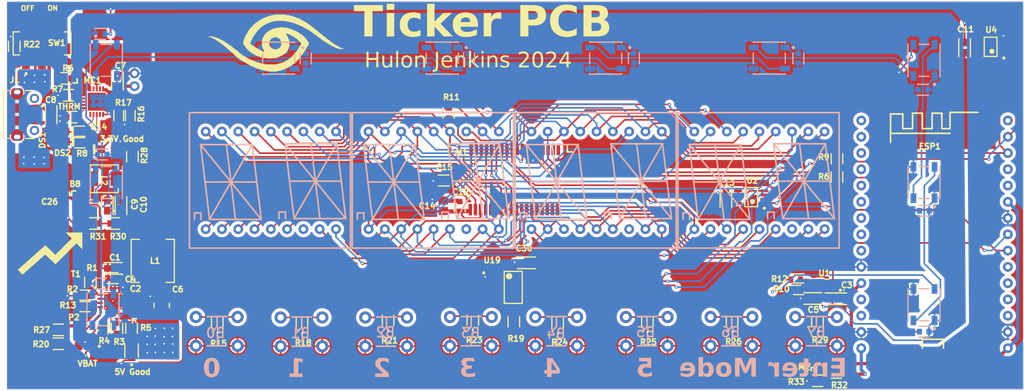
<source format=kicad_pcb>
(kicad_pcb (version 20241229) (generator "pcbnew") (generator_version "9.0")
  (layers (0 "F.Cu" signal "Top Layer") (2 "B.Cu" signal "Bottom Layer") (13 "F.Paste" user "Top Paste") (15 "B.Paste" user "Bottom Paste") (5 "F.SilkS" user "Top Overlay") (7 "B.SilkS" user "Bottom Overlay") (1 "F.Mask" user "Top Solder") (3 "B.Mask" user "Bottom Solder") (25 "Edge.Cuts" user))
  (property "SHEETTOTAL" "1")
  (net 0 "")
  (net 1 "NetM2_G")
  (net 2 "ESPVIN")
  (net 3 "ESP3.3")
  (net 4 "NetB8_8")
  (net 5 "NetB8_6")
  (net 6 "NetR22_1")
  (net 7 "NetR20_2")
  (net 8 "OUT")
  (net 9 "NetDS3_1")
  (net 10 "ButtonInt")
  (net 11 "Button7")
  (net 12 "Button6")
  (net 13 "Button5")
  (net 14 "Button4")
  (net 15 "Button3")
  (net 16 "Button2")
  (net 17 "Button1")
  (net 18 "Button0")
  (net 19 "VLIPO")
  (net 20 "VCC")
  (net 21 "VBUS")
  (net 22 "VBAT")
  (net 23 "SDA")
  (net 24 "SCL")
  (net 25 "O18")
  (net 26 "O17")
  (net 27 "O16")
  (net 28 "O15")
  (net 29 "O14")
  (net 30 "O13")
  (net 31 "O12")
  (net 32 "O11")
  (net 33 "O10")
  (net 34 "O9")
  (net 35 "O8")
  (net 36 "O7")
  (net 37 "O6")
  (net 38 "O5")
  (net 39 "O4")
  (net 40 "O3")
  (net 41 "O2")
  (net 42 "O1")
  (net 43 "O0")
  (net 44 "NetU13_2")
  (net 45 "NetU12_2")
  (net 46 "NetU11_2")
  (net 47 "NetU10_2")
  (net 48 "NetU9_2")
  (net 49 "NetU8_2")
  (net 50 "NetU7_2")
  (net 51 "NetU6_2")
  (net 52 "NetU5_2")
  (net 53 "EN")
  (net 54 "NetR12_1")
  (net 55 "NetR10_2")
  (net 56 "FB")
  (net 57 "LBI")
  (net 58 "NetP2_3")
  (net 59 "LBO")
  (net 60 "NetMC1_13")
  (net 61 "NetMC1_12")
  (net 62 "NetMC1_8")
  (net 63 "NetMC1_7")
  (net 64 "THERM")
  (net 65 "NetM1_17")
  (net 66 "SW")
  (net 67 "NetDS2_2")
  (net 68 "NetDS1_2")
  (net 69 "NetD2_2")
  (net 70 "NetD1_2")
  (net 71 "NetC15_1")
  (net 72 "VPCC")
  (net 73 "GND")
  (net 74 "5vDATA")
  (net 75 "3.3vDATA")
  (net 76 "+5")
  (footprint "Vault:USB-MICRO-B_V" (layer "F.Cu") (at 72.1901 92.3671 -90)
    (property "Reference" "J1")
    (property "Value" "105017-0001" (hide yes))
  )
  (footprint "Vault:FP-CRCW0603-e3-MFG" (layer "F.Cu") (at 198.6915 99.2759 90)
    (property "Reference" "R9")
    (property "Value" "4.7k" (hide yes))
  )
  (footprint "Vault:FP-IHLP-2525CZ-FP_2_413x3-MFG" (layer "F.Cu") (at 91.9861 115.2271 -90)
    (property "Reference" "L1")
    (property "Value" "6.8uH" (hide yes))
  )
  (footprint "Vault:FP-JS202011SCQN-MFG" (layer "F.Cu") (at 74.7141 81.2673)
    (property "Reference" "SW1")
    (property "Value" "JS202011SCQN" (hide yes))
  )
  (footprint "Vault:FP-GRM188-0_1-e0_2_0_55-IPC_A" (layer "F.Cu") (at 85.79943 116.3955)
    (property "Reference" "C1")
    (property "Value" "10uF" (hide yes))
  )
  (footprint "TPS61090IntLib:TPS61090RSAR" (layer "F.Cu") (at 85.7631 121.4755 180)
    (property "Reference" "T1")
    (property "Value" "TPS61090" (hide yes))
  )
  (footprint "Vault:CAPC2013X145X45NL20T25" (layer "F.Cu") (at 137.2997 106.6165 -90)
    (property "Reference" "C14")
    (property "Value" "47uF 0805" (hide yes))
  )
  (footprint "Vault:AVAG-HSMX-C170_V" (layer "F.Cu") (at 77.4233 96.5835)
    (property "Reference" "DS2")
    (property "Value" "HSMD-C170" (hide yes))
  )
  (footprint "Vault:FP-CRCW0603-e3-MFG" (layer "F.Cu") (at 82.9571 109.3851 180)
    (property "Reference" "R31")
    (property "Value" "37.4k" (hide yes))
  )
  (footprint "Vault:FP-CRCW0603-e3-MFG" (layer "F.Cu") (at 79.3743 92.7735)
    (property "Reference" "THRM")
    (property "Value" "16k" (hide yes))
  )
  (footprint "Vault:FP-CRCW0603-e3-MFG" (layer "F.Cu") (at 102.0445 124.8537 90)
    (property "Reference" "R15")
    (property "Value" "10k" (hide yes))
  )
  (footprint "SI1499dh:PCBComponent_1" (layer "F.Cu") (at 195.3003 130.7335)
    (property "Reference" "M2")
    (property "Value" "SI1499dh" (hide yes))
  )
  (footprint "MAX6955:MAX6955" (layer "F.Cu") (at 155.2321 97.8261 -90)
    (property "Reference" "M1")
    (property "Value" "MAX6955" (hide yes))
  )
  (footprint "Vault:FP-LTST-C170TBKT-MFG" (layer "F.Cu") (at 88.6841 129.2225 90)
    (property "Reference" "5V Good")
    (property "Value" "LTST-C170TBKT" (hide yes))
  )
  (footprint "Vault:FP-CRCW0603-e3-MFG" (layer "F.Cu") (at 115.2525 124.8671 90)
    (property "Reference" "R18")
    (property "Value" "10k" (hide yes))
  )
  (footprint "Vault:FP-CRCW0603-e3-MFG" (layer "F.Cu") (at 77.2541 125.9967)
    (property "Reference" "R27")
    (property "Value" "200" (hide yes))
  )
  (footprint "Vault:MCHP-MSOP-MS8_L" (layer "F.Cu") (at 185.3109 105.2629 180)
    (property "Reference" "U2")
    (property "Value" "MCP9808-E/MS" (hide yes))
  )
  (footprint "Vault:FP-CRCW0603-e3-MFG" (layer "F.Cu") (at 78.4479 86.7283 180)
    (property "Reference" "R6")
    (property "Value" "270k" (hide yes))
  )
  (footprint "Vault:FP-CRCW0603-e3-MFG" (layer "F.Cu") (at 77.2421 128.1701 180)
    (property "Reference" "R20")
    (property "Value" "200" (hide yes))
  )
  (footprint "Vault:FP-CRCW0603-e3-MFG" (layer "F.Cu") (at 148.2979 124.7267 -90)
    (property "Reference" "R19")
    (property "Value" "4.7k" (hide yes))
  )
  (footprint "Vault:FP-GRM188-0_1-e0_2_0_55-IPC_A" (layer "F.Cu") (at 84.8995 106.57663 -90)
    (property "Reference" "C9")
    (property "Value" "10uF" (hide yes))
  )
  (footprint "Vault:FP-GRM188-0_1-e0_2_0_55-IPC_A" (layer "F.Cu") (at 218.58709 81.9329 90)
    (property "Reference" "C11")
    (property "Value" "1uF" (hide yes))
  )
  (footprint "Vault:FP-CRCW0603-e3-MFG" (layer "F.Cu") (at 70.3961 81.7365 90)
    (property "Reference" "R22")
    (property "Value" "10k" (hide yes))
  )
  (footprint "Vault:AVAG-HSMX-C170_V" (layer "F.Cu") (at 77.3303 95.0087)
    (property "Reference" "DS1")
    (property "Value" "HSMG-C170" (hide yes))
  )
  (footprint "Vault:FP-GRM188-0_1-e0_2_0_55-IPC_A" (layer "F.Cu") (at 198.77863 121.1453)
    (property "Reference" "C3")
    (property "Value" "1uF" (hide yes))
  )
  (footprint "Vault:FP-GRM188-0_1-e0_2_0_55-IPC_A" (layer "F.Cu") (at 86.4743 87.1347 90)
    (property "Reference" "C7")
    (property "Value" "10uF" (hide yes))
  )
  (footprint "Vault:FP-CRCW0603-e3-MFG" (layer "F.Cu") (at 86.8299 92.5195 90)
    (property "Reference" "R17")
    (property "Value" "100k" (hide yes))
  )
  (footprint "Vault:FP-DCK0006A-MFG" (layer "F.Cu") (at 197.1167 119.1641 180)
    (property "Reference" "U1")
    (property "Value" "3.3V-5V Level Shifter" (hide yes))
  )
  (footprint "Vault:FP-PW0016A-IPC_A" (layer "F.Cu") (at 148.1963 119.3673)
    (property "Reference" "U19")
    (property "Value" "TCA9534PWR" (hide yes))
  )
  (footprint "Vault:FP-CRCW0603-e3-MFG" (layer "F.Cu") (at 86.3981 125.7571 90)
    (property "Reference" "R3")
    (property "Value" "1.87M" (hide yes))
  )
  (footprint "Vault:FP-CRCW0603-e3-MFG" (layer "F.Cu") (at 155.1305 124.9553 90)
    (property "Reference" "R24")
    (property "Value" "10k" (hide yes))
  )
  (footprint "Vault:FP-IHLP-1616AB-FP_1_8545x-MFG" (layer "F.Cu") (at 84.4423 102.4001)
    (property "Reference" "L2")
    (property "Value" "1uH" (hide yes))
  )
  (footprint "Vault:MCHP-MSOP-MS8_L" (layer "F.Cu") (at 222.6511 81.8059 180)
    (property "Reference" "U4")
    (property "Value" "MCP9808-E/MS" (hide yes))
  )
  (footprint "Vault:FP-CC0603-DA-MFG" (layer "F.Cu") (at 137.3505 102.6795 180)
    (property "Reference" "C15")
    (property "Value" "22pF 0603" (hide yes))
  )
  (footprint "Vault:FP-CRCW0603-e3-MFG" (layer "F.Cu") (at 86.0305 109.3851 180)
    (property "Reference" "R30")
    (property "Value" "118k" (hide yes))
  )
  (footprint "Vault:FP-CRCW0603-e3-MFG" (layer "F.Cu") (at 182.3339 124.7267 90)
    (property "Reference" "R26")
    (property "Value" "10k" (hide yes))
  )
  (footprint "Vault:FP-CRCW0603-e3-MFG" (layer "F.Cu") (at 192.6971 119.5959)
    (property "Reference" "R10")
    (property "Value" "4.7k" (hide yes))
  )
  (footprint "Vault:FP-CRCW0603-e3-MFG" (layer "F.Cu") (at 78.8663 89.3699)
    (property "Reference" "R7")
    (property "Value" "100k" (hide yes))
  )
  (footprint "Vault:FP-CRCW0603-e3-MFG" (layer "F.Cu") (at 80.5815 95.0849 180)
    (property "Reference" "R14")
    (property "Value" "470" (hide yes))
  )
  (footprint "Vault:FP-CRCW0603-e3-MFG" (layer "F.Cu") (at 128.6891 124.4981 90)
    (property "Reference" "R21")
    (property "Value" "10k" (hide yes))
  )
  (footprint "Vault:CAPC2013X145X50ML20T25" (layer "F.Cu") (at 90.3351 122.2121 -90)
    (property "Reference" "C2")
    (property "Value" "2.2uF" (hide yes))
  )
  (footprint "MCP73871:MCP73871" (layer "F.Cu") (at 83.2485 90.3699)
    (property "Reference" "MC1")
    (property "Value" "MCP73871" (hide yes))
  )
  (footprint "Vault:FP-CRCW0603-e3-MFG" (layer "F.Cu") (at 88.8111 98.9577 -90)
    (property "Reference" "R28")
    (property "Value" "200" (hide yes))
  )
  (footprint "Vault:FP-CRCW0603-e3-MFG" (layer "F.Cu") (at 195.6435 124.7521 90)
    (property "Reference" "R29")
    (property "Value" "10k" (hide yes))
  )
  (footprint "Vault:FP-CC0603-DA-MFG" (layer "F.Cu") (at 139.8651 106.7181 90)
    (property "Reference" "C12")
    (property "Value" "100nF 0603" (hide yes))
  )
  (footprint "Vault:CAPC2013X145X50ML20T25" (layer "F.Cu") (at 78.1047 106.2633 90)
    (property "Reference" "C26")
    (property "Value" "2.2uF" (hide yes))
  )
  (footprint "Vault:AVAG-HSMX-C170_V" (layer "F.Cu") (at 85.0011 97.8027 180)
    (property "Reference" "3.3V Good")
    (property "Value" "HSMG-C170" (hide yes))
  )
  (footprint "Vault:FP-HSMS-C170-MFG" (layer "F.Cu") (at 81.4451 128.5621 180)
    (property "Reference" "VBAT")
    (property "Value" "HSMS-C170" (hide yes))
  )
  (footprint "Vault:FP-GRM188-0_1-e0_2_0_55-IPC_A" (layer "F.Cu") (at 150.2537 115.5319 180)
    (property "Reference" "C30")
    (property "Value" "1uF" (hide yes))
  )
  (footprint "Vault:FP-CRCW0603-e3-MFG" (layer "F.Cu") (at 88.6841 125.7451 -90)
    (property "Reference" "R5")
    (property "Value" "200" (hide yes))
  )
  (footprint "" (layer "F.Cu") (at 89.1413 87.9475)
    (property "Reference" "")
    (property "Value" "")
  )
  (footprint "Vault:FP-CRCW0603-e3-MFG" (layer "F.Cu") (at 84.1121 125.8841 -90)
    (property "Reference" "R4")
    (property "Value" "200k" (hide yes))
  )
  (footprint "Vault:FP-CRCW0603-e3-MFG" (layer "F.Cu") (at 169.1259 124.7775 90)
    (property "Reference" "R25")
    (property "Value" "10k" (hide yes))
  )
  (footprint "ESP8266:PCBComponent_1" (layer "F.Cu") (at 202.4761 128.8669 90)
    (property "Reference" "ESP1")
    (property "Value" "ESP8266" (hide yes))
  )
  (footprint "Vault:FP-CRCW0603-e3-MFG" (layer "F.Cu") (at 141.8971 124.4981 90)
    (property "Reference" "R23")
    (property "Value" "10k" (hide yes))
  )
  (footprint "Vault:FP-CRCW0603-e3-MFG" (layer "F.Cu") (at 80.6323 96.6851)
    (property "Reference" "R8")
    (property "Value" "470" (hide yes))
  )
  (footprint "Vault:FP-CC0603-DA-MFG" (layer "F.Cu") (at 85.7243 117.9195)
    (property "Reference" "C4")
    (property "Value" "0.1uF" (hide yes))
  )
  (footprint "Vault:FP-GRM188-0_1-e0_2_0_55-IPC_A" (layer "F.Cu") (at 76.1365 92.40696 -90)
    (property "Reference" "C8")
    (property "Value" "10uF" (hide yes))
  )
  (footprint "Vault:FP-CRCW0603-e3-MFG" (layer "F.Cu") (at 82.2579 118.5665 90)
    (property "Reference" "R1")
    (property "Value" "1.87M" (hide yes))
  )
  (footprint "Vault:FP-CRCW0603-e3-MFG" (layer "F.Cu") (at 198.6153 132.6515)
    (property "Reference" "R32")
    (property "Value" "3.9k" (hide yes))
  )
  (footprint "Vault:FP-CRCW0603-e3-MFG" (layer "F.Cu") (at 88.3285 92.5449 90)
    (property "Reference" "R16")
    (property "Value" "1k" (hide yes))
  )
  (footprint "Vault:FP-CRCW0603-e3-MFG" (layer "F.Cu") (at 195.6809 133.9469)
    (property "Reference" "R33")
    (property "Value" "6.34k" (hide yes))
  )
  (footprint "Vault:FP-CRCW0603-e3-MFG" (layer "F.Cu") (at 81.4063 122.2629 180)
    (property "Reference" "R13")
    (property "Value" "200k" (hide yes))
  )
  (footprint "Vault:FP-CRCW0603-e3-MFG" (layer "F.Cu") (at 192.2533 118.1481)
    (property "Reference" "R12")
    (property "Value" "300" (hide yes))
  )
  (footprint "Vault:FP-GRM188-0_1-e0_2_0_55-IPC_A" (layer "F.Cu") (at 194.94324 121.0945 180)
    (property "Reference" "C5")
    (property "Value" "1uF" (hide yes))
  )
  (footprint "Vault:FP-CRCW0603-e3-MFG" (layer "F.Cu") (at 81.4571 120.6881)
    (property "Reference" "R2")
    (property "Value" "340k" (hide yes))
  )
  (footprint "Vault:FP-GRM188-0_1-e0_2_0_55-IPC_A" (layer "F.Cu") (at 87.0331 106.5911 -90)
    (property "Reference" "C10")
    (property "Value" "10uF" (hide yes))
  )
  (footprint "MAX17623:MAX17623" (layer "F.Cu") (at 80.61247 105.44799)
    (property "Reference" "B8")
    (property "Value" "MAX17623" (hide yes))
  )
  (footprint "Vault:FP-GRM188-0_1-e0_2_0_55-IPC_A" (layer "F.Cu") (at 181.3687 105.4735 90)
    (property "Reference" "C13")
    (property "Value" "1uF" (hide yes))
  )
  (footprint "PDTA143Z:PDTA143Z" (layer "F.Cu") (at 80.3021 125.3761 -90)
    (property "Reference" "P2")
    (property "Value" "PDTA143Z" (hide yes))
  )
  (footprint "Vault:CAPC3225X280X50LL20T25" (layer "F.Cu") (at 93.3831 122.1821 -90)
    (property "Reference" "C6")
    (property "Value" "100uF" (hide yes))
  )
  (footprint "" (layer "F.Cu") (at 89.1413 85.9475)
    (property "Reference" "")
    (property "Value" "")
  )
  (footprint "Vault:FP-CRCW0603-e3-MFG" (layer "F.Cu") (at 138.1379 92.1505 -90)
    (property "Reference" "R11")
    (property "Value" "56k" (hide yes))
  )
  (footprint "Vault:FP-CRCW0603-e3-MFG" (layer "F.Cu") (at 198.6915 102.1461 -90)
    (property "Reference" "R6")
    (property "Value" "4.7k" (hide yes))
  )
  (footprint "14Seg:LiteOn 14-Segment Disaply [2]" (layer "B.Cu") (at 196.7611 95.0341 180)
    (property "Reference" "H3" (hide yes))
    (property "Value" "LiteOn14Seg" (hide yes))
  )
  (footprint "Pushbutton:PCBCOMPONENT_1" (layer "B.Cu") (at 125.1331 128.5621)
    (property "Reference" "B2")
    (property "Value" "Button" (hide yes))
  )
  (footprint "Vault:ADA-RGB-1655_V" (layer "B.Cu") (at 188.13209 83.5706 180)
    (property "Reference" "U8" (hide yes))
    (property "Value" "NeoPixel1655" (hide yes))
  )
  (footprint "14Seg:LiteOn 14-Segment Disaply [2]" (layer "B.Cu") (at 145.9611 95.0341 180)
    (property "Reference" "H1" (hide yes))
    (property "Value" "LiteOn14Seg" (hide yes))
  )
  (footprint "Vault:ADA-RGB-1655_V" (layer "B.Cu") (at 137.1241 83.5706 180)
    (property "Reference" "U10" (hide yes))
    (property "Value" "NeoPixel1655" (hide yes))
  )
  (footprint "Vault:FP-CC0603-DA-MFG" (layer "B.Cu") (at 115.8367 83.6161 -90)
    (property "Reference" "C22" (hide yes))
    (property "Value" "0.1uF 0603" (hide yes))
  )
  (footprint "Pushbutton:PCBCOMPONENT_1" (layer "B.Cu") (at 98.7171 128.4901)
    (property "Reference" "B0")
    (property "Value" "Button" (hide yes))
  )
  (footprint "Pushbutton:PCBCOMPONENT_1" (layer "B.Cu") (at 151.6531 128.4901)
    (property "Reference" "B4")
    (property "Value" "Button" (hide yes))
  )
  (footprint "Vault:FP-CC0603-DA-MFG" (layer "B.Cu") (at 84.1001 98.6155)
    (property "Reference" "C24" (hide yes))
    (property "Value" "0.1uF 0603" (hide yes))
  )
  (footprint "Vault:ADA-RGB-1655_V" (layer "B.Cu") (at 212.26109 83.9081 90)
    (property "Reference" "U7" (hide yes))
    (property "Value" "NeoPixel1655" (hide yes))
  )
  (footprint "Vault:ADA-RGB-1655_V" (layer "B.Cu") (at 84.7411 83.9081 -90)
    (property "Reference" "U12" (hide yes))
    (property "Value" "NeoPixel1655" (hide yes))
  )
  (footprint "Vault:FP-CC0603-DA-MFG" (layer "B.Cu") (at 212.2939 126.2761 180)
    (property "Reference" "C16" (hide yes))
    (property "Value" "0.1uF 0603" (hide yes))
  )
  (footprint "Pushbutton:PCBCOMPONENT_1" (layer "B.Cu") (at 111.9251 128.5621)
    (property "Reference" "B1")
    (property "Value" "Button" (hide yes))
  )
  (footprint "Vault:ADA-RGB-1655_V" (layer "B.Cu") (at 84.7411 102.9911 -90)
    (property "Reference" "U13" (hide yes))
    (property "Value" "NeoPixel1655" (hide yes))
  )
  (footprint "Vault:FP-CC0603-DA-MFG" (layer "B.Cu") (at 212.1027 88.5063 180)
    (property "Reference" "C18" (hide yes))
    (property "Value" "0.1uF 0603" (hide yes))
  )
  (footprint "Vault:FP-CC0603-DA-MFG" (layer "B.Cu") (at 192.6717 83.6161 -90)
    (property "Reference" "C19" (hide yes))
    (property "Value" "0.1uF 0603" (hide yes))
  )
  (footprint "Vault:ADA-RGB-1655_V" (layer "B.Cu") (at 212.2611 122.0741 90)
    (property "Reference" "U5" (hide yes))
    (property "Value" "NeoPixel1655" (hide yes))
  )
  (footprint "Vault:FP-CC0603-DA-MFG" (layer "B.Cu") (at 83.9223 118.7831)
    (property "Reference" "C25" (hide yes))
    (property "Value" "0.1uF 0603" (hide yes))
  )
  (footprint "Vault:ADA-RGB-1655_V" (layer "B.Cu") (at 162.6281 83.5706 180)
    (property "Reference" "U9" (hide yes))
    (property "Value" "NeoPixel1655" (hide yes))
  )
  (footprint "Pushbutton:PCBCOMPONENT_1" (layer "B.Cu") (at 178.9811 128.4901)
    (property "Reference" "B6")
    (property "Value" "Button" (hide yes))
  )
  (footprint "Pushbutton:PCBCOMPONENT_1" (layer "B.Cu") (at 165.7731 128.4901)
    (property "Reference" "B5")
    (property "Value" "Button" (hide yes))
  )
  (footprint "Vault:FP-CC0603-DA-MFG" (layer "B.Cu") (at 141.3129 83.6669 -90)
    (property "Reference" "C21" (hide yes))
    (property "Value" "0.1uF 0603" (hide yes))
  )
  (footprint "14Seg:LiteOn 14-Segment Disaply [2]" (layer "B.Cu") (at 120.5611 95.0341 180)
    (property "Reference" "H0" (hide yes))
    (property "Value" "LiteOn14Seg" (hide yes))
  )
  (footprint "14Seg:LiteOn 14-Segment Disaply [2]" (layer "B.Cu") (at 171.3611 95.0341 180)
    (property "Reference" "H2" (hide yes))
    (property "Value" "LiteOn14Seg" (hide yes))
  )
  (footprint "Vault:ADA-RGB-1655_V" (layer "B.Cu") (at 111.6201 83.5706 180)
    (property "Reference" "U11" (hide yes))
    (property "Value" "NeoPixel1655" (hide yes))
  )
  (footprint "Vault:FP-CC0603-DA-MFG" (layer "B.Cu") (at 167.0177 83.5667 -90)
    (property "Reference" "C20" (hide yes))
    (property "Value" "0.1uF 0603" (hide yes))
  )
  (footprint "Vault:FP-CC0603-DA-MFG" (layer "B.Cu") (at 83.7747 79.7821)
    (property "Reference" "C23" (hide yes))
    (property "Value" "0.1uF 0603" (hide yes))
  )
  (footprint "Vault:ADA-RGB-1655_V" (layer "B.Cu") (at 84.21851 122.8373 -90)
    (property "Reference" "U14" (hide yes))
    (property "Value" "NeoPixel1655" (hide yes))
  )
  (footprint "Pushbutton:PCBCOMPONENT_1" (layer "B.Cu") (at 192.1891 128.4901)
    (property "Reference" "B7")
    (property "Value" "Button" (hide yes))
  )
  (footprint "Pushbutton:PCBCOMPONENT_1" (layer "B.Cu") (at 138.3411 128.4901)
    (property "Reference" "B3")
    (property "Value" "Button" (hide yes))
  )
  (footprint "Vault:FP-CC0603-DA-MFG" (layer "B.Cu") (at 212.3193 107.4039 180)
    (property "Reference" "C17" (hide yes))
    (property "Value" "0.1uF 0603" (hide yes))
  )
  (footprint "Vault:ADA-RGB-1655_V" (layer "B.Cu") (at 212.2611 102.9916 90)
    (property "Reference" "U6" (hide yes))
    (property "Value" "NeoPixel1655" (hide yes))
  )
  (gr_poly (pts (xy 177.12794 80.00929) (xy 177.14612 80.00929) (xy 177.14612 80.02746) (xy 177.16429 80.02746) (xy 177.16429 80.04563) (xy 177.14612 80.04563) (xy 177.14612 80.02746) (xy 177.12794 80.02746) (xy 177.12794 80.00929) (xy 177.10978 80.00929) (xy 177.10978 79.99112) (xy 177.12794 79.99112)) (fill yes) (layer "F.SilkS"))
  (gr_poly (pts (xy 162.73728 82.40773) (xy 162.75545 82.40773) (xy 162.75545 82.4259) (xy 162.73728 82.4259) (xy 162.73728 82.40773) (xy 162.71911 82.40773) (xy 162.71911 82.38956) (xy 162.73728 82.38956)) (fill yes) (layer "F.SilkS"))
  (gr_poly (pts (xy 163.7548 82.11701) (xy 163.77297 82.11701) (xy 163.77297 82.13518) (xy 163.79114 82.13518) (xy 163.79114 82.15335) (xy 163.80931 82.15335) (xy 163.80931 82.17152) (xy 163.82748 82.17152) (xy 163.82748 82.18969) (xy 163.84565 82.18969) (xy 163.84565 82.20786) (xy 163.82748 82.20786) (xy 163.82748 82.18969) (xy 163.80931 82.18969) (xy 163.80931 82.17152) (xy 163.79114 82.17152) (xy 163.79114 82.15335) (xy 163.77297 82.15335) (xy 163.77297 82.13518) (xy 163.7548 82.13518) (xy 163.7548 82.11701) (xy 163.73663 82.11701) (xy 163.73663 82.09884) (xy 163.7548 82.09884)) (fill yes) (layer "F.SilkS"))
  (gr_poly (pts (xy 162.6646 82.33505) (xy 162.68277 82.33505) (xy 162.68277 82.35322) (xy 162.70094 82.35322) (xy 162.70094 82.37139) (xy 162.68277 82.37139) (xy 162.68277 82.35322) (xy 162.6646 82.35322) (xy 162.6646 82.33505) (xy 162.64643 82.33505) (xy 162.64643 82.31688) (xy 162.6646 82.31688)) (fill yes) (layer "F.SilkS"))
  (gr_poly (pts (xy 164.91768 83.06185) (xy 164.93585 83.06185) (xy 164.93585 83.08002) (xy 164.95402 83.08002) (xy 164.95402 83.09819) (xy 164.93585 83.09819) (xy 164.93585 83.08002) (xy 164.91768 83.08002) (xy 164.91768 83.06185) (xy 164.89951 83.06185) (xy 164.89951 83.04368) (xy 164.91768 83.04368)) (fill yes) (layer "F.SilkS"))
  (gr_poly (pts (xy 176.76454 80.73609) (xy 176.78272 80.73609) (xy 176.78272 80.75426) (xy 176.80088 80.75426) (xy 176.80088 80.77243) (xy 176.78272 80.77243) (xy 176.78272 80.75426) (xy 176.76454 80.75426) (xy 176.76454 80.73609) (xy 176.74638 80.73609) (xy 176.74638 80.71792) (xy 176.76454 80.71792)) (fill yes) (layer "F.SilkS"))
  (gr_poly (pts (xy 174.22074 80.15465) (xy 174.23891 80.15465) (xy 174.23891 80.17282) (xy 174.25708 80.17282) (xy 174.25708 80.19099) (xy 174.23891 80.19099) (xy 174.23891 80.17282) (xy 174.22074 80.17282) (xy 174.22074 80.15465) (xy 174.20257 80.15465) (xy 174.20257 80.13648) (xy 174.22074 80.13648)) (fill yes) (layer "F.SilkS"))
  (gr_poly (pts (xy 171.84046 82.75296) (xy 171.85864 82.75296) (xy 171.85864 82.77113) (xy 171.84046 82.77113) (xy 171.84046 82.75296) (xy 171.8223 82.75296) (xy 171.8223 82.73479) (xy 171.84046 82.73479)) (fill yes) (layer "F.SilkS"))
  (gr_poly (pts (xy 166.88005 78.33764) (xy 166.89822 78.33764) (xy 166.89822 78.35581) (xy 166.88005 78.35581) (xy 166.88005 78.33764) (xy 166.86188 78.33764) (xy 166.86188 78.31947) (xy 166.88005 78.31947)) (fill yes) (layer "F.SilkS"))
  (gr_poly (pts (xy 166.37128 82.98918) (xy 166.38945 82.98918) (xy 166.38945 83.00734) (xy 166.40762 83.00734) (xy 166.40762 83.02551) (xy 166.38945 83.02551) (xy 166.38945 83.00734) (xy 166.37128 83.00734) (xy 166.37128 82.98918) (xy 166.35312 82.98918) (xy 166.35312 82.971) (xy 166.37128 82.971)) (fill yes) (layer "F.SilkS"))
  (gr_poly (pts (xy 176.03775 79.13713) (xy 176.05591 79.13713) (xy 176.05591 79.1553) (xy 176.07409 79.1553) (xy 176.07409 79.17347) (xy 176.05591 79.17347) (xy 176.05591 79.1553) (xy 176.03775 79.1553) (xy 176.03775 79.13713) (xy 176.01957 79.13713) (xy 176.01957 79.11895) (xy 176.03775 79.11895)) (fill yes) (layer "F.SilkS"))
  (gr_poly (pts (xy 112.7335 76.83766) (xy 113.22826 76.83766) (xy 113.22826 76.90834) (xy 113.4403 76.90834) (xy 113.4403 76.97902) (xy 113.7937 76.97902) (xy 113.7937 77.0497) (xy 113.93506 77.0497) (xy 113.93506 77.12038) (xy 114.21778 77.12038) (xy 114.21778 77.19106) (xy 114.35914 77.19106) (xy 114.35914 77.26174) (xy 114.57118 77.26174) (xy 114.57118 77.33242) (xy 114.78322 77.33242) (xy 114.78322 77.4031) (xy 114.8539 77.4031) (xy 114.8539 77.47378) (xy 115.06594 77.47378) (xy 115.06594 77.54446) (xy 115.13662 77.54446) (xy 115.13662 77.61514) (xy 115.34866 77.61514) (xy 115.34866 77.68582) (xy 115.41934 77.68582) (xy 115.41934 77.7565) (xy 115.5607 77.7565) (xy 115.5607 77.82718) (xy 115.70206 77.82718) (xy 115.70206 77.89786) (xy 115.84342 77.89786) (xy 115.84342 77.96854) (xy 115.9141 77.96854) (xy 115.9141 78.03922) (xy 116.05546 78.03922) (xy 116.05546 78.1099) (xy 116.12614 78.1099) (xy 116.12614 78.18058) (xy 116.2675 78.18058) (xy 116.2675 78.25126) (xy 116.33818 78.25126) (xy 116.33818 78.32194) (xy 116.47954 78.32194) (xy 116.47954 78.39262) (xy 116.55022 78.39262) (xy 116.55022 78.4633) (xy 116.6209 78.4633) (xy 116.6209 78.53398) (xy 116.69158 78.53398) (xy 116.69158 78.60466) (xy 116.76226 78.60466) (xy 116.76226 78.67534) (xy 116.90362 78.67534) (xy 116.90362 78.74602) (xy 116.9743 78.74602) (xy 116.9743 78.8167) (xy 117.11566 78.8167) (xy 117.11566 78.88738) (xy 117.18634 78.88738) (xy 117.18634 78.95806) (xy 117.25702 78.95806) (xy 117.25702 79.02874) (xy 117.3277 79.02874) (xy 117.3277 79.09942) (xy 117.39838 79.09942) (xy 117.39838 79.1701) (xy 117.53974 79.1701) (xy 117.53974 79.24078) (xy 117.61042 79.24078) (xy 117.61042 79.31146) (xy 117.6811 79.31146) (xy 117.6811 79.38214) (xy 117.82246 79.38214) (xy 117.82246 79.45282) (xy 117.89314 79.45282) (xy 117.89314 79.5235) (xy 117.96382 79.5235) (xy 117.96382 79.59418) (xy 118.0345 79.59418) (xy 118.0345 79.66486) (xy 118.10518 79.66486) (xy 118.10518 79.73554) (xy 118.24654 79.73554) (xy 118.24654 79.80622) (xy 118.31722 79.80622) (xy 118.31722 79.8769) (xy 118.3879 79.8769) (xy 118.3879 79.94758) (xy 118.45858 79.94758) (xy 118.45858 80.01826) (xy 118.52926 80.01826) (xy 118.52926 80.08894) (xy 118.67062 80.08894) (xy 118.67062 80.15962) (xy 118.7413 80.15962) (xy 118.7413 80.2303) (xy 118.81198 80.2303) (xy 118.81198 80.30098) (xy 118.95334 80.30098) (xy 118.95334 80.37166) (xy 119.02402 80.37166) (xy 119.02402 80.44234) (xy 119.0947 80.44234) (xy 119.0947 80.51302) (xy 119.16538 80.51302) (xy 119.16538 80.5837) (xy 119.23606 80.5837) (xy 119.23606 80.65438) (xy 119.37742 80.65438) (xy 119.37742 80.72506) (xy 119.4481 80.72506) (xy 119.4481 80.79574) (xy 119.58946 80.79574) (xy 119.58946 80.86642) (xy 119.66014 80.86642) (xy 119.66014 80.9371) (xy 119.73082 80.9371) (xy 119.73082 81.00778) (xy 119.87218 81.00778) (xy 119.87218 81.07846) (xy 119.94286 81.07846) (xy 119.94286 81.14914) (xy 120.01354 81.14914) (xy 120.01354 81.21982) (xy 120.1549 81.21982) (xy 120.1549 81.2905) (xy 120.22558 81.2905) (xy 120.22558 81.36118) (xy 120.36694 81.36118) (xy 120.36694 81.43186) (xy 120.43762 81.43186) (xy 120.43762 81.50254) (xy 120.57898 81.50254) (xy 120.57898 81.57322) (xy 120.72034 81.57322) (xy 120.72034 81.6439) (xy 120.8617 81.6439) (xy 120.8617 81.71458) (xy 120.93238 81.71458) (xy 120.93238 81.78526) (xy 121.07374 81.78526) (xy 121.07374 81.85594) (xy 121.2151 81.85594) (xy 121.2151 81.92662) (xy 121.35646 81.92662) (xy 121.35646 81.9973) (xy 121.5685 81.9973) (xy 121.5685 82.06798) (xy 121.78054 82.06798) (xy 121.78054 82.13866) (xy 120.93238 82.13866) (xy 120.93238 82.06798) (xy 120.72034 82.06798) (xy 120.72034 81.9973) (xy 120.5083 81.9973) (xy 120.5083 81.92662) (xy 120.36694 81.92662) (xy 120.36694 81.85594) (xy 120.22558 81.85594) (xy 120.22558 81.78526) (xy 120.08422 81.78526) (xy 120.08422 81.71458) (xy 119.94286 81.71458) (xy 119.94286 81.6439) (xy 119.8015 81.6439) (xy 119.8015 81.57322) (xy 119.66014 81.57322) (xy 119.66014 81.50254) (xy 119.58946 81.50254) (xy 119.58946 81.43186) (xy 119.4481 81.43186) (xy 119.4481 81.36118) (xy 119.30674 81.36118) (xy 119.30674 81.2905) (xy 119.23606 81.2905) (xy 119.23606 81.21982) (xy 119.0947 81.21982) (xy 119.0947 81.14914) (xy 118.95334 81.14914) (xy 118.95334 81.07846) (xy 118.88266 81.07846) (xy 118.88266 81.00778) (xy 118.81198 81.00778) (xy 118.81198 80.9371) (xy 118.67062 80.9371) (xy 118.67062 80.86642) (xy 118.52926 80.86642) (xy 118.52926 80.79574) (xy 118.45858 80.79574) (xy 118.45858 80.72506) (xy 118.3879 80.72506) (xy 118.3879 80.65438) (xy 118.24654 80.65438) (xy 118.24654 80.5837) (xy 118.17586 80.5837) (xy 118.17586 80.51302) (xy 118.10518 80.51302) (xy 118.10518 80.44234) (xy 117.96382 80.44234) (xy 117.96382 80.37166) (xy 117.89314 80.37166) (xy 117.89314 80.30098) (xy 117.75178 80.30098) (xy 117.75178 80.2303) (xy 117.6811 80.2303) (xy 117.6811 80.15962) (xy 117.61042 80.15962) (xy 117.61042 80.08894) (xy 117.53974 80.08894) (xy 117.53974 80.01826) (xy 117.39838 80.01826) (xy 117.39838 79.94758) (xy 117.3277 79.94758) (xy 117.3277 79.8769) (xy 117.18634 79.8769) (xy 117.18634 79.80622) (xy 117.11566 79.80622) (xy 117.11566 79.73554) (xy 117.04498 79.73554) (xy 117.04498 79.66486) (xy 116.90362 79.66486) (xy 116.90362 79.59418) (xy 116.83294 79.59418) (xy 116.83294 79.5235) (xy 116.76226 79.5235) (xy 116.76226 79.45282) (xy 116.6209 79.45282) (xy 116.6209 79.38214) (xy 116.47954 79.38214) (xy 116.47954 79.31146) (xy 116.40886 79.31146) (xy 116.40886 79.24078) (xy 116.33818 79.24078) (xy 116.33818 79.1701) (xy 116.12614 79.1701) (xy 116.12614 79.09942) (xy 116.05546 79.09942) (xy 116.05546 79.02874) (xy 115.98478 79.02874) (xy 115.98478 78.95806) (xy 115.77274 78.95806) (xy 115.77274 78.88738) (xy 115.70206 78.88738) (xy 115.70206 78.8167) (xy 115.5607 78.8167) (xy 115.5607 78.74602) (xy 115.41934 78.74602) (xy 115.41934 78.67534) (xy 115.27798 78.67534) (xy 115.27798 78.60466) (xy 115.13662 78.60466) (xy 115.13662 78.53398) (xy 114.99526 78.53398) (xy 114.99526 78.4633) (xy 114.78322 78.4633) (xy 114.78322 78.39262) (xy 114.64186 78.39262) (xy 114.64186 78.32194) (xy 114.42982 78.32194) (xy 114.42982 78.25126) (xy 114.28846 78.25126) (xy 114.28846 78.18058) (xy 114.07642 78.18058) (xy 114.07642 78.1099) (xy 113.86438 78.1099) (xy 113.86438 78.03922) (xy 113.65234 78.03922) (xy 113.65234 77.96854) (xy 113.29894 77.96854) (xy 113.29894 77.89786) (xy 113.0869 77.89786) (xy 113.0869 77.82718) (xy 112.59214 77.82718) (xy 112.59214 77.7565) (xy 111.10786 77.7565) (xy 111.10786 77.82718) (xy 110.68378 77.82718) (xy 110.68378 77.89786) (xy 110.47174 77.89786) (xy 110.47174 77.96854) (xy 110.18902 77.96854) (xy 110.18902 78.03922) (xy 110.11834 78.03922) (xy 110.11834 78.1099) (xy 109.9063 78.1099) (xy 109.9063 78.18058) (xy 109.69426 78.18058) (xy 109.69426 78.25126) (xy 109.62358 78.25126) (xy 109.62358 78.32194) (xy 109.48222 78.32194) (xy 109.48222 78.39262) (xy 109.34086 78.39262) (xy 109.34086 78.4633) (xy 109.27018 78.4633) (xy 109.27018 78.53398) (xy 109.12882 78.53398) (xy 109.12882 78.60466) (xy 109.05814 78.60466) (xy 109.05814 78.67534) (xy 108.98746 78.67534) (xy 108.98746 78.74602) (xy 108.8461 78.74602) (xy 108.8461 78.8167) (xy 108.77542 78.8167) (xy 108.77542 78.88738) (xy 108.70474 78.88738) (xy 108.70474 78.95806) (xy 108.63406 78.95806) (xy 108.63406 79.02874) (xy 108.56338 79.02874) (xy 108.56338 79.09942) (xy 108.4927 79.09942) (xy 108.4927 79.1701) (xy 108.42202 79.1701) (xy 108.42202 79.24078) (xy 108.35134 79.24078) (xy 108.35134 79.31146) (xy 108.28066 79.31146) (xy 108.28066 79.38214) (xy 108.28066 79.45282) (xy 108.20998 79.45282) (xy 108.20998 79.5235) (xy 108.1393 79.5235) (xy 108.1393 79.59418) (xy 108.06862 79.59418) (xy 108.06862 79.66486) (xy 107.99794 79.66486) (xy 107.99794 79.73554) (xy 107.99794 79.80622) (xy 107.92726 79.80622) (xy 107.92726 79.8769) (xy 107.92726 79.94758) (xy 107.7859 79.94758) (xy 107.7859 80.01826) (xy 107.7859 80.08894) (xy 107.7859 80.15962) (xy 107.64454 80.15962) (xy 107.64454 80.2303) (xy 107.64454 80.30098) (xy 107.64454 80.37166) (xy 107.57386 80.37166) (xy 107.57386 80.44234) (xy 107.50318 80.44234) (xy 107.50318 80.51302) (xy 107.50318 80.5837) (xy 107.50318 80.65438) (xy 107.4325 80.65438) (xy 107.4325 80.72506) (xy 107.4325 80.79574) (xy 107.36182 80.79574) (xy 107.36182 80.86642) (xy 107.29114 80.86642) (xy 107.29114 80.9371) (xy 107.29114 81.00778) (xy 107.29114 81.07846) (xy 107.29114 81.14914) (xy 107.22046 81.14914) (xy 107.22046 81.21982) (xy 107.22046 81.2905) (xy 107.22046 81.36118) (xy 107.29114 81.36118) (xy 107.29114 81.43186) (xy 107.4325 81.43186) (xy 107.4325 81.50254) (xy 107.50318 81.50254) (xy 107.50318 81.57322) (xy 107.57386 81.57322) (xy 107.57386 81.6439) (xy 107.71522 81.6439) (xy 107.71522 81.71458) (xy 107.7859 81.71458) (xy 107.7859 81.78526) (xy 107.92726 81.78526) (xy 107.92726 81.85594) (xy 108.06862 81.85594) (xy 108.06862 81.92662) (xy 108.1393 81.92662) (xy 108.1393 81.9973) (xy 108.28066 81.9973) (xy 108.28066 82.06798) (xy 108.42202 82.06798) (xy 108.42202 82.13866) (xy 108.4927 82.13866) (xy 108.4927 82.20934) (xy 108.63406 82.20934) (xy 108.63406 82.28002) (xy 108.77542 82.28002) (xy 108.77542 82.3507) (xy 108.91678 82.3507) (xy 108.91678 82.42138) (xy 109.05814 82.42138) (xy 109.05814 82.49206) (xy 109.1995 82.49206) (xy 109.1995 82.56274) (xy 109.34086 82.56274) (xy 109.34086 82.49206) (xy 109.34086 82.42138) (xy 109.34086 82.3507) (xy 109.27018 82.3507) (xy 109.27018 82.28002) (xy 109.27018 82.20934) (xy 109.1995 82.20934) (xy 109.1995 82.13866) (xy 109.1995 82.06798) (xy 109.12882 82.06798) (xy 109.12882 81.9973) (xy 109.12882 81.92662) (xy 109.05814 81.92662) (xy 109.05814 81.85594) (xy 109.12882 81.85594) (xy 109.12882 81.78526) (xy 109.05814 81.78526) (xy 109.05814 81.71458) (xy 109.05814 81.6439) (xy 108.98746 81.6439) (xy 108.98746 81.57322) (xy 108.98746 81.50254) (xy 108.98746 81.43186) (xy 108.98746 81.36118) (xy 108.98746 81.2905) (xy 108.98746 81.21982) (xy 108.98746 81.14914) (xy 108.98746 81.07846) (xy 108.98746 81.00778) (xy 108.98746 80.9371) (xy 108.98746 80.86642) (xy 110.18902 80.86642) (xy 110.18902 80.9371) (xy 110.18902 81.00778) (xy 110.18902 81.07846) (xy 110.18902 81.14914) (xy 110.18902 81.21982) (xy 110.18902 81.2905) (xy 110.18902 81.36118) (xy 110.18902 81.43186) (xy 110.18902 81.50254) (xy 110.18902 81.57322) (xy 110.18902 81.6439) (xy 110.2597 81.6439) (xy 110.2597 81.71458) (xy 110.33038 81.71458) (xy 110.33038 81.78526) (xy 110.40106 81.78526) (xy 110.40106 81.85594) (xy 110.40106 81.92662) (xy 110.47174 81.92662) (xy 110.47174 81.9973) (xy 110.6131 81.9973) (xy 110.6131 82.06798) (xy 110.75446 82.06798) (xy 110.75446 82.13866) (xy 110.9665 82.13866) (xy 110.9665 82.20934) (xy 111.24922 82.20934) (xy 111.24922 82.13866) (xy 111.53194 82.13866) (xy 111.53194 82.06798) (xy 111.60262 82.06798) (xy 111.60262 81.9973) (xy 111.74398 81.9973) (xy 111.74398 81.92662) (xy 111.81466 81.92662) (xy 111.81466 81.85594) (xy 111.88534 81.85594) (xy 111.88534 81.78526) (xy 111.88534 81.71458) (xy 111.95602 81.71458) (xy 111.95602 81.6439) (xy 112.0267 81.6439) (xy 112.0267 81.57322) (xy 111.95602 81.57322) (xy 111.95602 81.50254) (xy 112.0267 81.50254) (xy 112.0267 81.43186) (xy 112.0267 81.36118) (xy 112.0267 81.2905) (xy 112.0267 81.21982) (xy 112.0267 81.14914) (xy 112.0267 81.07846) (xy 112.0267 81.00778) (xy 112.0267 80.9371) (xy 111.95602 80.9371) (xy 111.95602 80.86642) (xy 111.95602 80.79574) (xy 111.88534 80.79574) (xy 111.88534 80.72506) (xy 111.88534 80.65438) (xy 111.81466 80.65438) (xy 111.81466 80.5837) (xy 111.74398 80.5837) (xy 111.74398 80.51302) (xy 111.60262 80.51302) (xy 111.60262 80.44234) (xy 111.53194 80.44234) (xy 111.53194 80.37166) (xy 111.3199 80.37166) (xy 111.3199 80.30098) (xy 110.89582 80.30098) (xy 110.89582 80.37166) (xy 110.68378 80.37166) (xy 110.68378 80.44234) (xy 110.6131 80.44234) (xy 110.6131 80.51302) (xy 110.47174 80.51302) (xy 110.47174 80.5837) (xy 110.40106 80.5837) (xy 110.40106 80.65438) (xy 110.33038 80.65438) (xy 110.33038 80.72506) (xy 110.33038 80.79574) (xy 110.2597 80.79574) (xy 110.2597 80.86642) (xy 110.18902 80.86642) (xy 108.98746 80.86642) (xy 108.98746 80.79574) (xy 109.05814 80.79574) (xy 109.05814 80.72506) (xy 109.05814 80.65438) (xy 109.05814 80.5837) (xy 109.05814 80.51302) (xy 109.12882 80.51302) (xy 109.12882 80.44234) (xy 109.12882 80.37166) (xy 109.1995 80.37166) (xy 109.1995 80.30098) (xy 109.1995 80.2303) (xy 109.27018 80.2303) (xy 109.27018 80.15962) (xy 109.27018 80.08894) (xy 109.34086 80.08894) (xy 109.34086 80.01826) (xy 109.41154 80.01826) (xy 109.41154 79.94758) (xy 109.48222 79.94758) (xy 109.48222 79.8769) (xy 109.48222 79.80622) (xy 109.5529 79.80622) (xy 109.5529 79.73554) (xy 109.62358 79.73554) (xy 109.62358 79.66486) (xy 109.69426 79.66486) (xy 109.69426 79.59418) (xy 109.76494 79.59418) (xy 109.76494 79.5235) (xy 109.9063 79.5235) (xy 109.9063 79.45282) (xy 109.97698 79.45282) (xy 109.97698 79.38214) (xy 110.04766 79.38214) (xy 110.04766 79.31146) (xy 110.18902 79.31146) (xy 110.18902 79.24078) (xy 110.2597 79.24078) (xy 110.2597 79.1701) (xy 110.47174 79.1701) (xy 110.47174 79.09942) (xy 110.54242 79.09942) (xy 110.54242 79.02874) (xy 110.75446 79.02874) (xy 110.75446 78.95806) (xy 111.03718 78.95806) (xy 111.03718 78.88738) (xy 111.24922 78.88738) (xy 111.24922 78.8167) (xy 111.81466 78.8167) (xy 111.81466 78.74602) (xy 112.45078 78.74602) (xy 112.45078 78.8167) (xy 113.01622 78.8167) (xy 113.01622 78.88738) (xy 113.22826 78.88738) (xy 113.22826 78.95806) (xy 113.4403 78.95806) (xy 113.4403 79.02874) (xy 113.72302 79.02874) (xy 113.72302 79.09942) (xy 113.7937 79.09942) (xy 113.7937 79.1701) (xy 114.00574 79.1701) (xy 114.00574 79.24078) (xy 114.1471 79.24078) (xy 114.1471 79.31146) (xy 114.35914 79.31146) (xy 114.35914 79.38214) (xy 114.42982 79.38214) (xy 114.42982 79.45282) (xy 114.57118 79.45282) (xy 114.57118 79.5235) (xy 114.71254 79.5235) (xy 114.71254 79.59418) (xy 114.8539 79.59418) (xy 114.8539 79.66486) (xy 114.92458 79.66486) (xy 114.92458 79.73554) (xy 114.99526 79.73554) (xy 114.99526 79.80622) (xy 115.13662 79.80622) (xy 115.13662 79.8769) (xy 115.2073 79.8769) (xy 115.2073 79.94758) (xy 115.34866 79.94758) (xy 115.34866 80.01826) (xy 115.41934 80.01826) (xy 115.41934 80.08894) (xy 115.49002 80.08894) (xy 115.49002 80.15962) (xy 115.5607 80.15962) (xy 115.5607 80.2303) (xy 115.63138 80.2303) (xy 115.63138 80.30098) (xy 115.70206 80.30098) (xy 115.70206 80.37166) (xy 115.77274 80.37166) (xy 115.77274 80.44234) (xy 115.84342 80.44234) (xy 115.84342 80.51302) (xy 115.9141 80.51302) (xy 115.9141 80.5837) (xy 115.98478 80.5837) (xy 115.98478 80.65438) (xy 115.98478 80.72506) (xy 116.05546 80.72506) (xy 116.05546 80.79574) (xy 116.12614 80.79574) (xy 116.12614 80.86642) (xy 116.12614 80.9371) (xy 116.19682 80.9371) (xy 116.19682 81.00778) (xy 116.2675 81.00778) (xy 116.2675 81.07846) (xy 116.2675 81.14914) (xy 116.33818 81.14914) (xy 116.33818 81.21982) (xy 116.33818 81.2905) (xy 116.33818 81.36118) (xy 116.2675 81.36118) (xy 116.2675 81.43186) (xy 116.2675 81.50254) (xy 116.2675 81.57322) (xy 116.19682 81.57322) (xy 116.19682 81.6439) (xy 116.12614 81.6439) (xy 116.12614 81.71458) (xy 116.12614 81.78526) (xy 116.05546 81.78526) (xy 116.05546 81.85594) (xy 115.98478 81.85594) (xy 115.98478 81.92662) (xy 115.98478 81.9973) (xy 115.9141 81.9973) (xy 115.9141 82.06798) (xy 115.9141 82.13866) (xy 115.9141 82.20934) (xy 115.77274 82.20934) (xy 115.77274 82.28002) (xy 115.77274 82.3507) (xy 115.77274 82.42138) (xy 115.70206 82.42138) (xy 115.70206 82.49206) (xy 115.63138 82.49206) (xy 115.63138 82.56274) (xy 115.63138 82.63342) (xy 115.49002 82.63342) (xy 115.49002 82.7041) (xy 115.49002 82.77478) (xy 115.41934 82.77478) (xy 115.41934 82.84546) (xy 115.41934 82.91614) (xy 115.34866 82.91614) (xy 115.34866 82.98682) (xy 115.34866 83.0575) (xy 115.27798 83.0575) (xy 115.27798 83.12818) (xy 115.13662 83.12818) (xy 115.13662 83.19886) (xy 115.13662 83.26954) (xy 115.06594 83.26954) (xy 115.06594 83.34022) (xy 114.99526 83.34022) (xy 114.99526 83.4109) (xy 114.99526 83.48158) (xy 114.92458 83.48158) (xy 114.92458 83.55226) (xy 114.8539 83.55226) (xy 114.8539 83.62294) (xy 114.78322 83.62294) (xy 114.78322 83.69362) (xy 114.78322 83.7643) (xy 114.71254 83.7643) (xy 114.71254 83.83498) (xy 114.57118 83.83498) (xy 114.57118 83.90566) (xy 114.57118 83.97634) (xy 114.42982 83.97634) (xy 114.42982 84.04702) (xy 114.42982 84.1177) (xy 114.35914 84.1177) (xy 114.35914 84.18838) (xy 114.21778 84.18838) (xy 114.21778 84.25906) (xy 114.1471 84.25906) (xy 114.1471 84.32974) (xy 114.07642 84.32974) (xy 114.07642 84.40042) (xy 114.00574 84.40042) (xy 114.00574 84.4711) (xy 113.86438 84.4711) (xy 113.86438 84.54178) (xy 113.7937 84.54178) (xy 113.7937 84.61246) (xy 113.72302 84.61246) (xy 113.72302 84.68314) (xy 113.65234 84.68314) (xy 113.65234 84.75382) (xy 113.51098 84.75382) (xy 113.51098 84.8245) (xy 113.36962 84.8245) (xy 113.36962 84.89518) (xy 113.29894 84.89518) (xy 113.29894 84.96586) (xy 113.15758 84.96586) (xy 113.15758 85.03654) (xy 113.0869 85.03654) (xy 113.0869 85.10722) (xy 112.87486 85.10722) (xy 112.87486 85.1779) (xy 112.7335 85.1779) (xy 112.7335 85.24858) (xy 112.59214 85.24858) (xy 112.59214 85.31926) (xy 112.3801 85.31926) (xy 112.3801 85.38994) (xy 112.16806 85.38994) (xy 112.16806 85.46062) (xy 112.0267 85.46062) (xy 112.0267 85.5313) (xy 111.60262 85.5313) (xy 111.60262 85.60198) (xy 111.3199 85.60198) (xy 111.3199 85.67266) (xy 110.04766 85.67266) (xy 110.04766 85.60198) (xy 109.69426 85.60198) (xy 109.69426 85.5313) (xy 109.27018 85.5313) (xy 109.27018 85.46062) (xy 109.05814 85.46062) (xy 109.05814 85.38994) (xy 108.77542 85.38994) (xy 108.77542 85.31926) (xy 108.56338 85.31926) (xy 108.56338 85.24858) (xy 108.35134 85.24858) (xy 108.35134 85.1779) (xy 108.1393 85.1779) (xy 108.1393 85.10722) (xy 107.99794 85.10722) (xy 107.99794 85.03654) (xy 107.7859 85.03654) (xy 107.7859 84.96586) (xy 107.64454 84.96586) (xy 107.64454 84.89518) (xy 107.50318 84.89518) (xy 107.50318 84.8245) (xy 107.36182 84.8245) (xy 107.36182 84.75382) (xy 107.22046 84.75382) (xy 107.22046 84.68314) (xy 107.0791 84.68314) (xy 107.0791 84.61246) (xy 106.93774 84.61246) (xy 106.93774 84.54178) (xy 106.79638 84.54178) (xy 106.79638 84.4711) (xy 106.65502 84.4711) (xy 106.65502 84.40042) (xy 106.58434 84.40042) (xy 106.58434 84.32974) (xy 106.44298 84.32974) (xy 106.44298 84.25906) (xy 106.3723 84.25906) (xy 106.3723 84.18838) (xy 106.16026 84.18838) (xy 106.16026 84.1177) (xy 106.08958 84.1177) (xy 106.08958 84.04702) (xy 106.0189 84.04702) (xy 106.0189 83.97634) (xy 105.80686 83.97634) (xy 105.80686 83.90566) (xy 105.73618 83.90566) (xy 105.73618 83.83498) (xy 105.59482 83.83498) (xy 105.59482 83.7643) (xy 105.52414 83.7643) (xy 105.52414 83.69362) (xy 105.45346 83.69362) (xy 105.45346 83.62294) (xy 105.3121 83.62294) (xy 105.3121 83.55226) (xy 105.24142 83.55226) (xy 105.24142 83.48158) (xy 105.10006 83.48158) (xy 105.10006 83.4109) (xy 105.02938 83.4109) (xy 105.02938 83.34022) (xy 104.9587 83.34022) (xy 104.9587 83.26954) (xy 104.88802 83.26954) (xy 104.88802 83.19886) (xy 104.81734 83.19886) (xy 104.81734 83.12818) (xy 104.74666 83.12818) (xy 104.74666 83.0575) (xy 104.67598 83.0575) (xy 104.67598 82.98682) (xy 104.6053 82.98682) (xy 104.6053 82.91614) (xy 104.53462 82.91614) (xy 104.53462 82.84546) (xy 104.46394 82.84546) (xy 104.46394 82.77478) (xy 104.39326 82.77478) (xy 104.39326 82.7041) (xy 104.2519 82.7041) (xy 104.2519 82.63342) (xy 104.2519 82.56274) (xy 104.11054 82.56274) (xy 104.11054 82.49206) (xy 104.03986 82.49206) (xy 104.03986 82.42138) (xy 103.96918 82.42138) (xy 103.96918 82.3507) (xy 103.8985 82.3507) (xy 103.8985 82.28002) (xy 103.8985 82.20934) (xy 103.68646 82.20934) (xy 103.68646 82.13866) (xy 103.61578 82.13866) (xy 103.61578 82.06798) (xy 103.5451 82.06798) (xy 103.5451 81.9973) (xy 103.47442 81.9973) (xy 103.47442 81.92662) (xy 103.40374 81.92662) (xy 103.40374 81.85594) (xy 103.33306 81.85594) (xy 103.33306 81.78526) (xy 103.1917 81.78526) (xy 103.1917 81.71458) (xy 103.12102 81.71458) (xy 103.12102 81.6439) (xy 103.05034 81.6439) (xy 103.05034 81.57322) (xy 102.97966 81.57322) (xy 102.97966 81.50254) (xy 102.90898 81.50254) (xy 102.90898 81.43186) (xy 102.76762 81.43186) (xy 102.76762 81.36118) (xy 102.69694 81.36118) (xy 102.69694 81.2905) (xy 102.55558 81.2905) (xy 102.55558 81.21982) (xy 102.4849 81.21982) (xy 102.4849 81.14914) (xy 102.41422 81.14914) (xy 102.41422 81.07846) (xy 102.34354 81.07846) (xy 102.34354 81.00778) (xy 102.20218 81.00778) (xy 102.20218 80.9371) (xy 102.06082 80.9371) (xy 102.06082 80.86642) (xy 101.99014 80.86642) (xy 101.99014 80.79574) (xy 101.84878 80.79574) (xy 101.84878 80.72506) (xy 101.7781 80.72506) (xy 101.7781 80.65438) (xy 101.63674 80.65438) (xy 101.63674 80.5837) (xy 101.49538 80.5837) (xy 101.49538 80.51302) (xy 101.35402 80.51302) (xy 101.35402 80.44234) (xy 101.21266 80.44234) (xy 101.21266 80.37166) (xy 101.0713 80.37166) (xy 101.0713 80.30098) (xy 100.85926 80.30098) (xy 100.85926 80.2303) (xy 100.64722 80.2303) (xy 100.64722 80.15962) (xy 101.28334 80.15962) (xy 101.28334 80.2303) (xy 101.56606 80.2303) (xy 101.56606 80.30098) (xy 101.84878 80.30098) (xy 101.84878 80.37166) (xy 102.06082 80.37166) (xy 102.06082 80.44234) (xy 102.20218 80.44234) (xy 102.20218 80.51302) (xy 102.34354 80.51302) (xy 102.34354 80.5837) (xy 102.4849 80.5837) (xy 102.4849 80.65438) (xy 102.62626 80.65438) (xy 102.62626 80.72506) (xy 102.76762 80.72506) (xy 102.76762 80.79574) (xy 102.90898 80.79574) (xy 102.90898 80.86642) (xy 103.05034 80.86642) (xy 103.05034 80.9371) (xy 103.1917 80.9371) (xy 103.1917 81.00778) (xy 103.26238 81.00778) (xy 103.26238 81.07846) (xy 103.40374 81.07846) (xy 103.40374 81.14914) (xy 103.47442 81.14914) (xy 103.47442 81.21982) (xy 103.61578 81.21982) (xy 103.61578 81.2905) (xy 103.68646 81.2905) (xy 103.68646 81.36118) (xy 103.82782 81.36118) (xy 103.82782 81.43186) (xy 103.8985 81.43186) (xy 103.8985 81.50254) (xy 103.96918 81.50254) (xy 103.96918 81.57322) (xy 104.11054 81.57322) (xy 104.11054 81.6439) (xy 104.2519 81.6439) (xy 104.2519 81.71458) (xy 104.32258 81.71458) (xy 104.32258 81.78526) (xy 104.39326 81.78526) (xy 104.39326 81.85594) (xy 104.46394 81.85594) (xy 104.46394 81.92662) (xy 104.6053 81.92662) (xy 104.6053 81.9973) (xy 104.67598 81.9973) (xy 104.67598 82.06798) (xy 104.74666 82.06798) (xy 104.74666 82.13866) (xy 104.81734 82.13866) (xy 104.81734 82.20934) (xy 104.9587 82.20934) (xy 104.9587 82.28002) (xy 105.02938 82.28002) (xy 105.02938 82.3507) (xy 105.17074 82.3507) (xy 105.17074 82.42138) (xy 105.24142 82.42138) (xy 105.24142 82.49206) (xy 105.3121 82.49206) (xy 105.3121 82.56274) (xy 105.38278 82.56274) (xy 105.38278 82.63342) (xy 105.45346 82.63342) (xy 105.45346 82.7041) (xy 105.52414 82.7041) (xy 105.52414 82.77478) (xy 105.59482 82.77478) (xy 105.59482 82.84546) (xy 105.73618 82.84546) (xy 105.73618 82.91614) (xy 105.80686 82.91614) (xy 105.80686 82.98682) (xy 105.87754 82.98682) (xy 105.87754 83.0575) (xy 106.0189 83.0575) (xy 106.0189 83.12818) (xy 106.08958 83.12818) (xy 106.08958 83.19886) (xy 106.23094 83.19886) (xy 106.23094 83.26954) (xy 106.3723 83.26954) (xy 106.3723 83.34022) (xy 106.44298 83.34022) (xy 106.44298 83.4109) (xy 106.58434 83.4109) (xy 106.58434 83.48158) (xy 106.7257 83.48158) (xy 106.7257 83.55226) (xy 106.86706 83.55226) (xy 106.86706 83.62294) (xy 106.93774 83.62294) (xy 106.93774 83.69362) (xy 107.0791 83.69362) (xy 107.0791 83.7643) (xy 107.22046 83.7643) (xy 107.22046 83.83498) (xy 107.4325 83.83498) (xy 107.4325 83.90566) (xy 107.64454 83.90566) (xy 107.64454 83.97634) (xy 107.7859 83.97634) (xy 107.7859 84.04702) (xy 107.92726 84.04702) (xy 107.92726 84.1177) (xy 108.1393 84.1177) (xy 108.1393 84.18838) (xy 108.35134 84.18838) (xy 108.35134 84.25906) (xy 108.63406 84.25906) (xy 108.63406 84.32974) (xy 108.8461 84.32974) (xy 108.8461 84.40042) (xy 109.12882 84.40042) (xy 109.12882 84.4711) (xy 109.48222 84.4711) (xy 109.48222 84.54178) (xy 111.39058 84.54178) (xy 111.39058 84.4711) (xy 111.60262 84.4711) (xy 111.60262 84.40042) (xy 111.88534 84.40042) (xy 111.88534 84.32974) (xy 112.09738 84.32974) (xy 112.09738 84.25906) (xy 112.30942 84.25906) (xy 112.30942 84.18838) (xy 112.45078 84.18838) (xy 112.45078 84.1177) (xy 112.59214 84.1177) (xy 112.59214 84.04702) (xy 112.7335 84.04702) (xy 112.7335 83.97634) (xy 112.80418 83.97634) (xy 112.80418 83.90566) (xy 113.01622 83.90566) (xy 113.01622 83.83498) (xy 113.0869 83.83498) (xy 113.0869 83.7643) (xy 113.15758 83.7643) (xy 113.15758 83.69362) (xy 113.29894 83.69362) (xy 113.29894 83.62294) (xy 113.36962 83.62294) (xy 113.36962 83.55226) (xy 113.51098 83.55226) (xy 113.51098 83.48158) (xy 113.51098 83.4109) (xy 113.65234 83.4109) (xy 113.65234 83.34022) (xy 113.65234 83.26954) (xy 113.7937 83.26954) (xy 113.7937 83.19886) (xy 113.7937 83.12818) (xy 113.86438 83.12818) (xy 113.86438 83.0575) (xy 114.00574 83.0575) (xy 114.00574 82.98682) (xy 114.00574 82.91614) (xy 114.1471 82.91614) (xy 114.1471 82.84546) (xy 114.21778 82.84546) (xy 114.21778 82.77478) (xy 114.21778 82.7041) (xy 114.28846 82.7041) (xy 114.28846 82.63342) (xy 114.28846 82.56274) (xy 114.35914 82.56274) (xy 114.35914 82.49206) (xy 114.5005 82.49206) (xy 114.5005 82.42138) (xy 114.5005 82.3507) (xy 114.57118 82.3507) (xy 114.57118 82.28002) (xy 114.57118 82.20934) (xy 114.64186 82.20934) (xy 114.64186 82.13866) (xy 114.64186 82.06798) (xy 114.71254 82.06798) (xy 114.71254 81.9973) (xy 114.78322 81.9973) (xy 114.78322 81.92662) (xy 114.78322 81.85594) (xy 114.8539 81.85594) (xy 114.8539 81.78526) (xy 114.8539 81.71458) (xy 114.92458 81.71458) (xy 114.92458 81.6439) (xy 114.99526 81.6439) (xy 114.99526 81.57322) (xy 114.99526 81.50254) (xy 115.06594 81.50254) (xy 115.06594 81.43186) (xy 115.06594 81.36118) (xy 115.13662 81.36118) (xy 115.13662 81.2905) (xy 115.13662 81.21982) (xy 115.13662 81.14914) (xy 115.06594 81.14914) (xy 115.06594 81.07846) (xy 114.99526 81.07846) (xy 114.99526 81.00778) (xy 114.8539 81.00778) (xy 114.8539 80.9371) (xy 114.78322 80.9371) (xy 114.78322 80.86642) (xy 114.71254 80.86642) (xy 114.71254 80.79574) (xy 114.64186 80.79574) (xy 114.64186 80.72506) (xy 114.57118 80.72506) (xy 114.57118 80.65438) (xy 114.5005 80.65438) (xy 114.5005 80.5837) (xy 114.42982 80.5837) (xy 114.42982 80.51302) (xy 114.28846 80.51302) (xy 114.28846 80.44234) (xy 114.21778 80.44234) (xy 114.21778 80.37166) (xy 114.07642 80.37166) (xy 114.07642 80.30098) (xy 114.00574 80.30098) (xy 114.00574 80.2303) (xy 113.86438 80.2303) (xy 113.86438 80.15962) (xy 113.72302 80.15962) (xy 113.72302 80.08894) (xy 113.65234 80.08894) (xy 113.65234 80.01826) (xy 113.51098 80.01826) (xy 113.51098 79.94758) (xy 113.36962 79.94758) (xy 113.36962 79.8769) (xy 113.22826 79.8769) (xy 113.22826 79.80622) (xy 113.01622 79.80622) (xy 113.01622 79.73554) (xy 112.80418 79.73554) (xy 112.80418 79.80622) (xy 112.80418 79.8769) (xy 112.87486 79.8769) (xy 112.87486 79.94758) (xy 112.87486 80.01826) (xy 112.94554 80.01826) (xy 112.94554 80.08894) (xy 112.94554 80.15962) (xy 113.01622 80.15962) (xy 113.01622 80.2303) (xy 113.01622 80.30098) (xy 113.0869 80.30098) (xy 113.0869 80.37166) (xy 113.0869 80.44234) (xy 113.0869 80.51302) (xy 113.15758 80.51302) (xy 113.15758 80.5837) (xy 113.22826 80.5837) (xy 113.22826 80.65438) (xy 113.22826 80.72506) (xy 113.22826 80.79574) (xy 113.22826 80.86642) (xy 113.29894 80.86642) (xy 113.29894 80.9371) (xy 113.29894 81.00778) (xy 113.29894 81.07846) (xy 113.29894 81.14914) (xy 113.29894 81.21982) (xy 113.29894 81.2905) (xy 113.29894 81.36118) (xy 113.29894 81.43186) (xy 113.29894 81.50254) (xy 113.29894 81.57322) (xy 113.29894 81.6439) (xy 113.29894 81.71458) (xy 113.29894 81.78526) (xy 113.22826 81.78526) (xy 113.22826 81.85594) (xy 113.22826 81.92662) (xy 113.22826 81.9973) (xy 113.22826 82.06798) (xy 113.15758 82.06798) (xy 113.15758 82.13866) (xy 113.0869 82.13866) (xy 113.0869 82.20934) (xy 113.0869 82.28002) (xy 113.0869 82.3507) (xy 113.01622 82.3507) (xy 113.01622 82.42138) (xy 112.94554 82.42138) (xy 112.94554 82.49206) (xy 112.94554 82.56274) (xy 112.87486 82.56274) (xy 112.87486 82.63342) (xy 112.80418 82.63342) (xy 112.80418 82.7041) (xy 112.7335 82.7041) (xy 112.7335 82.77478) (xy 112.66282 82.77478) (xy 112.66282 82.84546) (xy 112.59214 82.84546) (xy 112.59214 82.91614) (xy 112.45078 82.91614) (xy 112.45078 82.98682) (xy 112.3801 82.98682) (xy 112.3801 83.0575) (xy 112.23874 83.0575) (xy 112.23874 83.12818) (xy 112.16806 83.12818) (xy 112.16806 83.19886) (xy 111.95602 83.19886) (xy 111.95602 83.26954) (xy 111.81466 83.26954) (xy 111.81466 83.34022) (xy 111.6733 83.34022) (xy 111.6733 83.4109) (xy 111.46126 83.4109) (xy 111.46126 83.48158) (xy 111.17854 83.48158) (xy 111.17854 83.55226) (xy 110.68378 83.55226) (xy 110.68378 83.62294) (xy 109.69426 83.62294) (xy 109.69426 83.55226) (xy 109.12882 83.55226) (xy 109.12882 83.48158) (xy 108.77542 83.48158) (xy 108.77542 83.4109) (xy 108.63406 83.4109) (xy 108.63406 83.34022) (xy 108.42202 83.34022) (xy 108.42202 83.26954) (xy 108.28066 83.26954) (xy 108.28066 83.19886) (xy 108.06862 83.19886) (xy 108.06862 83.12818) (xy 107.99794 83.12818) (xy 107.99794 83.0575) (xy 107.7859 83.0575) (xy 107.7859 82.98682) (xy 107.71522 82.98682) (xy 107.71522 82.91614) (xy 107.57386 82.91614) (xy 107.57386 82.84546) (xy 107.50318 82.84546) (xy 107.50318 82.77478) (xy 107.36182 82.77478) (xy 107.36182 82.7041) (xy 107.29114 82.7041) (xy 107.29114 82.63342) (xy 107.22046 82.63342) (xy 107.22046 82.56274) (xy 107.0791 82.56274) (xy 107.0791 82.49206) (xy 107.00842 82.49206) (xy 107.00842 82.42138) (xy 106.93774 82.42138) (xy 106.93774 82.3507) (xy 106.86706 82.3507) (xy 106.86706 82.28002) (xy 106.79638 82.28002) (xy 106.79638 82.20934) (xy 106.7257 82.20934) (xy 106.7257 82.13866) (xy 106.65502 82.13866) (xy 106.65502 82.06798) (xy 106.58434 82.06798) (xy 106.58434 81.9973) (xy 106.51366 81.9973) (xy 106.51366 81.92662) (xy 106.51366 81.85594) (xy 106.44298 81.85594) (xy 106.44298 81.78526) (xy 106.3723 81.78526) (xy 106.3723 81.71458) (xy 106.30162 81.71458) (xy 106.30162 81.6439) (xy 106.30162 81.57322) (xy 106.23094 81.57322) (xy 106.23094 81.50254) (xy 106.16026 81.50254) (xy 106.16026 81.43186) (xy 106.16026 81.36118) (xy 106.08958 81.36118) (xy 106.08958 81.2905) (xy 106.08958 81.21982) (xy 106.08958 81.14914) (xy 106.08958 81.07846) (xy 106.08958 81.00778) (xy 106.08958 80.9371) (xy 106.16026 80.9371) (xy 106.16026 80.86642) (xy 106.16026 80.79574) (xy 106.23094 80.79574) (xy 106.23094 80.72506) (xy 106.16026 80.72506) (xy 106.16026 80.65438) (xy 106.23094 80.65438) (xy 106.23094 80.5837) (xy 106.23094 80.51302) (xy 106.30162 80.51302) (xy 106.30162 80.44234) (xy 106.30162 80.37166) (xy 106.30162 80.30098) (xy 106.3723 80.30098) (xy 106.3723 80.2303) (xy 106.44298 80.2303) (xy 106.44298 80.15962) (xy 106.44298 80.08894) (xy 106.44298 80.01826) (xy 106.51366 80.01826) (xy 106.51366 79.94758) (xy 106.51366 79.8769) (xy 106.58434 79.8769) (xy 106.58434 79.80622) (xy 106.65502 79.80622) (xy 106.65502 79.73554) (xy 106.65502 79.66486) (xy 106.7257 79.66486) (xy 106.7257 79.59418) (xy 106.79638 79.59418) (xy 106.79638 79.5235) (xy 106.79638 79.45282) (xy 106.79638 79.38214) (xy 106.86706 79.38214) (xy 106.86706 79.31146) (xy 106.93774 79.31146) (xy 106.93774 79.24078) (xy 107.00842 79.24078) (xy 107.00842 79.1701) (xy 107.00842 79.09942) (xy 107.0791 79.09942) (xy 107.0791 79.02874) (xy 107.14978 79.02874) (xy 107.14978 78.95806) (xy 107.14978 78.88738) (xy 107.22046 78.88738) (xy 107.22046 78.8167) (xy 107.29114 78.8167) (xy 107.29114 78.74602) (xy 107.36182 78.74602) (xy 107.36182 78.67534) (xy 107.50318 78.67534) (xy 107.50318 78.60466) (xy 107.50318 78.53398) (xy 107.57386 78.53398) (xy 107.57386 78.4633) (xy 107.64454 78.4633) (xy 107.64454 78.39262) (xy 107.71522 78.39262) (xy 107.71522 78.32194) (xy 107.7859 78.32194) (xy 107.7859 78.25126) (xy 107.85658 78.25126) (xy 107.85658 78.18058) (xy 107.92726 78.18058) (xy 107.92726 78.1099) (xy 108.06862 78.1099) (xy 108.06862 78.03922) (xy 108.1393 78.03922) (xy 108.1393 77.96854) (xy 108.28066 77.96854) (xy 108.28066 77.89786) (xy 108.35134 77.89786) (xy 108.35134 77.82718) (xy 108.42202 77.82718) (xy 108.42202 77.7565) (xy 108.56338 77.7565) (xy 108.56338 77.68582) (xy 108.70474 77.68582) (xy 108.70474 77.61514) (xy 108.77542 77.61514) (xy 108.77542 77.54446) (xy 108.91678 77.54446) (xy 108.91678 77.47378) (xy 109.05814 77.47378) (xy 109.05814 77.4031) (xy 109.12882 77.4031) (xy 109.12882 77.33242) (xy 109.34086 77.33242) (xy 109.34086 77.26174) (xy 109.48222 77.26174) (xy 109.48222 77.19106) (xy 109.62358 77.19106) (xy 109.62358 77.12038) (xy 109.9063 77.12038) (xy 109.9063 77.0497) (xy 110.04766 77.0497) (xy 110.04766 76.97902) (xy 110.33038 76.97902) (xy 110.33038 76.90834) (xy 110.54242 76.90834) (xy 110.54242 76.83766) (xy 111.03718 76.83766) (xy 111.03718 76.76698) (xy 112.7335 76.76698)) (fill yes) (layer "F.SilkS"))
  (gr_poly (pts (xy 175.96506 79.06444) (xy 175.98324 79.06444) (xy 175.98324 79.08262) (xy 176.0014 79.08262) (xy 176.0014 79.10079) (xy 175.98324 79.10079) (xy 175.98324 79.08262) (xy 175.96506 79.08262) (xy 175.96506 79.06444) (xy 175.9469 79.06444) (xy 175.9469 79.04628) (xy 175.96506 79.04628)) (fill yes) (layer "F.SilkS"))
  (gr_poly (pts (xy 162.30119 81.09949) (xy 162.31937 81.09949) (xy 162.31937 81.11766) (xy 162.33753 81.11766) (xy 162.33753 81.13583) (xy 162.31937 81.13583) (xy 162.31937 81.11766) (xy 162.30119 81.11766) (xy 162.30119 81.09949) (xy 162.28303 81.09949) (xy 162.28303 81.08132) (xy 162.30119 81.08132)) (fill yes) (layer "F.SilkS"))
  (gr_poly (pts (xy 81.03397 110.81501) (xy 81.03397 110.83583) (xy 81.03397 110.85664) (xy 81.01316 110.85664) (xy 81.01316 110.87745) (xy 81.01316 110.89826) (xy 81.01316 110.91907) (xy 81.01316 110.93988) (xy 81.01316 110.9607) (xy 81.01316 110.98151) (xy 81.01316 111.00232) (xy 81.01316 111.02313) (xy 81.01316 111.04394) (xy 81.01316 111.06476) (xy 81.01316 111.08557) (xy 81.01316 111.10638) (xy 81.01316 111.12719) (xy 81.01316 111.148) (xy 81.01316 111.16881) (xy 81.01316 111.18962) (xy 81.01316 111.21044) (xy 81.01316 111.23125) (xy 81.01316 111.25206) (xy 81.01316 111.27287) (xy 81.01316 111.29368) (xy 81.01316 111.3145) (xy 81.01316 111.33531) (xy 81.01316 111.35612) (xy 81.01316 111.37693) (xy 81.01316 111.39774) (xy 81.01316 111.41855) (xy 81.01316 111.43937) (xy 81.01316 111.46018) (xy 81.01316 111.48099) (xy 81.01316 111.5018) (xy 81.01316 111.52261) (xy 81.01316 111.54342) (xy 81.01316 111.56424) (xy 81.01316 111.58505) (xy 81.01316 111.60586) (xy 81.01316 111.62667) (xy 81.01316 111.64748) (xy 81.01316 111.6683) (xy 81.01316 111.68911) (xy 81.01316 111.70992) (xy 81.01316 111.73073) (xy 81.01316 111.75154) (xy 81.01316 111.77235) (xy 81.01316 111.79316) (xy 81.01316 111.81398) (xy 81.01316 111.83479) (xy 81.01316 111.8556) (xy 81.01316 111.87641) (xy 81.01316 111.89722) (xy 81.01316 111.91804) (xy 81.01316 111.93885) (xy 81.01316 111.95966) (xy 81.01316 111.98047) (xy 81.01316 112.00128) (xy 81.01316 112.02209) (xy 81.01316 112.0429) (xy 81.01316 112.06372) (xy 81.01316 112.08453) (xy 81.01316 112.10534) (xy 81.01316 112.12615) (xy 81.01316 112.14696) (xy 81.01316 112.16778) (xy 81.01316 112.18859) (xy 81.01316 112.2094) (xy 81.01316 112.23021) (xy 81.01316 112.25102) (xy 81.01316 112.27183) (xy 81.01316 112.29265) (xy 81.01316 112.31346) (xy 81.01316 112.33427) (xy 81.01316 112.35508) (xy 81.01316 112.37589) (xy 81.01316 112.39671) (xy 81.01316 112.41752) (xy 81.01316 112.43833) (xy 81.01316 112.45914) (xy 81.01316 112.47995) (xy 81.01316 112.50077) (xy 81.01316 112.52158) (xy 81.01316 112.54239) (xy 81.01316 112.5632) (xy 81.01316 112.58401) (xy 81.01316 112.60482) (xy 81.01316 112.62563) (xy 81.01316 112.64645) (xy 81.01316 112.66726) (xy 81.01316 112.68807) (xy 81.01316 112.70888) (xy 81.01316 112.72969) (xy 81.01316 112.75051) (xy 81.01316 112.77132) (xy 81.01316 112.79213) (xy 81.01316 112.81294) (xy 81.01316 112.83375) (xy 81.01316 112.85456) (xy 81.01316 112.87537) (xy 81.01316 112.89619) (xy 81.01316 112.917) (xy 81.01316 112.93781) (xy 81.01316 112.95862) (xy 81.01316 112.97943) (xy 81.01316 113.00025) (xy 81.01316 113.02106) (xy 81.01316 113.04187) (xy 81.01316 113.06268) (xy 81.01316 113.08349) (xy 81.01316 113.1043) (xy 81.01316 113.12511) (xy 81.01316 113.14593) (xy 81.01316 113.16674) (xy 81.01316 113.18755) (xy 81.01316 113.20836) (xy 81.01316 113.22917) (xy 81.01316 113.24999) (xy 81.01316 113.2708) (xy 81.01316 113.29161) (xy 81.01316 113.31242) (xy 81.01316 113.33323) (xy 81.01316 113.35405) (xy 81.03397 113.35405) (xy 81.03397 113.37486) (xy 81.03397 113.39567) (xy 81.03397 113.41648) (xy 81.01316 113.41648) (xy 81.01316 113.39567) (xy 80.97154 113.39567) (xy 80.97154 113.37486) (xy 80.97154 113.35405) (xy 80.95073 113.35405) (xy 80.95073 113.33323) (xy 80.92991 113.33323) (xy 80.92991 113.31242) (xy 80.9091 113.31242) (xy 80.9091 113.29161) (xy 80.86748 113.29161) (xy 80.86748 113.2708) (xy 80.86748 113.24999) (xy 80.84667 113.24999) (xy 80.84667 113.22917) (xy 80.82586 113.22917) (xy 80.82586 113.20836) (xy 80.80504 113.20836) (xy 80.80504 113.18755) (xy 80.76342 113.18755) (xy 80.76342 113.16674) (xy 80.76342 113.14593) (xy 80.74261 113.14593) (xy 80.74261 113.12511) (xy 80.7218 113.12511) (xy 80.7218 113.1043) (xy 80.70099 113.1043) (xy 80.70099 113.08349) (xy 80.65936 113.08349) (xy 80.65936 113.06268) (xy 80.65936 113.04187) (xy 80.63855 113.04187) (xy 80.63855 113.02106) (xy 80.61774 113.02106) (xy 80.61774 113.00025) (xy 80.59693 113.00025) (xy 80.59693 112.97943) (xy 80.5553 112.97943) (xy 80.5553 112.95862) (xy 80.5553 112.93781) (xy 80.53449 112.93781) (xy 80.53449 112.917) (xy 80.51368 112.917) (xy 80.51368 112.89619) (xy 80.49287 112.89619) (xy 80.49287 112.87537) (xy 80.45124 112.87537) (xy 80.45124 112.85456) (xy 80.45124 112.83375) (xy 80.43043 112.83375) (xy 80.43043 112.81294) (xy 80.40962 112.81294) (xy 80.40962 112.79213) (xy 80.38881 112.79213) (xy 80.38881 112.77132) (xy 80.34719 112.77132) (xy 80.34719 112.75051) (xy 80.34719 112.72969) (xy 80.32638 112.72969) (xy 80.32638 112.70888) (xy 80.30556 112.70888) (xy 80.30556 112.68807) (xy 80.28475 112.68807) (xy 80.28475 112.66726) (xy 80.24313 112.66726) (xy 80.24313 112.64645) (xy 80.24313 112.62563) (xy 80.22232 112.62563) (xy 80.22232 112.60482) (xy 80.2015 112.60482) (xy 80.2015 112.58401) (xy 80.18069 112.58401) (xy 80.18069 112.5632) (xy 80.13907 112.5632) (xy 80.13907 112.54239) (xy 80.13907 112.52158) (xy 80.13907 112.50077) (xy 80.05582 112.50077) (xy 80.05582 112.52158) (xy 80.05582 112.54239) (xy 80.03501 112.54239) (xy 80.03501 112.5632) (xy 79.99339 112.5632) (xy 79.99339 112.58401) (xy 79.99339 112.60482) (xy 79.95176 112.60482) (xy 79.95176 112.62563) (xy 79.95176 112.64645) (xy 79.93095 112.64645) (xy 79.93095 112.66726) (xy 79.88933 112.66726) (xy 79.88933 112.68807) (xy 79.88933 112.70888) (xy 79.8477 112.70888) (xy 79.8477 112.72969) (xy 79.8477 112.75051) (xy 79.82689 112.75051) (xy 79.82689 112.77132) (xy 79.78527 112.77132) (xy 79.78527 112.79213) (xy 79.78527 112.81294) (xy 79.74365 112.81294) (xy 79.74365 112.83375) (xy 79.74365 112.85456) (xy 79.72284 112.85456) (xy 79.72284 112.87537) (xy 79.68121 112.87537) (xy 79.68121 112.89619) (xy 79.68121 112.917) (xy 79.63959 112.917) (xy 79.63959 112.93781) (xy 79.63959 112.95862) (xy 79.61878 112.95862) (xy 79.61878 112.97943) (xy 79.57715 112.97943) (xy 79.57715 113.00025) (xy 79.57715 113.02106) (xy 79.53553 113.02106) (xy 79.53553 113.04187) (xy 79.53553 113.06268) (xy 79.51472 113.06268) (xy 79.51472 113.08349) (xy 79.47309 113.08349) (xy 79.47309 113.1043) (xy 79.47309 113.12511) (xy 79.43147 113.12511) (xy 79.43147 113.14593) (xy 79.43147 113.16674) (xy 79.41066 113.16674) (xy 79.41066 113.18755) (xy 79.36904 113.18755) (xy 79.36904 113.20836) (xy 79.36904 113.22917) (xy 79.32741 113.22917) (xy 79.32741 113.24999) (xy 79.32741 113.2708) (xy 79.3066 113.2708) (xy 79.3066 113.29161) (xy 79.26498 113.29161) (xy 79.26498 113.31242) (xy 79.26498 113.33323) (xy 79.22335 113.33323) (xy 79.22335 113.35405) (xy 79.22335 113.37486) (xy 79.20254 113.37486) (xy 79.20254 113.39567) (xy 79.16092 113.39567) (xy 79.16092 113.41648) (xy 79.16092 113.43729) (xy 79.14011 113.43729) (xy 79.14011 113.4581) (xy 79.11929 113.4581) (xy 79.11929 113.47891) (xy 79.09848 113.47891) (xy 79.09848 113.49973) (xy 79.05686 113.49973) (xy 79.05686 113.52054) (xy 79.05686 113.54135) (xy 79.03605 113.54135) (xy 79.03605 113.56216) (xy 79.01523 113.56216) (xy 79.01523 113.58297) (xy 78.99442 113.58297) (xy 78.99442 113.60379) (xy 78.9528 113.60379) (xy 78.9528 113.6246) (xy 78.9528 113.64541) (xy 78.93199 113.64541) (xy 78.93199 113.66622) (xy 78.91118 113.66622) (xy 78.91118 113.68703) (xy 78.89037 113.68703) (xy 78.89037 113.70784) (xy 78.84874 113.70784) (xy 78.84874 113.72866) (xy 78.84874 113.74947) (xy 78.82793 113.74947) (xy 78.82793 113.77028) (xy 78.80712 113.77028) (xy 78.80712 113.79109) (xy 78.78631 113.79109) (xy 78.78631 113.8119) (xy 78.74468 113.8119) (xy 78.74468 113.83272) (xy 78.74468 113.85353) (xy 78.72387 113.85353) (xy 78.72387 113.87434) (xy 78.70306 113.87434) (xy 78.70306 113.89515) (xy 78.68225 113.89515) (xy 78.68225 113.91596) (xy 78.64063 113.91596) (xy 78.64063 113.93677) (xy 78.64063 113.95758) (xy 78.61981 113.95758) (xy 78.61981 113.9784) (xy 78.599 113.9784) (xy 78.599 113.99921) (xy 78.57819 113.99921) (xy 78.57819 114.02002) (xy 78.53657 114.02002) (xy 78.53657 114.04083) (xy 78.53657 114.06164) (xy 78.51575 114.06164) (xy 78.51575 114.08246) (xy 78.49494 114.08246) (xy 78.49494 114.10327) (xy 78.47413 114.10327) (xy 78.47413 114.12408) (xy 78.43251 114.12408) (xy 78.43251 114.14489) (xy 78.43251 114.1657) (xy 78.4117 114.1657) (xy 78.4117 114.18651) (xy 78.39089 114.18651) (xy 78.39089 114.20733) (xy 78.37007 114.20733) (xy 78.37007 114.22814) (xy 78.32845 114.22814) (xy 78.32845 114.24895) (xy 78.32845 114.26976) (xy 78.30764 114.26976) (xy 78.30764 114.29057) (xy 78.28683 114.29057) (xy 78.28683 114.31138) (xy 78.26601 114.31138) (xy 78.26601 114.3322) (xy 78.22439 114.3322) (xy 78.22439 114.35301) (xy 78.22439 114.37382) (xy 78.20358 114.37382) (xy 78.20358 114.39463) (xy 78.18277 114.39463) (xy 78.18277 114.41544) (xy 78.16195 114.41544) (xy 78.16195 114.43626) (xy 78.12033 114.43626) (xy 78.12033 114.45707) (xy 78.12033 114.47788) (xy 78.09952 114.47788) (xy 78.09952 114.49869) (xy 78.07871 114.49869) (xy 78.07871 114.5195) (xy 78.0579 114.5195) (xy 78.0579 114.54031) (xy 78.01627 114.54031) (xy 78.01627 114.56112) (xy 78.01627 114.58194) (xy 77.99546 114.58194) (xy 77.99546 114.60275) (xy 77.97465 114.60275) (xy 77.97465 114.62356) (xy 77.95384 114.62356) (xy 77.95384 114.64437) (xy 77.91221 114.64437) (xy 77.91221 114.66518) (xy 77.91221 114.686) (xy 77.91221 114.70681) (xy 77.87059 114.70681) (xy 77.87059 114.72762) (xy 77.84978 114.72762) (xy 77.84978 114.74843) (xy 77.80816 114.74843) (xy 77.80816 114.76924) (xy 77.80816 114.79005) (xy 77.80816 114.81086) (xy 77.76653 114.81086) (xy 77.76653 114.83168) (xy 77.74572 114.83168) (xy 77.74572 114.85249) (xy 77.7041 114.85249) (xy 77.7041 114.8733) (xy 77.7041 114.89411) (xy 77.7041 114.91492) (xy 77.66247 114.91492) (xy 77.66247 114.93574) (xy 77.64166 114.93574) (xy 77.64166 114.95655) (xy 77.60004 114.95655) (xy 77.60004 114.97736) (xy 77.60004 114.99817) (xy 77.60004 115.01898) (xy 77.55842 115.01898) (xy 77.55842 115.03979) (xy 77.5376 115.03979) (xy 77.5376 115.06061) (xy 77.49598 115.06061) (xy 77.49598 115.08142) (xy 77.49598 115.10223) (xy 77.49598 115.12304) (xy 77.45436 115.12304) (xy 77.45436 115.14385) (xy 77.43354 115.14385) (xy 77.43354 115.16467) (xy 77.39192 115.16467) (xy 77.39192 115.18548) (xy 77.39192 115.20629) (xy 77.39192 115.2271) (xy 77.3503 115.2271) (xy 77.3503 115.24791) (xy 77.32949 115.24791) (xy 77.32949 115.26872) (xy 77.28786 115.26872) (xy 77.28786 115.28954) (xy 77.28786 115.31035) (xy 77.28786 115.33116) (xy 77.24624 115.33116) (xy 77.24624 115.35197) (xy 77.22543 115.35197) (xy 77.22543 115.37278) (xy 77.1838 115.37278) (xy 77.1838 115.39359) (xy 77.1838 115.41441) (xy 77.1838 115.43522) (xy 77.14218 115.43522) (xy 77.14218 115.45603) (xy 77.12137 115.45603) (xy 77.12137 115.47684) (xy 77.07974 115.47684) (xy 77.07974 115.49765) (xy 77.07974 115.51847) (xy 77.07974 115.53928) (xy 77.03812 115.53928) (xy 77.03812 115.56009) (xy 77.01731 115.56009) (xy 77.01731 115.5809) (xy 76.97569 115.5809) (xy 76.97569 115.60171) (xy 76.97569 115.62252) (xy 76.97569 115.64333) (xy 76.93406 115.64333) (xy 76.93406 115.66415) (xy 76.91325 115.66415) (xy 76.91325 115.68496) (xy 76.87163 115.68496) (xy 76.87163 115.70577) (xy 76.87163 115.72658) (xy 76.87163 115.74739) (xy 76.76757 115.74739) (xy 76.76757 115.72658) (xy 76.74676 115.72658) (xy 76.74676 115.70577) (xy 76.74676 115.68496) (xy 76.70514 115.68496) (xy 76.70514 115.66415) (xy 76.70514 115.64333) (xy 76.66351 115.64333) (xy 76.66351 115.62252) (xy 76.6427 115.62252) (xy 76.6427 115.60171) (xy 76.6427 115.5809) (xy 76.60108 115.5809) (xy 76.60108 115.56009) (xy 76.60108 115.53928) (xy 76.55945 115.53928) (xy 76.55945 115.51847) (xy 76.53864 115.51847) (xy 76.53864 115.49765) (xy 76.53864 115.47684) (xy 76.49702 115.47684) (xy 76.49702 115.45603) (xy 76.49702 115.43522) (xy 76.45539 115.43522) (xy 76.45539 115.41441) (xy 76.43458 115.41441) (xy 76.43458 115.39359) (xy 76.43458 115.37278) (xy 76.39296 115.37278) (xy 76.39296 115.35197) (xy 76.39296 115.33116) (xy 76.35133 115.33116) (xy 76.35133 115.31035) (xy 76.33052 115.31035) (xy 76.33052 115.28954) (xy 76.33052 115.26872) (xy 76.2889 115.26872) (xy 76.2889 115.24791) (xy 76.2889 115.2271) (xy 76.24728 115.2271) (xy 76.24728 115.20629) (xy 76.22646 115.20629) (xy 76.22646 115.18548) (xy 76.22646 115.16467) (xy 76.18484 115.16467) (xy 76.18484 115.14385) (xy 76.18484 115.12304) (xy 76.14322 115.12304) (xy 76.14322 115.10223) (xy 76.12241 115.10223) (xy 76.12241 115.08142) (xy 76.12241 115.06061) (xy 76.08078 115.06061) (xy 76.08078 115.03979) (xy 76.08078 115.01898) (xy 75.97672 115.01898) (xy 75.97672 114.99817) (xy 75.97672 114.97736) (xy 75.97672 114.95655) (xy 75.9351 114.95655) (xy 75.9351 114.93574) (xy 75.91429 114.93574) (xy 75.91429 114.91492) (xy 75.87267 114.91492) (xy 75.87267 114.89411) (xy 75.87267 114.8733) (xy 75.87267 114.85249) (xy 75.83104 114.85249) (xy 75.83104 114.83168) (xy 75.81023 114.83168) (xy 75.81023 114.81086) (xy 75.78942 114.81086) (xy 75.78942 114.79005) (xy 75.76861 114.79005) (xy 75.76861 114.76924) (xy 75.76861 114.74843) (xy 75.72698 114.74843) (xy 75.72698 114.72762) (xy 75.70617 114.72762) (xy 75.70617 114.70681) (xy 75.68536 114.70681) (xy 75.68536 114.686) (xy 75.66455 114.686) (xy 75.66455 114.66518) (xy 75.66455 114.64437) (xy 75.62293 114.64437) (xy 75.62293 114.62356) (xy 75.60211 114.62356) (xy 75.60211 114.60275) (xy 75.5813 114.60275) (xy 75.5813 114.58194) (xy 75.56049 114.58194) (xy 75.56049 114.56112) (xy 75.56049 114.54031) (xy 75.51887 114.54031) (xy 75.51887 114.5195) (xy 75.49805 114.5195) (xy 75.49805 114.49869) (xy 75.47724 114.49869) (xy 75.47724 114.47788) (xy 75.45643 114.47788) (xy 75.45643 114.45707) (xy 75.45643 114.43626) (xy 75.41481 114.43626) (xy 75.41481 114.41544) (xy 75.394 114.41544) (xy 75.394 114.39463) (xy 75.37318 114.39463) (xy 75.37318 114.37382) (xy 75.35237 114.37382) (xy 75.35237 114.35301) (xy 75.35237 114.3322) (xy 75.31075 114.3322) (xy 75.31075 114.31138) (xy 75.28994 114.31138) (xy 75.28994 114.29057) (xy 75.26913 114.29057) (xy 75.26913 114.26976) (xy 75.18588 114.26976) (xy 75.18588 114.29057) (xy 75.16507 114.29057) (xy 75.16507 114.31138) (xy 75.14425 114.31138) (xy 75.14425 114.3322) (xy 75.10263 114.3322) (xy 75.10263 114.35301) (xy 75.10263 114.37382) (xy 75.08182 114.37382) (xy 75.08182 114.39463) (xy 74.99857 114.39463) (xy 74.99857 114.41544) (xy 74.99857 114.43626) (xy 74.95695 114.43626) (xy 74.95695 114.45707) (xy 74.95695 114.47788) (xy 74.93614 114.47788) (xy 74.93614 114.49869) (xy 74.89451 114.49869) (xy 74.89451 114.5195) (xy 74.89451 114.54031) (xy 74.85289 114.54031) (xy 74.85289 114.56112) (xy 74.85289 114.58194) (xy 74.83208 114.58194) (xy 74.83208 114.60275) (xy 74.79046 114.60275) (xy 74.79046 114.62356) (xy 74.79046 114.64437) (xy 74.74883 114.64437) (xy 74.74883 114.66518) (xy 74.74883 114.686) (xy 74.72802 114.686) (xy 74.72802 114.70681) (xy 74.6864 114.70681) (xy 74.6864 114.72762) (xy 74.6864 114.74843) (xy 74.64477 114.74843) (xy 74.64477 114.76924) (xy 74.64477 114.79005) (xy 74.62396 114.79005) (xy 74.62396 114.81086) (xy 74.54072 114.81086) (xy 74.54072 114.83168) (xy 74.5199 114.83168) (xy 74.5199 114.85249) (xy 74.47828 114.85249) (xy 74.47828 114.8733) (xy 74.47828 114.89411) (xy 74.47828 114.91492) (xy 74.43666 114.91492) (xy 74.43666 114.93574) (xy 74.41584 114.93574) (xy 74.41584 114.95655) (xy 74.37422 114.95655) (xy 74.37422 114.97736) (xy 74.37422 114.99817) (xy 74.37422 115.01898) (xy 74.3326 115.01898) (xy 74.3326 115.03979) (xy 74.31178 115.03979) (xy 74.31178 115.06061) (xy 74.27016 115.06061) (xy 74.27016 115.08142) (xy 74.27016 115.10223) (xy 74.27016 115.12304) (xy 74.22854 115.12304) (xy 74.22854 115.14385) (xy 74.20773 115.14385) (xy 74.20773 115.16467) (xy 74.1661 115.16467) (xy 74.1661 115.18548) (xy 74.1661 115.20629) (xy 74.1661 115.2271) (xy 74.06204 115.2271) (xy 74.06204 115.24791) (xy 74.06204 115.26872) (xy 74.02042 115.26872) (xy 74.02042 115.28954) (xy 74.02042 115.31035) (xy 73.99961 115.31035) (xy 73.99961 115.33116) (xy 73.95799 115.33116) (xy 73.95799 115.35197) (xy 73.95799 115.37278) (xy 73.91636 115.37278) (xy 73.91636 115.39359) (xy 73.91636 115.41441) (xy 73.89555 115.41441) (xy 73.89555 115.43522) (xy 73.85393 115.43522) (xy 73.85393 115.45603) (xy 73.85393 115.47684) (xy 73.8123 115.47684) (xy 73.8123 115.49765) (xy 73.8123 115.51847) (xy 73.79149 115.51847) (xy 73.79149 115.53928) (xy 73.74987 115.53928) (xy 73.74987 115.56009) (xy 73.74987 115.5809) (xy 73.70825 115.5809) (xy 73.70825 115.60171) (xy 73.70825 115.62252) (xy 73.68744 115.62252) (xy 73.68744 115.64333) (xy 73.60419 115.64333) (xy 73.60419 115.66415) (xy 73.58338 115.66415) (xy 73.58338 115.68496) (xy 73.54175 115.68496) (xy 73.54175 115.70577) (xy 73.54175 115.72658) (xy 73.54175 115.74739) (xy 73.50013 115.74739) (xy 73.50013 115.76821) (xy 73.47932 115.76821) (xy 73.47932 115.78902) (xy 73.43769 115.78902) (xy 73.43769 115.80983) (xy 73.43769 115.83064) (xy 73.43769 115.85145) (xy 73.39607 115.85145) (xy 73.39607 115.87226) (xy 73.37526 115.87226) (xy 73.37526 115.89307) (xy 73.33363 115.89307) (xy 73.33363 115.91389) (xy 73.33363 115.9347) (xy 73.33363 115.95551) (xy 73.29201 115.95551) (xy 73.29201 115.97632) (xy 73.2712 115.97632) (xy 73.2712 115.99713) (xy 73.18795 115.99713) (xy 73.18795 116.01795) (xy 73.18795 116.03876) (xy 73.16714 116.03876) (xy 73.16714 116.05957) (xy 73.12552 116.05957) (xy 73.12552 116.08038) (xy 73.12552 116.10119) (xy 73.08389 116.10119) (xy 73.08389 116.122) (xy 73.08389 116.14282) (xy 73.06308 116.14282) (xy 73.06308 116.16363) (xy 73.02146 116.16363) (xy 73.02146 116.18444) (xy 73.02146 116.20525) (xy 72.97983 116.20525) (xy 72.97983 116.22606) (xy 72.97983 116.24687) (xy 72.95902 116.24687) (xy 72.95902 116.26769) (xy 72.9174 116.26769) (xy 72.9174 116.2885) (xy 72.9174 116.30931) (xy 72.87578 116.30931) (xy 72.87578 116.33012) (xy 72.87578 116.35093) (xy 72.85497 116.35093) (xy 72.85497 116.37175) (xy 72.81334 116.37175) (xy 72.81334 116.39256) (xy 72.81334 116.41337) (xy 72.70928 116.41337) (xy 72.70928 116.43418) (xy 72.70928 116.45499) (xy 72.70928 116.4758) (xy 72.66766 116.4758) (xy 72.66766 116.49661) (xy 72.64685 116.49661) (xy 72.64685 116.51743) (xy 72.62604 116.51743) (xy 72.62604 116.53824) (xy 72.60522 116.53824) (xy 72.60522 116.55905) (xy 72.60522 116.57986) (xy 72.5636 116.57986) (xy 72.5636 116.60067) (xy 72.54279 116.60067) (xy 72.54279 116.62149) (xy 72.52198 116.62149) (xy 72.52198 116.6423) (xy 72.50117 116.6423) (xy 72.50117 116.66311) (xy 72.50117 116.68392) (xy 72.45954 116.68392) (xy 72.45954 116.70473) (xy 72.43873 116.70473) (xy 72.43873 116.72554) (xy 72.41792 116.72554) (xy 72.41792 116.74636) (xy 72.39711 116.74636) (xy 72.39711 116.76717) (xy 72.39711 116.78798) (xy 72.35548 116.78798) (xy 72.35548 116.80879) (xy 72.33467 116.80879) (xy 72.33467 116.8296) (xy 72.25143 116.8296) (xy 72.25143 116.85042) (xy 72.25143 116.87123) (xy 72.23061 116.87123) (xy 72.23061 116.89204) (xy 72.18899 116.89204) (xy 72.18899 116.91285) (xy 72.18899 116.93366) (xy 72.14737 116.93366) (xy 72.14737 116.95447) (xy 72.14737 116.97528) (xy 72.12655 116.97528) (xy 72.12655 116.9961) (xy 72.08493 116.9961) (xy 72.08493 117.01691) (xy 72.08493 117.03772) (xy 72.04331 117.03772) (xy 72.04331 117.05853) (xy 72.04331 117.07934) (xy 72.0225 117.07934) (xy 72.0225 117.10016) (xy 71.98087 117.10016) (xy 71.98087 117.12097) (xy 71.98087 117.14178) (xy 71.93925 117.14178) (xy 71.93925 117.16259) (xy 71.93925 117.1834) (xy 71.91844 117.1834) (xy 71.91844 117.20422) (xy 71.83519 117.20422) (xy 71.83519 117.22503) (xy 71.81438 117.22503) (xy 71.81438 117.24584) (xy 71.79357 117.24584) (xy 71.79357 117.26665) (xy 71.77276 117.26665) (xy 71.77276 117.28746) (xy 71.77276 117.30827) (xy 71.73113 117.30827) (xy 71.73113 117.32908) (xy 71.71032 117.32908) (xy 71.71032 117.3499) (xy 71.68951 117.3499) (xy 71.68951 117.37071) (xy 71.6687 117.37071) (xy 71.6687 117.39152) (xy 71.64788 117.39152) (xy 71.64788 117.37071) (xy 71.64788 117.3499) (xy 71.60626 117.3499) (xy 71.60626 117.32908) (xy 71.60626 117.30827) (xy 71.56464 117.30827) (xy 71.56464 117.28746) (xy 71.54382 117.28746) (xy 71.54382 117.26665) (xy 71.54382 117.24584) (xy 71.5022 117.24584) (xy 71.5022 117.22503) (xy 71.5022 117.20422) (xy 71.46058 117.20422) (xy 71.46058 117.1834) (xy 71.43977 117.1834) (xy 71.43977 117.16259) (xy 71.43977 117.14178) (xy 71.39814 117.14178) (xy 71.39814 117.12097) (xy 71.39814 117.10016) (xy 71.35652 117.10016) (xy 71.35652 117.07934) (xy 71.33571 117.07934) (xy 71.33571 117.05853) (xy 71.33571 117.03772) (xy 71.29408 117.03772) (xy 71.29408 117.01691) (xy 71.29408 116.9961) (xy 71.3149 116.9961) (xy 71.3149 116.97528) (xy 71.3149 116.95447) (xy 71.29408 116.95447) (xy 71.29408 116.93366) (xy 71.25246 116.93366) (xy 71.25246 116.91285) (xy 71.23165 116.91285) (xy 71.23165 116.89204) (xy 71.19003 116.89204) (xy 71.19003 116.87123) (xy 71.19003 116.85042) (xy 71.16922 116.85042) (xy 71.16922 116.8296) (xy 71.1484 116.8296) (xy 71.1484 116.80879) (xy 71.12759 116.80879) (xy 71.12759 116.78798) (xy 71.08597 116.78798) (xy 71.08597 116.76717) (xy 71.08597 116.74636) (xy 71.06516 116.74636) (xy 71.06516 116.72554) (xy 71.04434 116.72554) (xy 71.04434 116.70473) (xy 71.02353 116.70473) (xy 71.02353 116.68392) (xy 70.98191 116.68392) (xy 70.98191 116.66311) (xy 70.98191 116.6423) (xy 70.9611 116.6423) (xy 70.9611 116.62149) (xy 70.91948 116.62149) (xy 70.91948 116.60067) (xy 70.94029 116.60067) (xy 70.94029 116.57986) (xy 70.98191 116.57986) (xy 70.98191 116.55905) (xy 70.98191 116.53824) (xy 71.02353 116.53824) (xy 71.02353 116.51743) (xy 71.02353 116.49661) (xy 71.04434 116.49661) (xy 71.04434 116.4758) (xy 71.08597 116.4758) (xy 71.08597 116.45499) (xy 71.08597 116.43418) (xy 71.19003 116.43418) (xy 71.19003 116.41337) (xy 71.19003 116.39256) (xy 71.19003 116.37175) (xy 71.23165 116.37175) (xy 71.23165 116.35093) (xy 71.25246 116.35093) (xy 71.25246 116.33012) (xy 71.29408 116.33012) (xy 71.29408 116.30931) (xy 71.29408 116.2885) (xy 71.29408 116.26769) (xy 71.33571 116.26769) (xy 71.33571 116.24687) (xy 71.35652 116.24687) (xy 71.35652 116.22606) (xy 71.39814 116.22606) (xy 71.39814 116.20525) (xy 71.39814 116.18444) (xy 71.39814 116.16363) (xy 71.43977 116.16363) (xy 71.43977 116.14282) (xy 71.46058 116.14282) (xy 71.46058 116.122) (xy 71.48139 116.122) (xy 71.48139 116.10119) (xy 71.5022 116.10119) (xy 71.5022 116.08038) (xy 71.5022 116.05957) (xy 71.54382 116.05957) (xy 71.54382 116.03876) (xy 71.56464 116.03876) (xy 71.56464 116.01795) (xy 71.64788 116.01795) (xy 71.64788 115.99713) (xy 71.64788 115.97632) (xy 71.6687 115.97632) (xy 71.6687 115.95551) (xy 71.71032 115.95551) (xy 71.71032 115.9347) (xy 71.71032 115.91389) (xy 71.75194 115.91389) (xy 71.75194 115.89307) (xy 71.75194 115.87226) (xy 71.77276 115.87226) (xy 71.77276 115.85145) (xy 71.81438 115.85145) (xy 71.81438 115.83064) (xy 71.81438 115.80983) (xy 71.856 115.80983) (xy 71.856 115.78902) (xy 71.856 115.76821) (xy 71.87681 115.76821) (xy 71.87681 115.74739) (xy 71.91844 115.74739) (xy 71.91844 115.72658) (xy 71.91844 115.70577) (xy 71.96006 115.70577) (xy 71.96006 115.68496) (xy 71.96006 115.66415) (xy 71.98087 115.66415) (xy 71.98087 115.64333) (xy 72.06412 115.64333) (xy 72.06412 115.62252) (xy 72.08493 115.62252) (xy 72.08493 115.60171) (xy 72.10574 115.60171) (xy 72.10574 115.5809) (xy 72.12655 115.5809) (xy 72.12655 115.56009) (xy 72.12655 115.53928) (xy 72.16818 115.53928) (xy 72.16818 115.51847) (xy 72.18899 115.51847) (xy 72.18899 115.49765) (xy 72.2098 115.49765) (xy 72.2098 115.47684) (xy 72.23061 115.47684) (xy 72.23061 115.45603) (xy 72.23061 115.43522) (xy 72.27224 115.43522) (xy 72.27224 115.41441) (xy 72.29305 115.41441) (xy 72.29305 115.39359) (xy 72.31386 115.39359) (xy 72.31386 115.37278) (xy 72.33467 115.37278) (xy 72.33467 115.35197) (xy 72.33467 115.33116) (xy 72.37629 115.33116) (xy 72.37629 115.31035) (xy 72.39711 115.31035) (xy 72.39711 115.28954) (xy 72.41792 115.28954) (xy 72.41792 115.26872) (xy 72.43873 115.26872) (xy 72.43873 115.24791) (xy 72.43873 115.2271) (xy 72.54279 115.2271) (xy 72.54279 115.20629) (xy 72.54279 115.18548) (xy 72.58441 115.18548) (xy 72.58441 115.16467) (xy 72.58441 115.14385) (xy 72.60522 115.14385) (xy 72.60522 115.12304) (xy 72.64685 115.12304) (xy 72.64685 115.10223) (xy 72.64685 115.08142) (xy 72.68847 115.08142) (xy 72.68847 115.06061) (xy 72.68847 115.03979) (xy 72.70928 115.03979) (xy 72.70928 115.01898) (xy 72.75091 115.01898) (xy 72.75091 114.99817) (xy 72.75091 114.97736) (xy 72.79253 114.97736) (xy 72.79253 114.95655) (xy 72.79253 114.93574) (xy 72.81334 114.93574) (xy 72.81334 114.91492) (xy 72.85497 114.91492) (xy 72.85497 114.89411) (xy 72.85497 114.8733) (xy 72.89659 114.8733) (xy 72.89659 114.85249) (xy 72.89659 114.83168) (xy 72.9174 114.83168) (xy 72.9174 114.81086) (xy 73.00065 114.81086) (xy 73.00065 114.79005) (xy 73.00065 114.76924) (xy 73.04227 114.76924) (xy 73.04227 114.74843) (xy 73.06308 114.74843) (xy 73.06308 114.72762) (xy 73.06308 114.70681) (xy 73.10471 114.70681) (xy 73.10471 114.686) (xy 73.10471 114.66518) (xy 73.14633 114.66518) (xy 73.14633 114.64437) (xy 73.16714 114.64437) (xy 73.16714 114.62356) (xy 73.16714 114.60275) (xy 73.20876 114.60275) (xy 73.20876 114.58194) (xy 73.20876 114.56112) (xy 73.25039 114.56112) (xy 73.25039 114.54031) (xy 73.2712 114.54031) (xy 73.2712 114.5195) (xy 73.2712 114.49869) (xy 73.31282 114.49869) (xy 73.31282 114.47788) (xy 73.31282 114.45707) (xy 73.41688 114.45707) (xy 73.41688 114.43626) (xy 73.41688 114.41544) (xy 73.43769 114.41544) (xy 73.43769 114.39463) (xy 73.47932 114.39463) (xy 73.47932 114.37382) (xy 73.47932 114.35301) (xy 73.52094 114.35301) (xy 73.52094 114.3322) (xy 73.52094 114.31138) (xy 73.54175 114.31138) (xy 73.54175 114.29057) (xy 73.58338 114.29057) (xy 73.58338 114.26976) (xy 73.58338 114.24895) (xy 73.625 114.24895) (xy 73.625 114.22814) (xy 73.625 114.20733) (xy 73.64581 114.20733) (xy 73.64581 114.18651) (xy 73.68744 114.18651) (xy 73.68744 114.1657) (xy 73.68744 114.14489) (xy 73.70825 114.14489) (xy 73.70825 114.12408) (xy 73.72906 114.12408) (xy 73.72906 114.10327) (xy 73.74987 114.10327) (xy 73.74987 114.08246) (xy 73.79149 114.08246) (xy 73.79149 114.06164) (xy 73.79149 114.04083) (xy 73.87474 114.04083) (xy 73.87474 114.02002) (xy 73.89555 114.02002) (xy 73.89555 113.99921) (xy 73.89555 113.9784) (xy 73.93718 113.9784) (xy 73.93718 113.95758) (xy 73.93718 113.93677) (xy 73.9788 113.93677) (xy 73.9788 113.91596) (xy 73.99961 113.91596) (xy 73.99961 113.89515) (xy 73.99961 113.87434) (xy 74.04123 113.87434) (xy 74.04123 113.85353) (xy 74.04123 113.83272) (xy 74.06204 113.83272) (xy 74.06204 113.8119) (xy 74.10367 113.8119) (xy 74.10367 113.79109) (xy 74.10367 113.77028) (xy 74.14529 113.77028) (xy 74.14529 113.74947) (xy 74.14529 113.72866) (xy 74.1661 113.72866) (xy 74.1661 113.70784) (xy 74.20773 113.70784) (xy 74.20773 113.68703) (xy 74.20773 113.66622) (xy 74.24935 113.66622) (xy 74.24935 113.64541) (xy 74.24935 113.6246) (xy 74.3326 113.6246) (xy 74.3326 113.60379) (xy 74.35341 113.60379) (xy 74.35341 113.58297) (xy 74.37422 113.58297) (xy 74.37422 113.56216) (xy 74.41584 113.56216) (xy 74.41584 113.54135) (xy 74.41584 113.52054) (xy 74.43666 113.52054) (xy 74.43666 113.49973) (xy 74.45747 113.49973) (xy 74.45747 113.47891) (xy 74.47828 113.47891) (xy 74.47828 113.4581) (xy 74.5199 113.4581) (xy 74.5199 113.43729) (xy 74.5199 113.41648) (xy 74.54072 113.41648) (xy 74.54072 113.39567) (xy 74.56153 113.39567) (xy 74.56153 113.37486) (xy 74.58234 113.37486) (xy 74.58234 113.35405) (xy 74.62396 113.35405) (xy 74.62396 113.33323) (xy 74.62396 113.31242) (xy 74.64477 113.31242) (xy 74.64477 113.29161) (xy 74.66558 113.29161) (xy 74.66558 113.2708) (xy 74.6864 113.2708) (xy 74.6864 113.24999) (xy 74.76964 113.24999) (xy 74.76964 113.22917) (xy 74.76964 113.20836) (xy 74.79046 113.20836) (xy 74.79046 113.18755) (xy 74.83208 113.18755) (xy 74.83208 113.16674) (xy 74.83208 113.14593) (xy 74.8737 113.14593) (xy 74.8737 113.12511) (xy 74.8737 113.1043) (xy 74.89451 113.1043) (xy 74.89451 113.08349) (xy 74.93614 113.08349) (xy 74.93614 113.06268) (xy 74.93614 113.04187) (xy 74.97776 113.04187) (xy 74.97776 113.02106) (xy 74.97776 113.00025) (xy 74.99857 113.00025) (xy 74.99857 112.97943) (xy 75.0402 112.97943) (xy 75.0402 112.95862) (xy 75.0402 112.93781) (xy 75.08182 112.93781) (xy 75.08182 112.917) (xy 75.08182 112.89619) (xy 75.10263 112.89619) (xy 75.10263 112.87537) (xy 75.14425 112.87537) (xy 75.14425 112.85456) (xy 75.14425 112.83375) (xy 75.18588 112.83375) (xy 75.18588 112.81294) (xy 75.18588 112.79213) (xy 75.20669 112.79213) (xy 75.20669 112.77132) (xy 75.24831 112.77132) (xy 75.24831 112.79213) (xy 75.26913 112.79213) (xy 75.26913 112.81294) (xy 75.26913 112.83375) (xy 75.31075 112.83375) (xy 75.31075 112.85456) (xy 75.31075 112.87537) (xy 75.35237 112.87537) (xy 75.35237 112.89619) (xy 75.37318 112.89619) (xy 75.37318 112.917) (xy 75.37318 112.93781) (xy 75.41481 112.93781) (xy 75.41481 112.95862) (xy 75.41481 112.97943) (xy 75.45643 112.97943) (xy 75.45643 113.00025) (xy 75.47724 113.00025) (xy 75.47724 113.02106) (xy 75.47724 113.04187) (xy 75.51887 113.04187) (xy 75.51887 113.06268) (xy 75.51887 113.08349) (xy 75.56049 113.08349) (xy 75.56049 113.1043) (xy 75.5813 113.1043) (xy 75.5813 113.12511) (xy 75.5813 113.14593) (xy 75.62293 113.14593) (xy 75.62293 113.16674) (xy 75.62293 113.18755) (xy 75.66455 113.18755) (xy 75.66455 113.20836) (xy 75.68536 113.20836) (xy 75.68536 113.22917) (xy 75.68536 113.24999) (xy 75.72698 113.24999) (xy 75.72698 113.2708) (xy 75.72698 113.29161) (xy 75.76861 113.29161) (xy 75.76861 113.31242) (xy 75.78942 113.31242) (xy 75.78942 113.33323) (xy 75.78942 113.35405) (xy 75.83104 113.35405) (xy 75.83104 113.37486) (xy 75.83104 113.39567) (xy 75.87267 113.39567) (xy 75.87267 113.41648) (xy 75.89348 113.41648) (xy 75.89348 113.43729) (xy 75.89348 113.4581) (xy 75.97672 113.4581) (xy 75.97672 113.47891) (xy 75.99753 113.47891) (xy 75.99753 113.49973) (xy 76.01835 113.49973) (xy 76.01835 113.52054) (xy 76.03916 113.52054) (xy 76.03916 113.54135) (xy 76.03916 113.56216) (xy 76.08078 113.56216) (xy 76.08078 113.58297) (xy 76.10159 113.58297) (xy 76.10159 113.60379) (xy 76.12241 113.60379) (xy 76.12241 113.6246) (xy 76.14322 113.6246) (xy 76.14322 113.64541) (xy 76.14322 113.66622) (xy 76.18484 113.66622) (xy 76.18484 113.68703) (xy 76.20565 113.68703) (xy 76.20565 113.70784) (xy 76.22646 113.70784) (xy 76.22646 113.72866) (xy 76.24728 113.72866) (xy 76.24728 113.74947) (xy 76.24728 113.77028) (xy 76.2889 113.77028) (xy 76.2889 113.79109) (xy 76.30971 113.79109) (xy 76.30971 113.8119) (xy 76.33052 113.8119) (xy 76.33052 113.83272) (xy 76.35133 113.83272) (xy 76.35133 113.85353) (xy 76.35133 113.87434) (xy 76.39296 113.87434) (xy 76.39296 113.89515) (xy 76.41377 113.89515) (xy 76.41377 113.91596) (xy 76.43458 113.91596) (xy 76.43458 113.93677) (xy 76.45539 113.93677) (xy 76.45539 113.95758) (xy 76.45539 113.9784) (xy 76.49702 113.9784) (xy 76.49702 113.99921) (xy 76.51783 113.99921) (xy 76.51783 114.02002) (xy 76.53864 114.02002) (xy 76.53864 114.04083) (xy 76.55945 114.04083) (xy 76.55945 114.06164) (xy 76.55945 114.08246) (xy 76.60108 114.08246) (xy 76.60108 114.10327) (xy 76.62189 114.10327) (xy 76.62189 114.12408) (xy 76.6427 114.12408) (xy 76.6427 114.14489) (xy 76.66351 114.14489) (xy 76.66351 114.1657) (xy 76.66351 114.18651) (xy 76.76757 114.18651) (xy 76.76757 114.20733) (xy 76.76757 114.22814) (xy 76.78838 114.22814) (xy 76.78838 114.24895) (xy 76.85082 114.24895) (xy 76.85082 114.22814) (xy 76.85082 114.20733) (xy 76.87163 114.20733) (xy 76.87163 114.18651) (xy 76.91325 114.18651) (xy 76.91325 114.1657) (xy 76.91325 114.14489) (xy 76.93406 114.14489) (xy 76.93406 114.12408) (xy 76.95488 114.12408) (xy 76.95488 114.10327) (xy 76.97569 114.10327) (xy 76.97569 114.08246) (xy 77.01731 114.08246) (xy 77.01731 114.06164) (xy 77.01731 114.04083) (xy 77.03812 114.04083) (xy 77.03812 114.02002) (xy 77.05893 114.02002) (xy 77.05893 113.99921) (xy 77.07974 113.99921) (xy 77.07974 113.9784) (xy 77.12137 113.9784) (xy 77.12137 113.95758) (xy 77.12137 113.93677) (xy 77.14218 113.93677) (xy 77.14218 113.91596) (xy 77.16299 113.91596) (xy 77.16299 113.89515) (xy 77.1838 113.89515) (xy 77.1838 113.87434) (xy 77.22543 113.87434) (xy 77.22543 113.85353) (xy 77.22543 113.83272) (xy 77.24624 113.83272) (xy 77.24624 113.8119) (xy 77.26705 113.8119) (xy 77.26705 113.79109) (xy 77.28786 113.79109) (xy 77.28786 113.77028) (xy 77.32949 113.77028) (xy 77.32949 113.74947) (xy 77.32949 113.72866) (xy 77.3503 113.72866) (xy 77.3503 113.70784) (xy 77.37111 113.70784) (xy 77.37111 113.68703) (xy 77.39192 113.68703) (xy 77.39192 113.66622) (xy 77.43354 113.66622) (xy 77.43354 113.64541) (xy 77.43354 113.6246) (xy 77.45436 113.6246) (xy 77.45436 113.60379) (xy 77.47517 113.60379) (xy 77.47517 113.58297) (xy 77.49598 113.58297) (xy 77.49598 113.56216) (xy 77.5376 113.56216) (xy 77.5376 113.54135) (xy 77.5376 113.52054) (xy 77.55842 113.52054) (xy 77.55842 113.49973) (xy 77.57923 113.49973) (xy 77.57923 113.47891) (xy 77.60004 113.47891) (xy 77.60004 113.4581) (xy 77.64166 113.4581) (xy 77.64166 113.43729) (xy 77.64166 113.41648) (xy 77.66247 113.41648) (xy 77.66247 113.39567) (xy 77.68328 113.39567) (xy 77.68328 113.37486) (xy 77.7041 113.37486) (xy 77.7041 113.35405) (xy 77.74572 113.35405) (xy 77.74572 113.33323) (xy 77.74572 113.31242) (xy 77.76653 113.31242) (xy 77.76653 113.29161) (xy 77.78734 113.29161) (xy 77.78734 113.2708) (xy 77.80816 113.2708) (xy 77.80816 113.24999) (xy 77.84978 113.24999) (xy 77.84978 113.22917) (xy 77.84978 113.20836) (xy 77.87059 113.20836) (xy 77.87059 113.18755) (xy 77.8914 113.18755) (xy 77.8914 113.16674) (xy 77.91221 113.16674) (xy 77.91221 113.14593) (xy 77.95384 113.14593) (xy 77.95384 113.12511) (xy 77.95384 113.1043) (xy 77.97465 113.1043) (xy 77.97465 113.08349) (xy 77.99546 113.08349) (xy 77.99546 113.06268) (xy 78.01627 113.06268) (xy 78.01627 113.04187) (xy 78.0579 113.04187) (xy 78.0579 113.02106) (xy 78.0579 113.00025) (xy 78.07871 113.00025) (xy 78.07871 112.97943) (xy 78.09952 112.97943) (xy 78.09952 112.95862) (xy 78.12033 112.95862) (xy 78.12033 112.93781) (xy 78.16195 112.93781) (xy 78.16195 112.917) (xy 78.16195 112.89619) (xy 78.16195 112.87537) (xy 78.20358 112.87537) (xy 78.20358 112.85456) (xy 78.22439 112.85456) (xy 78.22439 112.83375) (xy 78.26601 112.83375) (xy 78.26601 112.81294) (xy 78.26601 112.79213) (xy 78.26601 112.77132) (xy 78.30764 112.77132) (xy 78.30764 112.75051) (xy 78.32845 112.75051) (xy 78.32845 112.72969) (xy 78.37007 112.72969) (xy 78.37007 112.70888) (xy 78.37007 112.68807) (xy 78.37007 112.66726) (xy 78.4117 112.66726) (xy 78.4117 112.64645) (xy 78.43251 112.64645) (xy 78.43251 112.62563) (xy 78.47413 112.62563) (xy 78.47413 112.60482) (xy 78.47413 112.58401) (xy 78.47413 112.5632) (xy 78.51575 112.5632) (xy 78.51575 112.54239) (xy 78.53657 112.54239) (xy 78.53657 112.52158) (xy 78.57819 112.52158) (xy 78.57819 112.50077) (xy 78.57819 112.47995) (xy 78.57819 112.45914) (xy 78.61981 112.45914) (xy 78.61981 112.43833) (xy 78.64063 112.43833) (xy 78.64063 112.41752) (xy 78.68225 112.41752) (xy 78.68225 112.39671) (xy 78.68225 112.37589) (xy 78.68225 112.35508) (xy 78.72387 112.35508) (xy 78.72387 112.33427) (xy 78.74468 112.33427) (xy 78.74468 112.31346) (xy 78.78631 112.31346) (xy 78.78631 112.29265) (xy 78.78631 112.27183) (xy 78.78631 112.25102) (xy 78.82793 112.25102) (xy 78.82793 112.23021) (xy 78.84874 112.23021) (xy 78.84874 112.2094) (xy 78.89037 112.2094) (xy 78.89037 112.18859) (xy 78.89037 112.16778) (xy 78.89037 112.14696) (xy 78.93199 112.14696) (xy 78.93199 112.12615) (xy 78.9528 112.12615) (xy 78.9528 112.10534) (xy 78.99442 112.10534) (xy 78.99442 112.08453) (xy 78.99442 112.06372) (xy 78.99442 112.0429) (xy 79.03605 112.0429) (xy 79.03605 112.02209) (xy 79.05686 112.02209) (xy 79.05686 112.00128) (xy 79.09848 112.00128) (xy 79.09848 111.98047) (xy 79.09848 111.95966) (xy 79.09848 111.93885) (xy 79.14011 111.93885) (xy 79.14011 111.91804) (xy 79.16092 111.91804) (xy 79.16092 111.89722) (xy 79.20254 111.89722) (xy 79.20254 111.87641) (xy 79.20254 111.8556) (xy 79.20254 111.83479) (xy 79.24417 111.83479) (xy 79.24417 111.81398) (xy 79.26498 111.81398) (xy 79.26498 111.79316) (xy 79.3066 111.79316) (xy 79.3066 111.77235) (xy 79.32741 111.77235) (xy 79.32741 111.75154) (xy 79.32741 111.73073) (xy 79.32741 111.70992) (xy 79.32741 111.68911) (xy 79.3066 111.68911) (xy 79.3066 111.6683) (xy 79.26498 111.6683) (xy 79.26498 111.64748) (xy 79.24417 111.64748) (xy 79.24417 111.62667) (xy 79.20254 111.62667) (xy 79.20254 111.60586) (xy 79.20254 111.58505) (xy 79.20254 111.56424) (xy 79.16092 111.56424) (xy 79.16092 111.54342) (xy 79.14011 111.54342) (xy 79.14011 111.52261) (xy 79.09848 111.52261) (xy 79.09848 111.5018) (xy 79.09848 111.48099) (xy 79.09848 111.46018) (xy 79.05686 111.46018) (xy 79.05686 111.43937) (xy 79.03605 111.43937) (xy 79.03605 111.41855) (xy 78.99442 111.41855) (xy 78.99442 111.39774) (xy 78.99442 111.37693) (xy 78.99442 111.35612) (xy 78.9528 111.35612) (xy 78.9528 111.33531) (xy 78.93199 111.33531) (xy 78.93199 111.3145) (xy 78.89037 111.3145) (xy 78.89037 111.29368) (xy 78.89037 111.27287) (xy 78.89037 111.25206) (xy 78.84874 111.25206) (xy 78.84874 111.23125) (xy 78.82793 111.23125) (xy 78.82793 111.21044) (xy 78.78631 111.21044) (xy 78.78631 111.18962) (xy 78.78631 111.16881) (xy 78.78631 111.148) (xy 78.74468 111.148) (xy 78.74468 111.12719) (xy 78.72387 111.12719) (xy 78.72387 111.10638) (xy 78.68225 111.10638) (xy 78.68225 111.08557) (xy 78.68225 111.06476) (xy 78.68225 111.04394) (xy 78.64063 111.04394) (xy 78.64063 111.02313) (xy 78.61981 111.02313) (xy 78.61981 111.00232) (xy 78.57819 111.00232) (xy 78.57819 110.98151) (xy 78.57819 110.9607) (xy 78.57819 110.93988) (xy 78.53657 110.93988) (xy 78.53657 110.91907) (xy 78.51575 110.91907) (xy 78.51575 110.89826) (xy 78.47413 110.89826) (xy 78.47413 110.87745) (xy 78.47413 110.85664) (xy 78.45332 110.85664) (xy 78.45332 110.83583) (xy 78.4117 110.83583) (xy 78.4117 110.81501) (xy 78.4117 110.7942) (xy 81.03397 110.7942)) (fill yes) (layer "F.SilkS"))
  (gr_poly (pts (xy 162.59192 82.26237) (xy 162.61009 82.26237) (xy 162.61009 82.28054) (xy 162.62826 82.28054) (xy 162.62826 82.29871) (xy 162.61009 82.29871) (xy 162.61009 82.28054) (xy 162.59192 82.28054) (xy 162.59192 82.26237) (xy 162.57374 82.26237) (xy 162.57374 82.2442) (xy 162.59192 82.2442)) (fill yes) (layer "F.SilkS"))
  (gr_poly (pts (xy 160.92028 81.02681) (xy 160.93844 81.02681) (xy 160.93844 81.04498) (xy 160.95661 81.04498) (xy 160.95661 81.06315) (xy 160.93844 81.06315) (xy 160.93844 81.04498) (xy 160.92028 81.04498) (xy 160.92028 81.02681) (xy 160.9021 81.02681) (xy 160.9021 81.00864) (xy 160.92028 81.00864)) (fill yes) (layer "F.SilkS"))
  (gr_poly (pts (xy 163.97284 83.53427) (xy 163.99101 83.53427) (xy 163.99101 83.55245) (xy 164.00918 83.55245) (xy 164.00918 83.57061) (xy 163.99101 83.57061) (xy 163.99101 83.55245) (xy 163.97284 83.55245) (xy 163.97284 83.53427) (xy 163.95467 83.53427) (xy 163.95467 83.5161) (xy 163.97284 83.5161)) (fill yes) (layer "F.SilkS"))
  (gr_poly (pts (xy 178.14547 80.80877) (xy 178.16364 80.80877) (xy 178.16364 80.82694) (xy 178.18181 80.82694) (xy 178.18181 80.84511) (xy 178.16364 80.84511) (xy 178.16364 80.82694) (xy 178.14547 80.82694) (xy 178.14547 80.80877) (xy 178.1273 80.80877) (xy 178.1273 80.7906) (xy 178.14547 80.7906)) (fill yes) (layer "F.SilkS"))
  (gr_line (start 69.2531 74.7395) (end 69.2531 135.2677) (stroke (width 0.05)) (layer "Edge.Cuts"))
  (gr_line (start 69.2531 135.2677) (end 227.7491 135.2677) (stroke (width 0.05)) (layer "Edge.Cuts"))
  (gr_line (start 227.7491 74.7395) (end 69.2531 74.7395) (stroke (width 0.05)) (layer "Edge.Cuts"))
  (gr_line (start 227.7491 135.2677) (end 227.7491 74.7395) (stroke (width 0.05)) (layer "Edge.Cuts"))
  (gr_text "Ticker PCB" (at 123.3297 81.000412 360) (layer "F.SilkS") (effects (font (size 4.8006 4.8006) (thickness 0.254)) (justify left bottom)))
  (gr_text "Hulon Jenkins 2024\n" (at 124.9807 85.419411 0) (layer "F.SilkS") (effects (font (size 2.4003 2.4003) (thickness 0.254)) (justify left bottom)))
  (gr_text "OFF" (at 71.3105 76.229845 360) (layer "F.SilkS") (effects (font (size 0.762 0.762) (thickness 0.2032)) (justify left bottom)))
  (gr_text "ON" (at 75.4507 76.204445 360) (layer "F.SilkS") (effects (font (size 0.762 0.762) (thickness 0.2032)) (justify left bottom)))
  (gr_text "Mode" (at 186.4233 133.788872 360) (layer "B.SilkS") (effects (font (size 2.88036 2.88036) (thickness 0.254)) (justify left bottom mirror)))
  (gr_text "0" (at 102.5779 133.837562 360) (layer "B.SilkS") (effects (font (size 2.88036 2.88036) (thickness 0.254)) (justify left bottom mirror)))
  (gr_text "Enter" (at 200.2663 133.788872 360) (layer "B.SilkS") (effects (font (size 2.88036 2.88036) (thickness 0.254)) (justify left bottom mirror)))
  (gr_text "2" (at 129.1209 133.840942 360) (layer "B.SilkS") (effects (font (size 2.88036 2.88036) (thickness 0.254)) (justify left bottom mirror)))
  (gr_text "3" (at 142.5321 133.812162 360) (layer "B.SilkS") (effects (font (size 2.88036 2.88036) (thickness 0.254)) (justify left bottom mirror)))
  (gr_text "4" (at 155.6639 133.840942 360) (layer "B.SilkS") (effects (font (size 2.88036 2.88036) (thickness 0.254)) (justify left bottom mirror)))
  (gr_text "5" (at 170.1419 133.786762 360) (layer "B.SilkS") (effects (font (size 2.88036 2.88036) (thickness 0.254)) (justify left bottom mirror)))
  (gr_text "1" (at 115.8367 133.840942 360) (layer "B.SilkS") (effects (font (size 2.88036 2.88036) (thickness 0.254)) (justify left bottom mirror)))
  (segment (start 196.4309 132.8109) (end 196.5963 132.6455) (width 0.254) (layer "F.Cu") (net 1))
  (segment (start 196.5963 132.5755) (end 196.5963 132.5245) (width 0.254) (layer "F.Cu") (net 1))
  (segment (start 196.4309 133.9469) (end 196.4309 132.8109) (width 0.254) (layer "F.Cu") (net 1))
  (segment (start 196.6723 132.6515) (end 197.8653 132.6515) (width 0.254) (layer "F.Cu") (net 1))
  (segment (start 196.5963 132.5755) (end 196.6723 132.6515) (width 0.254) (layer "F.Cu") (net 1))
  (segment (start 196.5963 132.6455) (end 196.5963 132.5755) (width 0.254) (layer "F.Cu") (net 1))
  (segment (start 201.08295 132.90935) (end 203.12425 132.90935) (width 0.508) (layer "F.Cu") (net 2))
  (segment (start 200.8251 132.6515) (end 201.08295 132.90935) (width 0.508) (layer "F.Cu") (net 2))
  (segment (start 199.3653 132.6515) (end 200.8251 132.6515) (width 0.508) (layer "F.Cu") (net 2))
  (via (at 203.12425 132.90935) (size 0.5) (drill 0.25) (layers "F.Cu" "B.Cu") (net 2))
  (segment (start 202.4761 132.2612) (end 202.4761 128.8669) (width 0.508) (layer "B.Cu") (net 2))
  (segment (start 202.4761 132.2612) (end 203.12425 132.90935) (width 0.508) (layer "B.Cu") (net 2))
  (segment (start 196.5455 130.7589) (end 197.0535 131.2669) (width 0.508) (layer "F.Cu") (net 3))
  (segment (start 197.0535 131.2669) (end 199.5681 131.2669) (width 0.508) (layer "F.Cu") (net 3))
  (segment (start 199.5681 131.2669) (end 200.9267 129.9083) (width 0.508) (layer "F.Cu") (net 3))
  (segment (start 199.5681 131.2669) (end 222.9361 131.2669) (width 0.508) (layer "F.Cu") (net 3))
  (segment (start 200.9267 120.2563) (end 202.4761 118.7069) (width 0.508) (layer "F.Cu") (net 3))
  (segment (start 222.9361 131.2669) (end 225.3361 128.8669) (width 0.508) (layer "F.Cu") (net 3))
  (segment (start 200.9267 129.9083) (end 200.9267 120.2563) (width 0.508) (layer "F.Cu") (net 3))
  (segment (start 225.3361 128.8669) (end 226.8601 127.3429) (width 0.508) (layer "B.Cu") (net 3))
  (segment (start 225.3361 106.0069) (end 226.8601 107.5309) (width 0.508) (layer "B.Cu") (net 3))
  (segment (start 226.8601 127.3429) (end 226.8601 107.5309) (width 0.508) (layer "B.Cu") (net 3))
  (segment (start 82.55005 102.4001) (end 82.59247 102.44252) (width 0.508) (layer "F.Cu") (net 4))
  (segment (start 82.59247 105.34398) (end 82.59247 102.44252) (width 0.508) (layer "F.Cu") (net 4))
  (segment (start 83.7071 109.3851) (end 85.2805 109.3851) (width 0.254) (layer "F.Cu") (net 5))
  (segment (start 82.59247 106.44799) (end 83.29645 106.44799) (width 0.254) (layer "F.Cu") (net 5))
  (segment (start 83.7071 109.3851) (end 83.7071 106.85864) (width 0.254) (layer "F.Cu") (net 5))
  (segment (start 83.29645 106.44799) (end 83.7071 106.85864) (width 0.254) (layer "F.Cu") (net 5))
  (segment (start 76.4921 128.1701) (end 76.4981 128.1641) (width 0.254) (layer "F.Cu") (net 7))
  (segment (start 76.4981 128.1641) (end 76.4981 126.0027) (width 0.254) (layer "F.Cu") (net 7))
  (segment (start 76.4981 126.0027) (end 76.5041 125.9967) (width 0.254) (layer "F.Cu") (net 7))
  (segment (start 82.0293 88.5063) (end 82.0293 86.9569) (width 0.508) (layer "F.Cu") (net 8))
  (segment (start 77.4573 83.8073) (end 78.8797 83.8073) (width 0.508) (layer "F.Cu") (net 8))
  (segment (start 78.8289 84.2645) (end 81.2485 86.6841) (width 0.508) (layer "F.Cu") (net 8))
  (segment (start 77.2541 84.2645) (end 78.8289 84.2645) (width 0.508) (layer "F.Cu") (net 8))
  (segment (start 77.2141 84.0173) (end 77.2141 78.5173) (width 0.635) (layer "F.Cu") (net 8))
  (segment (start 81.2485 89.1413) (end 81.2485 86.6841) (width 0.508) (layer "F.Cu") (net 8))
  (segment (start 78.8797 83.8073) (end 82.0293 86.9569) (width 0.508) (layer "F.Cu") (net 8))
  (segment (start 86.0511 97.8027) (end 88.2811 97.8027) (width 0.254) (layer "F.Cu") (net 9))
  (segment (start 88.6861 98.2077) (end 88.8111 98.2077) (width 0.254) (layer "F.Cu") (net 9))
  (segment (start 88.2811 97.8027) (end 88.6861 98.2077) (width 0.254) (layer "F.Cu") (net 9))
  (segment (start 148.2979 120.5611) (end 149.8167 119.0423) (width 0.254) (layer "F.Cu") (net 10))
  (segment (start 223.4819 113.6269) (end 225.3361 113.6269) (width 0.254) (layer "F.Cu") (net 10))
  (segment (start 149.8167 119.0423) (end 151.07168 119.0423) (width 0.254) (layer "F.Cu") (net 10))
  (segment (start 148.2979 123.9767) (end 148.2979 120.5611) (width 0.254) (layer "F.Cu") (net 10))
  (segment (start 200.7616 106.7308) (end 201.12355 107.09275) (width 0.254) (layer "F.Cu") (net 10))
  (segment (start 173.58053 119.3165) (end 173.6471 119.3165) (width 0.254) (layer "F.Cu") (net 10))
  (segment (start 196.9262 106.7308) (end 200.7616 106.7308) (width 0.254) (layer "F.Cu") (net 10))
  (segment (start 173.30633 119.0423) (end 173.58053 119.3165) (width 0.254) (layer "F.Cu") (net 10))
  (segment (start 151.07168 119.0423) (end 173.30633 119.0423) (width 0.254) (layer "F.Cu") (net 10))
  (segment (start 201.2823 107.2515) (end 217.1065 107.2515) (width 0.254) (layer "F.Cu") (net 10))
  (segment (start 217.1065 107.2515) (end 223.4819 113.6269) (width 0.254) (layer "F.Cu") (net 10))
  (segment (start 201.12355 107.09275) (end 201.2823 107.2515) (width 0.254) (layer "F.Cu") (net 10))
  (segment (start 196.9135 106.7435) (end 196.9262 106.7308) (width 0.254) (layer "F.Cu") (net 10))
  (via (at 173.6471 119.3165) (size 0.5) (drill 0.25) (layers "F.Cu" "B.Cu") (net 10))
  (via (at 196.9135 106.7435) (size 0.5) (drill 0.25) (layers "F.Cu" "B.Cu") (net 10))
  (segment (start 185.2041 112.1029) (end 186.6011 112.1029) (width 0.254) (layer "B.Cu") (net 10))
  (segment (start 187.8711 110.8329) (end 187.8711 108.9533) (width 0.254) (layer "B.Cu") (net 10))
  (segment (start 177.9905 119.3165) (end 185.2041 112.1029) (width 0.254) (layer "B.Cu") (net 10))
  (segment (start 186.6011 112.1029) (end 187.8711 110.8329) (width 0.254) (layer "B.Cu") (net 10))
  (segment (start 173.6471 119.3165) (end 177.9905 119.3165) (width 0.254) (layer "B.Cu") (net 10))
  (segment (start 190.0809 106.7435) (end 196.9135 106.7435) (width 0.254) (layer "B.Cu") (net 10))
  (segment (start 187.8711 108.9533) (end 190.0809 106.7435) (width 0.254) (layer "B.Cu") (net 10))
  (segment (start 182.6387 122.4153) (end 194.9323 122.4153) (width 0.254) (layer "F.Cu") (net 11))
  (segment (start 195.6435 123.9901) (end 198.6891 123.9901) (width 0.254) (layer "F.Cu") (net 11))
  (segment (start 155.2067 121.3485) (end 181.57187 121.34847) (width 0.254) (layer "F.Cu") (net 11))
  (segment (start 195.6435 124.0021) (end 195.6435 123.9901) (width 0.254) (layer "F.Cu") (net 11))
  (segment (start 195.5927 123.9513) (end 195.5927 123.0757) (width 0.254) (layer "F.Cu") (net 11))
  (segment (start 195.6315 123.9901) (end 195.6435 124.0021) (width 0.254) (layer "F.Cu") (net 11))
  (segment (start 181.57187 121.34847) (end 182.6387 122.4153) (width 0.254) (layer "F.Cu") (net 11))
  (segment (start 195.6315 123.9901) (end 195.6435 123.9901) (width 0.254) (layer "F.Cu") (net 11))
  (segment (start 192.1891 123.9901) (end 195.6315 123.9901) (width 0.254) (layer "F.Cu") (net 11))
  (segment (start 151.07168 119.6923) (end 153.5505 119.6923) (width 0.254) (layer "F.Cu") (net 11))
  (segment (start 195.5927 123.9513) (end 195.6315 123.9901) (width 0.254) (layer "F.Cu") (net 11))
  (segment (start 153.5505 119.6923) (end 155.2067 121.3485) (width 0.254) (layer "F.Cu") (net 11))
  (segment (start 194.9323 122.4153) (end 195.5927 123.0757) (width 0.254) (layer "F.Cu") (net 11))
  (segment (start 178.9811 123.9901) (end 185.4811 123.9901) (width 0.254) (layer "F.Cu") (net 12))
  (segment (start 151.07168 120.3423) (end 153.4385 120.3423) (width 0.254) (layer "F.Cu") (net 12))
  (segment (start 182.3339 123.9767) (end 182.3339 122.9487) (width 0.254) (layer "F.Cu") (net 12))
  (segment (start 181.3687 121.9835) (end 182.3339 122.9487) (width 0.254) (layer "F.Cu") (net 12))
  (segment (start 153.4385 120.3423) (end 155.0797 121.9835) (width 0.254) (layer "F.Cu") (net 12))
  (segment (start 155.0797 121.9835) (end 181.3687 121.9835) (width 0.254) (layer "F.Cu") (net 12))
  (segment (start 154.8257 122.5169) (end 168.6433 122.5169) (width 0.254) (layer "F.Cu") (net 13))
  (segment (start 165.7731 123.9901) (end 169.1259 123.9901) (width 0.254) (layer "F.Cu") (net 13))
  (segment (start 169.1259 123.9901) (end 172.2731 123.9901) (width 0.254) (layer "F.Cu") (net 13))
  (segment (start 169.1259 124.0275) (end 169.1259 123.9901) (width 0.254) (layer "F.Cu") (net 13))
  (segment (start 168.6433 122.5169) (end 169.1259 122.9995) (width 0.254) (layer "F.Cu") (net 13))
  (segment (start 169.1259 123.9901) (end 169.1259 122.9995) (width 0.254) (layer "F.Cu") (net 13))
  (segment (start 151.07168 120.9923) (end 153.3011 120.9923) (width 0.254) (layer "F.Cu") (net 13))
  (segment (start 153.3011 120.9923) (end 154.8257 122.5169) (width 0.254) (layer "F.Cu") (net 13))
  (segment (start 151.07168 121.6423) (end 153.2653 121.6423) (width 0.254) (layer "F.Cu") (net 14))
  (segment (start 155.1305 123.9901) (end 158.1531 123.9901) (width 0.254) (layer "F.Cu") (net 14))
  (segment (start 151.6531 123.9901) (end 155.1305 123.9901) (width 0.254) (layer "F.Cu") (net 14))
  (segment (start 153.2653 121.6423) (end 155.1305 123.5075) (width 0.254) (layer "F.Cu") (net 14))
  (segment (start 155.1305 124.2053) (end 155.1305 123.9901) (width 0.254) (layer "F.Cu") (net 14))
  (segment (start 155.1305 123.9901) (end 155.1305 123.5075) (width 0.254) (layer "F.Cu") (net 14))
  (segment (start 138.3411 123.9901) (end 138.4621 123.8691) (width 0.254) (layer "F.Cu") (net 15))
  (segment (start 138.4621 123.8691) (end 141.7761 123.8691) (width 0.254) (layer "F.Cu") (net 15))
  (segment (start 144.7201 123.8691) (end 144.8411 123.9901) (width 0.254) (layer "F.Cu") (net 15))
  (segment (start 141.8971 123.7481) (end 142.0181 123.8691) (width 0.254) (layer "F.Cu") (net 15))
  (segment (start 141.8971 123.7481) (end 141.8971 122.4661) (width 0.254) (layer "F.Cu") (net 15))
  (segment (start 143.3709 120.9923) (end 145.32092 120.9923) (width 0.254) (layer "F.Cu") (net 15))
  (segment (start 141.8971 122.4661) (end 143.3709 120.9923) (width 0.254) (layer "F.Cu") (net 15))
  (segment (start 142.0181 123.8691) (end 144.7201 123.8691) (width 0.254) (layer "F.Cu") (net 15))
  (segment (start 141.7761 123.8691) (end 141.8971 123.7481) (width 0.254) (layer "F.Cu") (net 15))
  (segment (start 141.1097 122.3899) (end 143.1573 120.3423) (width 0.254) (layer "F.Cu") (net 16))
  (segment (start 125.1331 124.0621) (end 128.2501 124.0621) (width 0.254) (layer "F.Cu") (net 16))
  (segment (start 128.6891 123.1265) (end 129.4257 122.3899) (width 0.254) (layer "F.Cu") (net 16))
  (segment (start 143.1573 120.3423) (end 145.32092 120.3423) (width 0.254) (layer "F.Cu") (net 16))
  (segment (start 128.6891 123.7481) (end 128.6891 123.1265) (width 0.254) (layer "F.Cu") (net 16))
  (segment (start 128.8461 123.9051) (end 131.4761 123.9051) (width 0.254) (layer "F.Cu") (net 16))
  (segment (start 131.4761 123.9051) (end 131.6331 124.0621) (width 0.254) (layer "F.Cu") (net 16))
  (segment (start 128.2501 124.0621) (end 128.5641 123.7481) (width 0.254) (layer "F.Cu") (net 16))
  (segment (start 128.6891 123.7481) (end 128.8461 123.9051) (width 0.254) (layer "F.Cu") (net 16))
  (segment (start 129.4257 122.3899) (end 141.1097 122.3899) (width 0.254) (layer "F.Cu") (net 16))
  (segment (start 128.5641 123.7481) (end 128.6891 123.7481) (width 0.254) (layer "F.Cu") (net 16))
  (segment (start 115.2525 124.1171) (end 115.3775 124.1171) (width 0.254) (layer "F.Cu") (net 17))
  (segment (start 140.9573 121.8057) (end 143.0707 119.6923) (width 0.254) (layer "F.Cu") (net 17))
  (segment (start 143.0707 119.6923) (end 145.32092 119.6923) (width 0.254) (layer "F.Cu") (net 17))
  (segment (start 115.6255 123.2869) (end 117.1067 121.8057) (width 0.254) (layer "F.Cu") (net 17))
  (segment (start 115.3775 124.1171) (end 115.4325 124.0621) (width 0.254) (layer "F.Cu") (net 17))
  (segment (start 115.4325 124.0621) (end 118.4251 124.0621) (width 0.254) (layer "F.Cu") (net 17))
  (segment (start 115.6255 123.8691) (end 115.6255 123.2869) (width 0.254) (layer "F.Cu") (net 17))
  (segment (start 117.1067 121.8057) (end 140.9573 121.8057) (width 0.254) (layer "F.Cu") (net 17))
  (segment (start 115.4325 124.0621) (end 115.6255 123.8691) (width 0.254) (layer "F.Cu") (net 17))
  (segment (start 111.9251 124.0621) (end 115.2525 124.0621) (width 0.254) (layer "F.Cu") (net 17))
  (segment (start 103.7463 121.3231) (end 140.6779 121.3231) (width 0.254) (layer "F.Cu") (net 18))
  (segment (start 102.0445 123.9901) (end 105.2171 123.9901) (width 0.254) (layer "F.Cu") (net 18))
  (segment (start 102.0445 123.9901) (end 102.0445 123.0249) (width 0.254) (layer "F.Cu") (net 18))
  (segment (start 98.7171 123.9901) (end 102.0445 123.9901) (width 0.254) (layer "F.Cu") (net 18))
  (segment (start 102.0445 124.1037) (end 102.0445 123.9901) (width 0.254) (layer "F.Cu") (net 18))
  (segment (start 142.9587 119.0423) (end 145.32092 119.0423) (width 0.254) (layer "F.Cu") (net 18))
  (segment (start 140.6779 121.3231) (end 142.9587 119.0423) (width 0.254) (layer "F.Cu") (net 18))
  (segment (start 102.0445 123.0249) (end 103.7463 121.3231) (width 0.254) (layer "F.Cu") (net 18))
  (segment (start 85.4075 89.7001) (end 85.4075 89.2119) (width 0.508) (layer "F.Cu") (net 19))
  (segment (start 86.48524 87.9475) (end 89.1413 87.9475) (width 0.508) (layer "F.Cu") (net 19))
  (segment (start 85.0595 88.8639) (end 85.4075 89.2119) (width 0.508) (layer "F.Cu") (net 19))
  (segment (start 84.7115 88.5159) (end 85.0595 88.8639) (width 0.508) (layer "F.Cu") (net 19))
  (segment (start 84.3525 88.5159) (end 84.7115 88.5159) (width 0.508) (layer "F.Cu") (net 19))
  (segment (start 86.4743 88.0347) (end 86.4743 87.93656) (width 0.508) (layer "F.Cu") (net 19))
  (segment (start 85.6451 88.8639) (end 86.4743 88.0347) (width 0.508) (layer "F.Cu") (net 19))
  (segment (start 85.0595 88.8639) (end 85.6451 88.8639) (width 0.508) (layer "F.Cu") (net 19))
  (segment (start 139.8651 107.4681) (end 139.9151 107.4681) (width 0.254) (layer "F.Cu") (net 20))
  (segment (start 198.2167 121.1453) (end 198.2167 119.8141) (width 0.254) (layer "F.Cu") (net 20))
  (segment (start 140.6271 108.5469) (end 142.8623 108.5469) (width 0.254) (layer "F.Cu") (net 20))
  (segment (start 139.8651 107.4681) (end 139.8785 107.4547) (width 0.254) (layer "F.Cu") (net 20))
  (segment (start 142.8623 108.5469) (end 143.10512 108.30408) (width 0.254) (layer "F.Cu") (net 20))
  (segment (start 220.1761 82.1309) (end 220.6011 82.1309) (width 0.254) (layer "F.Cu") (net 20))
  (segment (start 219.57223 82.73477) (end 220.1761 82.1309) (width 0.254) (layer "F.Cu") (net 20))
  (segment (start 83.30801 105.94798) (end 83.48123 105.77477) (width 0.254) (layer "F.Cu") (net 20))
  (segment (start 137.2997 107.4415) (end 137.3637 107.5055) (width 0.254) (layer "F.Cu") (net 20))
  (segment (start 151.0919 117.07208) (end 151.0919 115.3541) (width 0.254) (layer "F.Cu") (net 20))
  (segment (start 198.2167 121.1453) (end 198.37224 121.1453) (width 0.254) (layer "F.Cu") (net 20))
  (segment (start 137.3637 107.5055) (end 139.8277 107.5055) (width 0.635) (layer "F.Cu") (net 20))
  (segment (start 141.50513 107.3067) (end 141.50513 107.2261) (width 0.254) (layer "F.Cu") (net 20))
  (segment (start 139.9151 107.4681) (end 140.1881 107.7411) (width 0.254) (layer "F.Cu") (net 20))
  (segment (start 140.1881 108.1079) (end 140.6271 108.5469) (width 0.254) (layer "F.Cu") (net 20))
  (segment (start 151.07168 117.0923) (end 151.0919 117.07208) (width 0.254) (layer "F.Cu") (net 20))
  (segment (start 139.8785 107.4547) (end 141.35713 107.4547) (width 0.635) (layer "F.Cu") (net 20))
  (segment (start 82.59247 105.94798) (end 83.30801 105.94798) (width 0.254) (layer "F.Cu") (net 20))
  (segment (start 143.10512 108.30408) (end 143.10512 107.2261) (width 0.254) (layer "F.Cu") (net 20))
  (segment (start 220.6011 82.7809) (end 220.6011 82.73477) (width 0.254) (layer "F.Cu") (net 20))
  (segment (start 218.58709 82.73477) (end 219.57223 82.73477) (width 0.254) (layer "F.Cu") (net 20))
  (segment (start 83.48123 105.77477) (end 84.8995 105.77477) (width 0.254) (layer "F.Cu") (net 20))
  (segment (start 181.3687 106.27536) (end 181.40617 106.2379) (width 0.254) (layer "F.Cu") (net 20))
  (segment (start 141.35713 107.4547) (end 141.50513 107.3067) (width 0.254) (layer "F.Cu") (net 20))
  (segment (start 139.8277 107.5055) (end 139.8651 107.4681) (width 0.254) (layer "F.Cu") (net 20))
  (segment (start 140.1881 108.1079) (end 140.1881 107.7411) (width 0.254) (layer "F.Cu") (net 20))
  (segment (start 181.40617 106.2379) (end 183.2609 106.2379) (width 0.254) (layer "F.Cu") (net 20))
  (segment (start 219.57223 82.73477) (end 220.6011 82.73477) (width 0.254) (layer "F.Cu") (net 20))
  (segment (start 73.5401 91.0671) (end 74.6841 91.0671) (width 0.508) (layer "F.Cu") (net 21))
  (segment (start 74.6841 91.0671) (end 75.2221 91.6051) (width 0.508) (layer "F.Cu") (net 21))
  (segment (start 75.2221 91.6051) (end 76.1365 91.6051) (width 0.508) (layer "F.Cu") (net 21))
  (segment (start 84.9743 117.9195) (end 84.9743 116.41877) (width 0.3048) (layer "F.Cu") (net 22))
  (segment (start 84.7267 119.4641) (end 84.7267 118.1671) (width 0.3048) (layer "F.Cu") (net 22))
  (segment (start 79.31625 105.60524) (end 80.1497 106.4387) (width 0.254) (layer "F.Cu") (net 22))
  (segment (start 79.31625 105.3633) (end 80.52779 105.3633) (width 0.508) (layer "F.Cu") (net 22))
  (segment (start 79.31625 105.60524) (end 79.31625 105.3633) (width 0.254) (layer "F.Cu") (net 22))
  (segment (start 80.60319 106.4387) (end 80.61247 106.44799) (width 0.254) (layer "F.Cu") (net 22))
  (segment (start 84.7267 118.1671) (end 84.9743 117.9195) (width 0.3048) (layer "F.Cu") (net 22))
  (segment (start 78.1047 105.3633) (end 79.31625 105.3633) (width 0.508) (layer "F.Cu") (net 22))
  (segment (start 74.7141 84.0173) (end 74.7141 78.5173) (width 0.635) (layer "F.Cu") (net 22))
  (segment (start 84.9743 116.41877) (end 84.99757 116.3955) (width 0.3048) (layer "F.Cu") (net 22))
  (segment (start 80.1497 106.4387) (end 80.60319 106.4387) (width 0.254) (layer "F.Cu") (net 22))
  (via (at 75.0443 100.0633) (size 0.5) (drill 0.25) (layers "F.Cu" "B.Cu") (net 22))
  (via (at 71.8947 99.0473) (size 0.5) (drill 0.25) (layers "F.Cu" "B.Cu") (net 22))
  (via (at 73.4949 99.0473) (size 0.5) (drill 0.25) (layers "F.Cu" "B.Cu") (net 22))
  (via (at 75.1713 87.2363) (size 0.5) (drill 0.25) (layers "F.Cu" "B.Cu") (net 22))
  (via (at 73.5457 86.2711) (size 0.5) (drill 0.25) (layers "F.Cu" "B.Cu") (net 22))
  (via (at 75.1205 86.1695) (size 0.5) (drill 0.25) (layers "F.Cu" "B.Cu") (net 22))
  (via (at 72.0217 86.3219) (size 0.5) (drill 0.25) (layers "F.Cu" "B.Cu") (net 22))
  (via (at 71.8439 100.0379) (size 0.5) (drill 0.25) (layers "F.Cu" "B.Cu") (net 22))
  (via (at 73.4949 100.0887) (size 0.5) (drill 0.25) (layers "F.Cu" "B.Cu") (net 22))
  (via (at 73.5203 87.3379) (size 0.5) (drill 0.25) (layers "F.Cu" "B.Cu") (net 22))
  (via (at 75.0189 99.0727) (size 0.5) (drill 0.25) (layers "F.Cu" "B.Cu") (net 22))
  (via (at 71.9709 87.3633) (size 0.5) (drill 0.25) (layers "F.Cu" "B.Cu") (net 22))
  (segment (start 151.07168 117.7423) (end 171.5383 117.7423) (width 0.254) (layer "F.Cu") (net 23))
  (segment (start 224.0407 97.1423) (end 224.0407 83.4413) (width 0.254) (layer "F.Cu") (net 23))
  (segment (start 190.5579 100.7181) (end 191.2239 101.3841) (width 0.254) (layer "F.Cu") (net 23))
  (segment (start 203.7969 99.7331) (end 205.1431 98.3869) (width 0.254) (layer "F.Cu") (net 23))
  (segment (start 189.80103 100.7181) (end 190.5579 100.7181) (width 0.254) (layer "F.Cu") (net 23))
  (segment (start 154.6987 101.3841) (end 191.2239 101.3841) (width 0.254) (layer "F.Cu") (net 23))
  (segment (start 187.38115 106.21765) (end 189.26055 106.21765) (width 0.254) (layer "F.Cu") (net 23))
  (segment (start 194.2719 101.3841) (end 195.6301 100.0259) (width 0.254) (layer "F.Cu") (net 23))
  (segment (start 152.83208 99.51748) (end 154.6987 101.3841) (width 0.254) (layer "F.Cu") (net 23))
  (segment (start 224.0407 97.1423) (end 225.2853 98.3869) (width 0.254) (layer "F.Cu") (net 23))
  (segment (start 198.6915 100.0259) (end 199.9989 100.0259) (width 0.254) (layer "F.Cu") (net 23))
  (segment (start 225.2853 98.3869) (end 225.3361 98.3869) (width 0.254) (layer "F.Cu") (net 23))
  (segment (start 224.0407 83.4413) (end 224.7011 82.7809) (width 0.254) (layer "F.Cu") (net 23))
  (segment (start 194.4617 100.0259) (end 195.6301 100.0259) (width 0.254) (layer "F.Cu") (net 23))
  (segment (start 199.9989 100.0259) (end 200.2917 99.7331) (width 0.254) (layer "F.Cu") (net 23))
  (segment (start 152.83208 99.51748) (end 152.83208 97.8261) (width 0.254) (layer "F.Cu") (net 23))
  (segment (start 187.3609 106.2379) (end 187.38115 106.21765) (width 0.254) (layer "F.Cu") (net 23))
  (segment (start 205.1431 98.3869) (end 225.2853 98.3869) (width 0.254) (layer "F.Cu") (net 23))
  (segment (start 189.26055 106.21765) (end 189.2808 106.1974) (width 0.254) (layer "F.Cu") (net 23))
  (segment (start 195.6301 100.0259) (end 198.6915 100.0259) (width 0.254) (layer "F.Cu") (net 23))
  (segment (start 191.2239 101.3841) (end 194.2719 101.3841) (width 0.254) (layer "F.Cu") (net 23))
  (segment (start 200.2917 99.7331) (end 203.7969 99.7331) (width 0.254) (layer "F.Cu") (net 23))
  (segment (start 171.5383 117.7423) (end 172.0469 117.2337) (width 0.254) (layer "F.Cu") (net 23))
  (via (at 189.80103 100.7181) (size 0.5) (drill 0.25) (layers "F.Cu" "B.Cu") (net 23))
  (via (at 172.0469 117.2337) (size 0.5) (drill 0.25) (layers "F.Cu" "B.Cu") (net 23))
  (via (at 194.449 100.0132) (size 0.5) (drill 0.25) (layers "F.Cu" "B.Cu") (net 23))
  (via (at 189.2808 106.1974) (size 0.5) (drill 0.25) (layers "F.Cu" "B.Cu") (net 23))
  (segment (start 189.2935 106.2101) (end 192.4177 103.0859) (width 0.254) (layer "B.Cu") (net 23))
  (segment (start 182.7911 107.6579) (end 189.738 100.711) (width 0.254) (layer "B.Cu") (net 23))
  (segment (start 192.4177 103.0859) (end 192.4177 102.0445) (width 0.254) (layer "B.Cu") (net 23))
  (segment (start 172.0469 117.2337) (end 176.8983 117.2337) (width 0.254) (layer "B.Cu") (net 23))
  (segment (start 176.8983 117.2337) (end 182.7911 111.3409) (width 0.254) (layer "B.Cu") (net 23))
  (segment (start 192.4177 102.0445) (end 194.449 100.0132) (width 0.254) (layer "B.Cu") (net 23))
  (segment (start 182.7911 111.3409) (end 182.7911 107.6579) (width 0.254) (layer "B.Cu") (net 23))
  (segment (start 195.5045 101.3961) (end 198.6915 101.3961) (width 0.254) (layer "F.Cu") (net 24))
  (segment (start 152.03208 99.68268) (end 154.2923 101.9429) (width 0.254) (layer "F.Cu") (net 24))
  (segment (start 207.7085 99.3267) (end 222.3643 99.3267) (width 0.254) (layer "F.Cu") (net 24))
  (segment (start 172.2706 118.3972) (end 172.2755 118.4021) (width 0.254) (layer "F.Cu") (net 24))
  (segment (start 151.07658 118.3972) (end 172.2706 118.3972) (width 0.254) (layer "F.Cu") (net 24))
  (segment (start 204.8129 102.2223) (end 207.7085 99.3267) (width 0.254) (layer "F.Cu") (net 24))
  (segment (start 192.0113 101.9429) (end 194.9577 101.9429) (width 0.254) (layer "F.Cu") (net 24))
  (segment (start 154.2923 101.9429) (end 189.7761 101.9429) (width 0.254) (layer "F.Cu") (net 24))
  (segment (start 189.7761 101.9429) (end 192.0113 101.9429) (width 0.254) (layer "F.Cu") (net 24))
  (segment (start 199.8987 101.3961) (end 200.7249 102.2223) (width 0.254) (layer "F.Cu") (net 24))
  (segment (start 226.6061 94.5769) (end 226.6061 82.8421) (width 0.254) (layer "F.Cu") (net 24))
  (segment (start 151.07168 118.3923) (end 151.07658 118.3972) (width 0.254) (layer "F.Cu") (net 24))
  (segment (start 152.03208 99.68268) (end 152.03208 97.8261) (width 0.254) (layer "F.Cu") (net 24))
  (segment (start 198.6915 101.3961) (end 199.8987 101.3961) (width 0.254) (layer "F.Cu") (net 24))
  (segment (start 188.8109 102.9081) (end 189.7761 101.9429) (width 0.254) (layer "F.Cu") (net 24))
  (segment (start 187.3609 105.5879) (end 187.3737 105.5751) (width 0.254) (layer "F.Cu") (net 24))
  (segment (start 194.9577 101.9429) (end 195.5045 101.3961) (width 0.254) (layer "F.Cu") (net 24))
  (segment (start 188.3791 105.5751) (end 192.0113 101.9429) (width 0.254) (layer "F.Cu") (net 24))
  (segment (start 224.7011 82.1309) (end 225.8949 82.1309) (width 0.254) (layer "F.Cu") (net 24))
  (segment (start 225.8949 82.1309) (end 226.6061 82.8421) (width 0.254) (layer "F.Cu") (net 24))
  (segment (start 225.3361 95.8469) (end 226.6061 94.5769) (width 0.254) (layer "F.Cu") (net 24))
  (segment (start 187.3737 105.5751) (end 188.3791 105.5751) (width 0.254) (layer "F.Cu") (net 24))
  (segment (start 200.7249 102.2223) (end 204.8129 102.2223) (width 0.254) (layer "F.Cu") (net 24))
  (via (at 188.8109 102.9081) (size 0.5) (drill 0.25) (layers "F.Cu" "B.Cu") (net 24))
  (via (at 222.3643 99.3267) (size 0.5) (drill 0.25) (layers "F.Cu" "B.Cu") (net 24))
  (via (at 172.2755 118.4021) (size 0.5) (drill 0.25) (layers "F.Cu" "B.Cu") (net 24))
  (segment (start 222.41137 98.77163) (end 225.3361 95.8469) (width 0.254) (layer "B.Cu") (net 24))
  (segment (start 222.3643 99.3267) (end 222.41137 99.27963) (width 0.254) (layer "B.Cu") (net 24))
  (segment (start 172.2755 118.4021) (end 177.3555 118.4021) (width 0.254) (layer "B.Cu") (net 24))
  (segment (start 185.3819 110.8075) (end 185.3819 106.2609) (width 0.254) (layer "B.Cu") (net 24))
  (segment (start 183.9595 112.2299) (end 185.3819 110.8075) (width 0.254) (layer "B.Cu") (net 24))
  (segment (start 177.3555 118.4021) (end 183.5277 112.2299) (width 0.254) (layer "B.Cu") (net 24))
  (segment (start 222.41137 99.27963) (end 222.41137 98.77163) (width 0.254) (layer "B.Cu") (net 24))
  (segment (start 185.3819 106.2609) (end 188.7728 102.87) (width 0.254) (layer "B.Cu") (net 24))
  (segment (start 183.5277 112.2299) (end 183.9595 112.2299) (width 0.254) (layer "B.Cu") (net 24))
  (segment (start 155.0543 108.8009) (end 159.3469 108.8009) (width 0.254) (layer "F.Cu") (net 25))
  (segment (start 127.2468 111.2084) (end 127.2468 111.2084) (width 0.254) (layer "F.Cu") (net 25))
  (segment (start 151.10511 108.56011) (end 151.3967 108.8517) (width 0.254) (layer "F.Cu") (net 25))
  (segment (start 174.9425 111.2139) (end 175.8061 112.0775) (width 0.254) (layer "F.Cu") (net 25))
  (segment (start 106.7181 106.3371) (end 123.0757 106.3371) (width 0.254) (layer "F.Cu") (net 25))
  (segment (start 163.1569 106.8451) (end 173.2915 106.8451) (width 0.254) (layer "F.Cu") (net 25))
  (segment (start 102.7811 110.2741) (end 106.7181 106.3371) (width 0.254) (layer "F.Cu") (net 25))
  (segment (start 175.8061 112.0775) (end 177.1777 112.0775) (width 0.254) (layer "F.Cu") (net 25))
  (segment (start 127.2468 111.2084) (end 128.1811 110.2741) (width 0.254) (layer "F.Cu") (net 25))
  (segment (start 124.3711 111.2139) (end 124.3711 107.6325) (width 0.254) (layer "F.Cu") (net 25))
  (segment (start 161.6329 108.3691) (end 163.1569 106.8451) (width 0.254) (layer "F.Cu") (net 25))
  (segment (start 151.3967 108.8517) (end 152.1587 108.8517) (width 0.254) (layer "F.Cu") (net 25))
  (segment (start 152.1587 108.8517) (end 153.5811 110.2741) (width 0.254) (layer "F.Cu") (net 25))
  (segment (start 159.3469 108.8009) (end 159.7787 108.3691) (width 0.254) (layer "F.Cu") (net 25))
  (segment (start 125.0569 111.8997) (end 126.5555 111.8997) (width 0.254) (layer "F.Cu") (net 25))
  (segment (start 173.2915 106.8451) (end 174.9425 108.4961) (width 0.254) (layer "F.Cu") (net 25))
  (segment (start 177.1777 112.0775) (end 178.9811 110.2741) (width 0.254) (layer "F.Cu") (net 25))
  (segment (start 174.9425 111.2139) (end 174.9425 108.4961) (width 0.254) (layer "F.Cu") (net 25))
  (segment (start 126.5555 111.8997) (end 127.2468 111.2084) (width 0.254) (layer "F.Cu") (net 25))
  (segment (start 153.5811 110.2741) (end 155.0543 108.8009) (width 0.254) (layer "F.Cu") (net 25))
  (segment (start 159.7787 108.3691) (end 161.6329 108.3691) (width 0.254) (layer "F.Cu") (net 25))
  (segment (start 151.10511 108.56011) (end 151.10511 107.2261) (width 0.254) (layer "F.Cu") (net 25))
  (segment (start 124.3711 111.2139) (end 125.0569 111.8997) (width 0.254) (layer "F.Cu") (net 25))
  (segment (start 123.0757 106.3371) (end 124.3711 107.6325) (width 0.254) (layer "F.Cu") (net 25))
  (segment (start 149.5171 114.3381) (end 153.5811 110.2741) (width 0.254) (layer "B.Cu") (net 25))
  (segment (start 128.1811 110.0709) (end 132.2197 114.1095) (width 0.254) (layer "B.Cu") (net 25))
  (segment (start 132.4483 114.3381) (end 149.5171 114.3381) (width 0.254) (layer "B.Cu") (net 25))
  (segment (start 128.1811 110.2741) (end 128.1811 110.0709) (width 0.254) (layer "B.Cu") (net 25))
  (segment (start 132.2197 114.1095) (end 132.4483 114.3381) (width 0.254) (layer "B.Cu") (net 25))
  (segment (start 174.8409 114.2365) (end 185.49223 114.2365) (width 0.254) (layer "F.Cu") (net 26))
  (segment (start 145.7579 111.8743) (end 146.5707 112.6871) (width 0.254) (layer "F.Cu") (net 26))
  (segment (start 186.35583 113.3729) (end 191.1223 113.3729) (width 0.254) (layer "F.Cu") (net 26))
  (segment (start 172.6057 112.0013) (end 174.8409 114.2365) (width 0.254) (layer "F.Cu") (net 26))
  (segment (start 172.6057 112.0013) (end 172.6057 109.3343) (width 0.254) (layer "F.Cu") (net 26))
  (segment (start 145.7579 111.8743) (end 145.7579 111.5949) (width 0.254) (layer "F.Cu") (net 26))
  (segment (start 118.0211 110.2741) (end 122.5677 114.8207) (width 0.254) (layer "F.Cu") (net 26))
  (segment (start 149.7711 109.1819) (end 150.30511 108.64789) (width 0.254) (layer "F.Cu") (net 26))
  (segment (start 185.49223 114.2365) (end 186.35583 113.3729) (width 0.254) (layer "F.Cu") (net 26))
  (segment (start 149.7711 110.5535) (end 149.7711 109.1819) (width 0.254) (layer "F.Cu") (net 26))
  (segment (start 191.1223 113.3729) (end 194.2211 110.2741) (width 0.254) (layer "F.Cu") (net 26))
  (segment (start 172.2501 108.9787) (end 172.6057 109.3343) (width 0.254) (layer "F.Cu") (net 26))
  (segment (start 147.6375 112.6871) (end 149.7711 110.5535) (width 0.254) (layer "F.Cu") (net 26))
  (segment (start 122.5677 114.8207) (end 138.8745 114.8207) (width 0.254) (layer "F.Cu") (net 26))
  (segment (start 138.8745 114.8207) (end 143.4211 110.2741) (width 0.254) (layer "F.Cu") (net 26))
  (segment (start 150.30511 108.64789) (end 150.30511 107.2261) (width 0.254) (layer "F.Cu") (net 26))
  (segment (start 170.1419 108.9787) (end 172.2501 108.9787) (width 0.254) (layer "F.Cu") (net 26))
  (segment (start 146.5707 112.6871) (end 147.6375 112.6871) (width 0.254) (layer "F.Cu") (net 26))
  (segment (start 168.8211 110.2741) (end 170.1292 108.966) (width 0.254) (layer "F.Cu") (net 26))
  (via (at 145.7579 111.5949) (size 0.5) (drill 0.25) (layers "F.Cu" "B.Cu") (net 26))
  (segment (start 147.1295 108.7501) (end 149.1615 106.7181) (width 0.254) (layer "B.Cu") (net 26))
  (segment (start 147.1295 110.9599) (end 147.1295 108.7501) (width 0.254) (layer "B.Cu") (net 26))
  (segment (start 165.2651 106.7181) (end 168.8211 110.2741) (width 0.254) (layer "B.Cu") (net 26))
  (segment (start 143.4211 110.2741) (end 144.6403 111.4933) (width 0.254) (layer "B.Cu") (net 26))
  (segment (start 146.5961 111.4933) (end 147.1295 110.9599) (width 0.254) (layer "B.Cu") (net 26))
  (segment (start 149.1615 106.7181) (end 165.2651 106.7181) (width 0.254) (layer "B.Cu") (net 26))
  (segment (start 144.6403 111.4933) (end 146.5961 111.4933) (width 0.254) (layer "B.Cu") (net 26))
  (segment (start 114.5413 108.6739) (end 121.2215 108.6739) (width 0.254) (layer "F.Cu") (net 27))
  (segment (start 149.2377 108.8771) (end 149.50511 108.60969) (width 0.254) (layer "F.Cu") (net 27))
  (segment (start 138.2903 110.2741) (end 138.3411 110.2741) (width 0.254) (layer "F.Cu") (net 27))
  (segment (start 173.1137 111.7727) (end 173.1137 108.9787) (width 0.254) (layer "F.Cu") (net 27))
  (segment (start 121.2215 108.6739) (end 122.0851 109.5375) (width 0.254) (layer "F.Cu") (net 27))
  (segment (start 175.0187 113.6777) (end 185.2549 113.6777) (width 0.254) (layer "F.Cu") (net 27))
  (segment (start 112.9411 110.2741) (end 114.5413 108.6739) (width 0.254) (layer "F.Cu") (net 27))
  (segment (start 185.2549 113.6777) (end 186.0677 112.8649) (width 0.254) (layer "F.Cu") (net 27))
  (segment (start 134.3533 114.2111) (end 138.2903 110.2741) (width 0.254) (layer "F.Cu") (net 27))
  (segment (start 186.0677 112.8649) (end 186.5503 112.8649) (width 0.254) (layer "F.Cu") (net 27))
  (segment (start 147.5105 112.0521) (end 149.2377 110.3249) (width 0.254) (layer "F.Cu") (net 27))
  (segment (start 147.0533 112.0521) (end 147.5105 112.0521) (width 0.254) (layer "F.Cu") (net 27))
  (segment (start 172.5803 108.4453) (end 173.1137 108.9787) (width 0.254) (layer "F.Cu") (net 27))
  (segment (start 149.2377 110.3249) (end 149.2377 108.8771) (width 0.254) (layer "F.Cu") (net 27))
  (segment (start 123.9393 114.2111) (end 134.3533 114.2111) (width 0.254) (layer "F.Cu") (net 27))
  (segment (start 149.50511 108.60969) (end 149.50511 107.2261) (width 0.254) (layer "F.Cu") (net 27))
  (segment (start 186.5503 112.8649) (end 189.1411 110.2741) (width 0.254) (layer "F.Cu") (net 27))
  (segment (start 122.0851 112.3569) (end 123.9393 114.2111) (width 0.254) (layer "F.Cu") (net 27))
  (segment (start 173.1137 111.7727) (end 175.0187 113.6777) (width 0.254) (layer "F.Cu") (net 27))
  (segment (start 122.0851 112.3569) (end 122.0851 109.5375) (width 0.254) (layer "F.Cu") (net 27))
  (segment (start 165.5699 108.4453) (end 172.5803 108.4453) (width 0.254) (layer "F.Cu") (net 27))
  (segment (start 163.7411 110.2741) (end 165.5699 108.4453) (width 0.254) (layer "F.Cu") (net 27))
  (via (at 147.0533 112.0521) (size 0.5) (drill 0.25) (layers "F.Cu" "B.Cu") (net 27))
  (segment (start 147.8915 109.1311) (end 149.7457 107.2769) (width 0.254) (layer "B.Cu") (net 27))
  (segment (start 146.7993 112.3061) (end 147.0533 112.0521) (width 0.254) (layer "B.Cu") (net 27))
  (segment (start 147.8915 111.2139) (end 147.8915 109.1311) (width 0.254) (layer "B.Cu") (net 27))
  (segment (start 139.1539 112.3061) (end 146.7993 112.3061) (width 0.254) (layer "B.Cu") (net 27))
  (segment (start 147.0533 112.0521) (end 147.8915 111.2139) (width 0.254) (layer "B.Cu") (net 27))
  (segment (start 149.7457 107.2769) (end 160.7439 107.2769) (width 0.254) (layer "B.Cu") (net 27))
  (segment (start 138.3411 111.4933) (end 139.1539 112.3061) (width 0.254) (layer "B.Cu") (net 27))
  (segment (start 138.3411 111.4933) (end 138.3411 110.2741) (width 0.254) (layer "B.Cu") (net 27))
  (segment (start 160.7439 107.2769) (end 163.7411 110.2741) (width 0.254) (layer "B.Cu") (net 27))
  (segment (start 122.6439 112.1791) (end 122.6439 108.6231) (width 0.254) (layer "F.Cu") (net 28))
  (segment (start 122.6439 112.1791) (end 124.1425 113.6777) (width 0.254) (layer "F.Cu") (net 28))
  (segment (start 122.0089 107.9881) (end 122.6439 108.6231) (width 0.254) (layer "F.Cu") (net 28))
  (segment (start 148.5519 109.8423) (end 148.5519 108.9025) (width 0.254) (layer "F.Cu") (net 28))
  (segment (start 132.3975 113.6777) (end 135.8011 110.2741) (width 0.254) (layer "F.Cu") (net 28))
  (segment (start 124.1425 113.6777) (end 132.3975 113.6777) (width 0.254) (layer "F.Cu") (net 28))
  (segment (start 172.8343 107.9119) (end 173.6217 108.6993) (width 0.254) (layer "F.Cu") (net 28))
  (segment (start 148.70511 108.74929) (end 148.70511 107.2261) (width 0.254) (layer "F.Cu") (net 28))
  (segment (start 148.5519 108.9025) (end 148.70511 108.74929) (width 0.254) (layer "F.Cu") (net 28))
  (segment (start 175.2727 113.1697) (end 183.7055 113.1697) (width 0.254) (layer "F.Cu") (net 28))
  (segment (start 112.6871 107.9881) (end 122.0089 107.9881) (width 0.254) (layer "F.Cu") (net 28))
  (segment (start 163.5633 107.9119) (end 172.8343 107.9119) (width 0.254) (layer "F.Cu") (net 28))
  (segment (start 161.2011 110.2741) (end 163.5633 107.9119) (width 0.254) (layer "F.Cu") (net 28))
  (segment (start 110.4011 110.2741) (end 112.6871 107.9881) (width 0.254) (layer "F.Cu") (net 28))
  (segment (start 173.6217 111.5187) (end 173.6217 108.6993) (width 0.254) (layer "F.Cu") (net 28))
  (segment (start 183.7055 113.1697) (end 186.6011 110.2741) (width 0.254) (layer "F.Cu") (net 28))
  (segment (start 173.6217 111.5187) (end 175.2727 113.1697) (width 0.254) (layer "F.Cu") (net 28))
  (via (at 148.5519 109.8423) (size 0.5) (drill 0.25) (layers "F.Cu" "B.Cu") (net 28))
  (segment (start 135.8011 111.8743) (end 135.8011 110.2741) (width 0.254) (layer "B.Cu") (net 28))
  (segment (start 148.5519 109.8423) (end 148.5519 109.2073) (width 0.254) (layer "B.Cu") (net 28))
  (segment (start 158.7119 107.7849) (end 161.2011 110.2741) (width 0.254) (layer "B.Cu") (net 28))
  (segment (start 148.5519 109.2073) (end 149.9743 107.7849) (width 0.254) (layer "B.Cu") (net 28))
  (segment (start 136.7409 112.8141) (end 147.48254 112.8141) (width 0.254) (layer "B.Cu") (net 28))
  (segment (start 147.48254 112.8141) (end 148.5519 111.74473) (width 0.254) (layer "B.Cu") (net 28))
  (segment (start 148.5519 111.74473) (end 148.5519 109.8423) (width 0.254) (layer "B.Cu") (net 28))
  (segment (start 135.8011 111.8743) (end 136.7409 112.8141) (width 0.254) (layer "B.Cu") (net 28))
  (segment (start 149.9743 107.7849) (end 158.7119 107.7849) (width 0.254) (layer "B.Cu") (net 28))
  (segment (start 122.8471 94.44037) (end 124.56478 92.7227) (width 0.254) (layer "F.Cu") (net 29))
  (segment (start 161.2011 95.0341) (end 163.5633 92.6719) (width 0.254) (layer "F.Cu") (net 29))
  (segment (start 146.6469 102.5779) (end 147.90511 103.83611) (width 0.254) (layer "F.Cu") (net 29))
  (segment (start 174.5107 95.7961) (end 174.5107 94.4499) (width 0.254) (layer "F.Cu") (net 29))
  (segment (start 186.4487 95.1865) (end 186.6011 95.0341) (width 0.254) (layer "F.Cu") (net 29))
  (segment (start 186.4487 96.1771) (end 186.4487 95.1865) (width 0.254) (layer "F.Cu") (net 29))
  (segment (start 185.3565 97.2693) (end 186.4487 96.1771) (width 0.254) (layer "F.Cu") (net 29))
  (segment (start 124.56478 92.7227) (end 133.4897 92.7227) (width 0.254) (layer "F.Cu") (net 29))
  (segment (start 140.4747 99.7077) (end 143.3449 102.5779) (width 0.254) (layer "F.Cu") (net 29))
  (segment (start 140.4747 99.7077) (end 140.4747 98.2853) (width 0.254) (layer "F.Cu") (net 29))
  (segment (start 139.4333 97.2439) (end 140.4747 98.2853) (width 0.254) (layer "F.Cu") (net 29))
  (segment (start 110.4011 95.0341) (end 112.7633 97.3963) (width 0.254) (layer "F.Cu") (net 29))
  (segment (start 143.3449 102.5779) (end 146.6469 102.5779) (width 0.254) (layer "F.Cu") (net 29))
  (segment (start 122.8471 96.4057) (end 122.8471 94.44037) (width 0.254) (layer "F.Cu") (net 29))
  (segment (start 133.4897 92.7227) (end 135.8011 95.0341) (width 0.254) (layer "F.Cu") (net 29))
  (segment (start 175.9839 97.2693) (end 185.3565 97.2693) (width 0.254) (layer "F.Cu") (net 29))
  (segment (start 121.8565 97.3963) (end 122.8471 96.4057) (width 0.254) (layer "F.Cu") (net 29))
  (segment (start 163.5633 92.6719) (end 172.7327 92.6719) (width 0.254) (layer "F.Cu") (net 29))
  (segment (start 112.7633 97.3963) (end 121.8565 97.3963) (width 0.254) (layer "F.Cu") (net 29))
  (segment (start 174.5107 95.7961) (end 175.9839 97.2693) (width 0.254) (layer "F.Cu") (net 29))
  (segment (start 147.90511 107.2261) (end 147.90511 103.83611) (width 0.254) (layer "F.Cu") (net 29))
  (segment (start 172.7327 92.6719) (end 174.5107 94.4499) (width 0.254) (layer "F.Cu") (net 29))
  (via (at 139.4333 97.2439) (size 0.5) (drill 0.25) (layers "F.Cu" "B.Cu") (net 29))
  (segment (start 139.4333 97.2439) (end 139.48037 97.29097) (width 0.254) (layer "B.Cu") (net 29))
  (segment (start 135.8011 95.0341) (end 137.96383 97.19683) (width 0.254) (layer "B.Cu") (net 29))
  (segment (start 139.95948 97.3709) (end 147.2819 97.3709) (width 0.254) (layer "B.Cu") (net 29))
  (segment (start 148.8059 93.7641) (end 150.1267 92.4433) (width 0.254) (layer "B.Cu") (net 29))
  (segment (start 137.96383 97.19683) (end 139.38623 97.19683) (width 0.254) (layer "B.Cu") (net 29))
  (segment (start 159.8803 92.4433) (end 161.2011 93.7641) (width 0.254) (layer "B.Cu") (net 29))
  (segment (start 148.8059 95.8469) (end 148.8059 93.7641) (width 0.254) (layer "B.Cu") (net 29))
  (segment (start 139.38623 97.19683) (end 139.4333 97.2439) (width 0.254) (layer "B.Cu") (net 29))
  (segment (start 139.87955 97.29097) (end 139.95948 97.3709) (width 0.254) (layer "B.Cu") (net 29))
  (segment (start 147.2819 97.3709) (end 148.8059 95.8469) (width 0.254) (layer "B.Cu") (net 29))
  (segment (start 150.1267 92.4433) (end 159.8803 92.4433) (width 0.254) (layer "B.Cu") (net 29))
  (segment (start 139.48037 97.29097) (end 139.87955 97.29097) (width 0.254) (layer "B.Cu") (net 29))
  (segment (start 161.2011 95.0341) (end 161.2011 93.7641) (width 0.254) (layer "B.Cu") (net 29))
  (segment (start 122.3391 96.1009) (end 122.3391 94.2213) (width 0.254) (layer "F.Cu") (net 30))
  (segment (start 175.7045 97.7773) (end 186.3979 97.7773) (width 0.254) (layer "F.Cu") (net 30))
  (segment (start 124.3457 92.2147) (end 135.5217 92.2147) (width 0.254) (layer "F.Cu") (net 30))
  (segment (start 112.9411 95.0341) (end 114.7953 96.8883) (width 0.254) (layer "F.Cu") (net 30))
  (segment (start 122.3391 94.2213) (end 124.3457 92.2147) (width 0.254) (layer "F.Cu") (net 30))
  (segment (start 147.10512 107.2261) (end 147.10512 103.79812) (width 0.254) (layer "F.Cu") (net 30))
  (segment (start 135.5217 92.2147) (end 138.3411 95.0341) (width 0.254) (layer "F.Cu") (net 30))
  (segment (start 172.5041 93.2053) (end 174.0027 94.7039) (width 0.254) (layer "F.Cu") (net 30))
  (segment (start 114.7953 96.8883) (end 121.5517 96.8883) (width 0.254) (layer "F.Cu") (net 30))
  (segment (start 186.3979 97.7773) (end 189.1411 95.0341) (width 0.254) (layer "F.Cu") (net 30))
  (segment (start 163.7411 95.0341) (end 165.5699 93.2053) (width 0.254) (layer "F.Cu") (net 30))
  (segment (start 165.5699 93.2053) (end 172.5041 93.2053) (width 0.254) (layer "F.Cu") (net 30))
  (segment (start 138.3411 98.3107) (end 143.1417 103.1113) (width 0.254) (layer "F.Cu") (net 30))
  (segment (start 146.4183 103.1113) (end 147.10512 103.79812) (width 0.254) (layer "F.Cu") (net 30))
  (segment (start 174.0027 96.0755) (end 174.0027 94.7039) (width 0.254) (layer "F.Cu") (net 30))
  (segment (start 138.3411 98.3107) (end 138.3411 95.0341) (width 0.254) (layer "F.Cu") (net 30))
  (segment (start 174.0027 96.0755) (end 175.7045 97.7773) (width 0.254) (layer "F.Cu") (net 30))
  (segment (start 143.1417 103.1113) (end 146.4183 103.1113) (width 0.254) (layer "F.Cu") (net 30))
  (segment (start 121.5517 96.8883) (end 122.3391 96.1009) (width 0.254) (layer "F.Cu") (net 30))
  (segment (start 147.0279 96.8629) (end 148.2979 95.5929) (width 0.254) (layer "B.Cu") (net 30))
  (segment (start 149.8727 91.9353) (end 161.0741 91.9353) (width 0.254) (layer "B.Cu") (net 30))
  (segment (start 148.2979 95.5929) (end 148.2979 93.5101) (width 0.254) (layer "B.Cu") (net 30))
  (segment (start 138.3411 95.0341) (end 138.5443 94.8309) (width 0.254) (layer "B.Cu") (net 30))
  (segment (start 138.3411 95.0341) (end 140.1699 96.8629) (width 0.254) (layer "B.Cu") (net 30))
  (segment (start 161.0741 91.9353) (end 163.40278 94.26398) (width 0.254) (layer "B.Cu") (net 30))
  (segment (start 163.7411 95.0341) (end 163.7411 94.69044) (width 0.254) (layer "B.Cu") (net 30))
  (segment (start 148.2979 93.5101) (end 149.8727 91.9353) (width 0.254) (layer "B.Cu") (net 30))
  (segment (start 163.40278 94.35212) (end 163.40278 94.26398) (width 0.254) (layer "B.Cu") (net 30))
  (segment (start 163.40278 94.35212) (end 163.7411 94.69044) (width 0.254) (layer "B.Cu") (net 30))
  (segment (start 140.1699 96.8629) (end 147.0279 96.8629) (width 0.254) (layer "B.Cu") (net 30))
  (segment (start 173.3931 96.2279) (end 173.3931 94.8309) (width 0.254) (layer "F.Cu") (net 31))
  (segment (start 146.30512 107.2261) (end 146.30512 103.96332) (width 0.254) (layer "F.Cu") (net 31))
  (segment (start 124.1171 91.7067) (end 125.2093 90.6145) (width 0.254) (layer "F.Cu") (net 31))
  (segment (start 170.1165 93.7387) (end 172.3009 93.7387) (width 0.254) (layer "F.Cu") (net 31))
  (segment (start 175.5013 98.3361) (end 190.9191 98.3361) (width 0.254) (layer "F.Cu") (net 31))
  (segment (start 127.3429 100.0633) (end 139.3317 100.0633) (width 0.254) (layer "F.Cu") (net 31))
  (segment (start 119.3673 96.3803) (end 121.2977 96.3803) (width 0.254) (layer "F.Cu") (net 31))
  (segment (start 168.8211 95.0341) (end 170.1165 93.7387) (width 0.254) (layer "F.Cu") (net 31))
  (segment (start 190.9191 98.3361) (end 194.2211 95.0341) (width 0.254) (layer "F.Cu") (net 31))
  (segment (start 172.3009 93.7387) (end 173.3931 94.8309) (width 0.254) (layer "F.Cu") (net 31))
  (segment (start 121.7803 95.8977) (end 121.7803 94.0435) (width 0.254) (layer "F.Cu") (net 31))
  (segment (start 125.2093 90.6145) (end 139.0015 90.6145) (width 0.254) (layer "F.Cu") (net 31))
  (segment (start 139.3317 100.0633) (end 142.8877 103.6193) (width 0.254) (layer "F.Cu") (net 31))
  (segment (start 121.7803 94.0435) (end 124.1171 91.7067) (width 0.254) (layer "F.Cu") (net 31))
  (segment (start 126.5809 99.3013) (end 126.5809 97.3201) (width 0.254) (layer "F.Cu") (net 31))
  (segment (start 173.3931 96.2279) (end 175.5013 98.3361) (width 0.254) (layer "F.Cu") (net 31))
  (segment (start 121.2977 96.3803) (end 121.7803 95.8977) (width 0.254) (layer "F.Cu") (net 31))
  (segment (start 142.8877 103.6193) (end 145.9611 103.6193) (width 0.254) (layer "F.Cu") (net 31))
  (segment (start 139.0015 90.6145) (end 143.4211 95.0341) (width 0.254) (layer "F.Cu") (net 31))
  (segment (start 118.0211 95.0341) (end 119.3673 96.3803) (width 0.254) (layer "F.Cu") (net 31))
  (segment (start 126.5809 99.3013) (end 127.3429 100.0633) (width 0.254) (layer "F.Cu") (net 31))
  (segment (start 145.9611 103.6193) (end 146.30512 103.96332) (width 0.254) (layer "F.Cu") (net 31))
  (via (at 126.5809 97.3201) (size 0.5) (drill 0.25) (layers "F.Cu" "B.Cu") (net 31))
  (segment (start 165.1127 91.3257) (end 168.8211 95.0341) (width 0.254) (layer "B.Cu") (net 31))
  (segment (start 125.8443 98.0567) (end 126.5809 97.3201) (width 0.254) (layer "B.Cu") (net 31))
  (segment (start 118.0211 95.0341) (end 121.0437 98.0567) (width 0.254) (layer "B.Cu") (net 31))
  (segment (start 147.7391 95.3135) (end 147.7391 93.2053) (width 0.254) (layer "B.Cu") (net 31))
  (segment (start 143.4211 95.0341) (end 143.4973 94.9579) (width 0.254) (layer "B.Cu") (net 31))
  (segment (start 149.6187 91.3257) (end 165.1127 91.3257) (width 0.254) (layer "B.Cu") (net 31))
  (segment (start 146.7231 96.3295) (end 147.7391 95.3135) (width 0.254) (layer "B.Cu") (net 31))
  (segment (start 121.0437 98.0567) (end 125.8443 98.0567) (width 0.254) (layer "B.Cu") (net 31))
  (segment (start 144.7165 96.3295) (end 146.7231 96.3295) (width 0.254) (layer "B.Cu") (net 31))
  (segment (start 143.4211 95.0341) (end 144.7165 96.3295) (width 0.254) (layer "B.Cu") (net 31))
  (segment (start 147.7391 93.2053) (end 149.6187 91.3257) (width 0.254) (layer "B.Cu") (net 31))
  (segment (start 110.7313 107.4039) (end 122.3391 107.4039) (width 0.254) (layer "F.Cu") (net 32))
  (segment (start 107.8611 110.2741) (end 110.7313 107.4039) (width 0.254) (layer "F.Cu") (net 32))
  (segment (start 130.3655 113.1697) (end 133.2611 110.2741) (width 0.254) (layer "F.Cu") (net 32))
  (segment (start 175.5521 112.6617) (end 181.6735 112.6617) (width 0.254) (layer "F.Cu") (net 32))
  (segment (start 145.48929 108.35831) (end 145.48929 107.24193) (width 0.254) (layer "F.Cu") (net 32))
  (segment (start 163.3347 107.4039) (end 173.0883 107.4039) (width 0.254) (layer "F.Cu") (net 32))
  (segment (start 173.0883 107.4039) (end 174.1551 108.4707) (width 0.254) (layer "F.Cu") (net 32))
  (segment (start 174.1551 111.2647) (end 175.5521 112.6617) (width 0.254) (layer "F.Cu") (net 32))
  (segment (start 145.48929 107.24193) (end 145.50512 107.2261) (width 0.254) (layer "F.Cu") (net 32))
  (segment (start 133.2611 110.2741) (end 134.5565 108.9787) (width 0.254) (layer "F.Cu") (net 32))
  (segment (start 124.3711 113.1697) (end 130.3655 113.1697) (width 0.254) (layer "F.Cu") (net 32))
  (segment (start 174.1551 111.2647) (end 174.1551 108.4707) (width 0.254) (layer "F.Cu") (net 32))
  (segment (start 122.3391 107.4039) (end 123.2027 108.2675) (width 0.254) (layer "F.Cu") (net 32))
  (segment (start 158.6611 110.2741) (end 160.0327 108.9025) (width 0.254) (layer "F.Cu") (net 32))
  (segment (start 134.5565 108.9787) (end 144.8689 108.9787) (width 0.254) (layer "F.Cu") (net 32))
  (segment (start 123.2027 112.0013) (end 124.3711 113.1697) (width 0.254) (layer "F.Cu") (net 32))
  (segment (start 160.0327 108.9025) (end 161.8361 108.9025) (width 0.254) (layer "F.Cu") (net 32))
  (segment (start 161.8361 108.9025) (end 163.3347 107.4039) (width 0.254) (layer "F.Cu") (net 32))
  (segment (start 181.6735 112.6617) (end 184.0611 110.2741) (width 0.254) (layer "F.Cu") (net 32))
  (segment (start 144.8689 108.9787) (end 145.48929 108.35831) (width 0.254) (layer "F.Cu") (net 32))
  (segment (start 123.2027 112.0013) (end 123.2027 108.2675) (width 0.254) (layer "F.Cu") (net 32))
  (segment (start 148.0947 113.3221) (end 149.3647 112.0521) (width 0.254) (layer "B.Cu") (net 32))
  (segment (start 133.2611 112.3315) (end 134.2517 113.3221) (width 0.254) (layer "B.Cu") (net 32))
  (segment (start 150.0759 108.4453) (end 156.8323 108.4453) (width 0.254) (layer "B.Cu") (net 32))
  (segment (start 133.2611 112.3315) (end 133.2611 110.2741) (width 0.254) (layer "B.Cu") (net 32))
  (segment (start 149.3647 109.1565) (end 150.0759 108.4453) (width 0.254) (layer "B.Cu") (net 32))
  (segment (start 134.2517 113.3221) (end 148.0947 113.3221) (width 0.254) (layer "B.Cu") (net 32))
  (segment (start 156.8323 108.4453) (end 158.6611 110.2741) (width 0.254) (layer "B.Cu") (net 32))
  (segment (start 149.3647 112.0521) (end 149.3647 109.1565) (width 0.254) (layer "B.Cu") (net 32))
  (segment (start 123.4059 96.6089) (end 123.4059 94.6023) (width 0.254) (layer "F.Cu") (net 33))
  (segment (start 158.6611 95.0341) (end 161.5313 92.1639) (width 0.254) (layer "F.Cu") (net 33))
  (segment (start 133.2611 97.6757) (end 133.2611 95.0341) (width 0.254) (layer "F.Cu") (net 33))
  (segment (start 143.2687 104.2035) (end 144.70512 105.63992) (width 0.254) (layer "F.Cu") (net 33))
  (segment (start 139.2809 100.7745) (end 142.7099 104.2035) (width 0.254) (layer "F.Cu") (net 33))
  (segment (start 172.9613 92.1639) (end 175.0441 94.2467) (width 0.254) (layer "F.Cu") (net 33))
  (segment (start 110.9345 97.9043) (end 122.1105 97.9043) (width 0.254) (layer "F.Cu") (net 33))
  (segment (start 108.0643 95.0341) (end 110.9345 97.9043) (width 0.254) (layer "F.Cu") (net 33))
  (segment (start 176.2125 96.7613) (end 182.5371 96.7613) (width 0.254) (layer "F.Cu") (net 33))
  (segment (start 123.4059 94.6023) (end 124.7775 93.2307) (width 0.254) (layer "F.Cu") (net 33))
  (segment (start 136.4107 100.7745) (end 139.2809 100.7745) (width 0.254) (layer "F.Cu") (net 33))
  (segment (start 131.4577 93.2307) (end 133.2611 95.0341) (width 0.254) (layer "F.Cu") (net 33))
  (segment (start 107.8611 95.0341) (end 108.0643 95.0341) (width 0.254) (layer "F.Cu") (net 33))
  (segment (start 182.5371 96.7613) (end 184.0611 95.2373) (width 0.254) (layer "F.Cu") (net 33))
  (segment (start 175.0441 95.5929) (end 176.2125 96.7613) (width 0.254) (layer "F.Cu") (net 33))
  (segment (start 175.0441 95.5929) (end 175.0441 94.2467) (width 0.254) (layer "F.Cu") (net 33))
  (segment (start 161.5313 92.1639) (end 172.9613 92.1639) (width 0.254) (layer "F.Cu") (net 33))
  (segment (start 124.7775 93.2307) (end 131.4577 93.2307) (width 0.254) (layer "F.Cu") (net 33))
  (segment (start 144.70512 107.2261) (end 144.70512 105.63992) (width 0.254) (layer "F.Cu") (net 33))
  (segment (start 131.9911 98.9457) (end 133.2611 97.6757) (width 0.254) (layer "F.Cu") (net 33))
  (segment (start 184.0611 95.2373) (end 184.0611 95.0341) (width 0.254) (layer "F.Cu") (net 33))
  (segment (start 142.7099 104.2035) (end 143.2687 104.2035) (width 0.254) (layer "F.Cu") (net 33))
  (segment (start 122.1105 97.9043) (end 123.4059 96.6089) (width 0.254) (layer "F.Cu") (net 33))
  (via (at 131.9911 98.9457) (size 0.5) (drill 0.25) (layers "F.Cu" "B.Cu") (net 33))
  (via (at 136.4107 100.7745) (size 0.5) (drill 0.25) (layers "F.Cu" "B.Cu") (net 33))
  (segment (start 147.5359 97.8789) (end 149.3139 96.1009) (width 0.254) (layer "B.Cu") (net 33))
  (segment (start 156.5783 92.9513) (end 158.6611 95.0341) (width 0.254) (layer "B.Cu") (net 33))
  (segment (start 149.3139 96.1009) (end 149.3139 93.9927) (width 0.254) (layer "B.Cu") (net 33))
  (segment (start 150.3553 92.9513) (end 156.5783 92.9513) (width 0.254) (layer "B.Cu") (net 33))
  (segment (start 136.1059 97.8789) (end 147.5359 97.8789) (width 0.254) (layer "B.Cu") (net 33))
  (segment (start 131.9911 98.9457) (end 133.8199 100.7745) (width 0.254) (layer "B.Cu") (net 33))
  (segment (start 149.3139 93.9927) (end 150.3553 92.9513) (width 0.254) (layer "B.Cu") (net 33))
  (segment (start 133.8199 100.7745) (end 136.4107 100.7745) (width 0.254) (layer "B.Cu") (net 33))
  (segment (start 133.2611 95.0341) (end 136.1059 97.8789) (width 0.254) (layer "B.Cu") (net 33))
  (segment (start 125.0823 89.9541) (end 140.8811 89.9541) (width 0.254) (layer "F.Cu") (net 34))
  (segment (start 135.8773 101.4603) (end 139.1031 101.4603) (width 0.254) (layer "F.Cu") (net 34))
  (segment (start 139.1031 101.4603) (end 142.3797 104.7369) (width 0.254) (layer "F.Cu") (net 34))
  (segment (start 125.5649 99.4537) (end 126.9365 100.8253) (width 0.254) (layer "F.Cu") (net 34))
  (segment (start 143.90512 107.2261) (end 143.90512 106.08452) (width 0.254) (layer "F.Cu") (net 34))
  (segment (start 125.5649 99.4537) (end 125.5649 97.2439) (width 0.254) (layer "F.Cu") (net 34))
  (segment (start 126.9365 100.8253) (end 135.2423 100.8253) (width 0.254) (layer "F.Cu") (net 34))
  (segment (start 140.8811 89.9541) (end 145.9611 95.0341) (width 0.254) (layer "F.Cu") (net 34))
  (segment (start 120.7098 94.8854) (end 120.7098 94.3266) (width 0.254) (layer "F.Cu") (net 34))
  (segment (start 171.3738 95.0214) (end 175.1965 98.8441) (width 0.254) (layer "F.Cu") (net 34))
  (segment (start 120.7098 94.3266) (end 125.0823 89.9541) (width 0.254) (layer "F.Cu") (net 34))
  (segment (start 192.9511 98.8441) (end 196.7611 95.0341) (width 0.254) (layer "F.Cu") (net 34))
  (segment (start 120.5611 95.0341) (end 120.7098 94.8854) (width 0.254) (layer "F.Cu") (net 34))
  (segment (start 175.1965 98.8441) (end 192.9511 98.8441) (width 0.254) (layer "F.Cu") (net 34))
  (segment (start 142.3797 104.7369) (end 142.5575 104.7369) (width 0.254) (layer "F.Cu") (net 34))
  (segment (start 142.5575 104.7369) (end 143.90512 106.08452) (width 0.254) (layer "F.Cu") (net 34))
  (segment (start 135.2423 100.8253) (end 135.8773 101.4603) (width 0.254) (layer "F.Cu") (net 34))
  (via (at 125.5649 97.2439) (size 0.5) (drill 0.25) (layers "F.Cu" "B.Cu") (net 34))
  (segment (start 120.5611 95.0341) (end 122.7709 97.2439) (width 0.254) (layer "B.Cu") (net 34))
  (segment (start 167.0685 90.7415) (end 171.3611 95.0341) (width 0.254) (layer "B.Cu") (net 34))
  (segment (start 122.7709 97.2439) (end 125.5649 97.2439) (width 0.254) (layer "B.Cu") (net 34))
  (segment (start 149.4155 90.7415) (end 167.0685 90.7415) (width 0.254) (layer "B.Cu") (net 34))
  (segment (start 145.9611 95.0341) (end 145.9611 94.1959) (width 0.254) (layer "B.Cu") (net 34))
  (segment (start 145.9611 94.1959) (end 149.4155 90.7415) (width 0.254) (layer "B.Cu") (net 34))
  (segment (start 143.97617 97.88203) (end 144.03209 97.8261) (width 0.254) (layer "F.Cu") (net 35))
  (segment (start 171.3611 111.4933) (end 174.6377 114.7699) (width 0.254) (layer "F.Cu") (net 35))
  (segment (start 140.6017 115.6335) (end 145.9611 110.2741) (width 0.254) (layer "F.Cu") (net 35))
  (segment (start 124.6759 115.6335) (end 140.6017 115.6335) (width 0.254) (layer "F.Cu") (net 35))
  (segment (start 120.5611 110.2741) (end 120.6119 110.2741) (width 0.254) (layer "F.Cu") (net 35))
  (segment (start 171.3611 111.4933) (end 171.3611 110.2741) (width 0.254) (layer "F.Cu") (net 35))
  (segment (start 174.6377 114.7699) (end 185.7121 114.7699) (width 0.254) (layer "F.Cu") (net 35))
  (segment (start 143.9291 101.8667) (end 143.97617 101.81963) (width 0.254) (layer "F.Cu") (net 35))
  (segment (start 185.7121 114.7699) (end 186.5503 113.9317) (width 0.254) (layer "F.Cu") (net 35))
  (segment (start 186.5503 113.9317) (end 193.1035 113.9317) (width 0.254) (layer "F.Cu") (net 35))
  (segment (start 193.1035 113.9317) (end 196.7611 110.2741) (width 0.254) (layer "F.Cu") (net 35))
  (segment (start 143.97617 101.81963) (end 143.97617 97.88203) (width 0.254) (layer "F.Cu") (net 35))
  (via (at 143.9291 101.8667) (size 0.5) (drill 0.25) (layers "F.Cu" "B.Cu") (net 35))
  (via (at 124.6759 115.6335) (size 0.5) (drill 0.25) (layers "F.Cu" "B.Cu") (net 35))
  (segment (start 144.03209 108.34509) (end 144.03209 105.45598) (width 0.254) (layer "B.Cu") (net 35))
  (segment (start 145.9611 110.2741) (end 146.1389 110.0963) (width 0.254) (layer "B.Cu") (net 35))
  (segment (start 144.03209 108.34509) (end 145.9611 110.2741) (width 0.254) (layer "B.Cu") (net 35))
  (segment (start 120.5611 111.5187) (end 120.5611 110.2741) (width 0.254) (layer "B.Cu") (net 35))
  (segment (start 143.9291 105.35299) (end 144.03209 105.45598) (width 0.254) (layer "B.Cu") (net 35))
  (segment (start 167.2463 106.1593) (end 167.6527 106.5657) (width 0.254) (layer "B.Cu") (net 35))
  (segment (start 120.5611 111.5187) (end 124.6759 115.6335) (width 0.254) (layer "B.Cu") (net 35))
  (segment (start 148.5773 106.1593) (end 167.2463 106.1593) (width 0.254) (layer "B.Cu") (net 35))
  (segment (start 146.1389 110.0963) (end 146.1389 108.5977) (width 0.254) (layer "B.Cu") (net 35))
  (segment (start 167.6527 106.5657) (end 171.3611 110.2741) (width 0.254) (layer "B.Cu") (net 35))
  (segment (start 143.9291 105.35299) (end 143.9291 101.8667) (width 0.254) (layer "B.Cu") (net 35))
  (segment (start 146.1389 108.5977) (end 148.5773 106.1593) (width 0.254) (layer "B.Cu") (net 35))
  (segment (start 144.8378 101.8864) (end 144.8435 101.8921) (width 0.254) (layer "F.Cu") (net 36))
  (segment (start 144.8378 101.8864) (end 144.8378 97.83181) (width 0.254) (layer "F.Cu") (net 36))
  (segment (start 144.83209 97.8261) (end 144.8378 97.83181) (width 0.254) (layer "F.Cu") (net 36))
  (via (at 144.8435 101.8921) (size 0.5) (drill 0.25) (layers "F.Cu" "B.Cu") (net 36))
  (segment (start 145.66714 103.17294) (end 146.4437 103.9495) (width 0.254) (layer "B.Cu") (net 36))
  (segment (start 191.6811 97.9043) (end 191.6811 95.0341) (width 0.254) (layer "B.Cu") (net 36))
  (segment (start 144.8435 101.8921) (end 145.66714 102.71574) (width 0.254) (layer "B.Cu") (net 36))
  (segment (start 146.4437 103.9495) (end 185.6359 103.9495) (width 0.254) (layer "B.Cu") (net 36))
  (segment (start 145.66714 103.17294) (end 145.66714 102.71574) (width 0.254) (layer "B.Cu") (net 36))
  (segment (start 185.6359 103.9495) (end 191.6811 97.9043) (width 0.254) (layer "B.Cu") (net 36))
  (segment (start 129.0901 111.9051) (end 129.0901 111.9051) (width 0.254) (layer "F.Cu") (net 37))
  (segment (start 123.7869 111.8235) (end 124.6251 112.6617) (width 0.254) (layer "F.Cu") (net 37))
  (segment (start 108.72831 106.86689) (end 122.76729 106.86689) (width 0.254) (layer "F.Cu") (net 37))
  (segment (start 128.3335 112.6617) (end 129.0901 111.9051) (width 0.254) (layer "F.Cu") (net 37))
  (segment (start 129.0901 111.9051) (end 130.7211 110.2741) (width 0.254) (layer "F.Cu") (net 37))
  (segment (start 124.6251 112.6617) (end 128.3335 112.6617) (width 0.254) (layer "F.Cu") (net 37))
  (segment (start 122.76729 106.86689) (end 123.7869 107.8865) (width 0.254) (layer "F.Cu") (net 37))
  (segment (start 145.57637 97.88182) (end 145.63209 97.8261) (width 0.254) (layer "F.Cu") (net 37))
  (segment (start 105.3211 110.2741) (end 108.72831 106.86689) (width 0.254) (layer "F.Cu") (net 37))
  (segment (start 145.57637 101.10843) (end 145.57637 97.88182) (width 0.254) (layer "F.Cu") (net 37))
  (segment (start 145.5293 101.1555) (end 145.57637 101.10843) (width 0.254) (layer "F.Cu") (net 37))
  (segment (start 123.7869 111.8235) (end 123.7869 107.8865) (width 0.254) (layer "F.Cu") (net 37))
  (via (at 145.5293 101.1555) (size 0.5) (drill 0.25) (layers "F.Cu" "B.Cu") (net 37))
  (via (at 150.4569 112.2045) (size 0.5) (drill 0.25) (layers "F.Cu" "B.Cu") (net 37))
  (segment (start 130.7211 110.2741) (end 133.0325 107.9627) (width 0.254) (layer "B.Cu") (net 37))
  (segment (start 149.8981 111.6457) (end 149.8981 109.3597) (width 0.254) (layer "B.Cu") (net 37))
  (segment (start 145.5293 101.8413) (end 145.5293 101.1555) (width 0.254) (layer "B.Cu") (net 37))
  (segment (start 133.0325 107.9627) (end 136.0043 107.9627) (width 0.254) (layer "B.Cu") (net 37))
  (segment (start 154.9019 109.0549) (end 156.1211 110.2741) (width 0.254) (layer "B.Cu") (net 37))
  (segment (start 150.2029 109.0549) (end 154.9019 109.0549) (width 0.254) (layer "B.Cu") (net 37))
  (segment (start 146.5199 102.8319) (end 171.1833 102.8319) (width 0.254) (layer "B.Cu") (net 37))
  (segment (start 149.8981 109.3597) (end 150.2029 109.0549) (width 0.254) (layer "B.Cu") (net 37))
  (segment (start 136.0043 107.9627) (end 142.8115 101.1555) (width 0.254) (layer "B.Cu") (net 37))
  (segment (start 148.8313 113.8301) (end 150.4569 112.2045) (width 0.254) (layer "B.Cu") (net 37))
  (segment (start 145.5293 101.8413) (end 146.5199 102.8319) (width 0.254) (layer "B.Cu") (net 37))
  (segment (start 130.7211 111.5187) (end 133.0325 113.8301) (width 0.254) (layer "B.Cu") (net 37))
  (segment (start 130.7211 111.5187) (end 130.7211 110.2741) (width 0.254) (layer "B.Cu") (net 37))
  (segment (start 171.1833 102.8319) (end 178.9811 95.0341) (width 0.254) (layer "B.Cu") (net 37))
  (segment (start 133.0325 113.8301) (end 148.8313 113.8301) (width 0.254) (layer "B.Cu") (net 37))
  (segment (start 149.8981 111.6457) (end 150.4569 112.2045) (width 0.254) (layer "B.Cu") (net 37))
  (segment (start 142.8115 101.1555) (end 145.5293 101.1555) (width 0.254) (layer "B.Cu") (net 37))
  (segment (start 146.43209 97.8261) (end 146.4379 97.83191) (width 0.254) (layer "F.Cu") (net 38))
  (segment (start 146.4379 100.4131) (end 146.4437 100.4189) (width 0.254) (layer "F.Cu") (net 38))
  (segment (start 100.2411 110.2741) (end 104.7115 105.8037) (width 0.254) (layer "F.Cu") (net 38))
  (segment (start 146.4379 100.4131) (end 146.4379 97.83191) (width 0.254) (layer "F.Cu") (net 38))
  (segment (start 123.4567 105.8037) (end 125.6411 107.9881) (width 0.254) (layer "F.Cu") (net 38))
  (segment (start 125.6411 110.2741) (end 125.6411 107.9881) (width 0.254) (layer "F.Cu") (net 38))
  (segment (start 104.7115 105.8037) (end 123.4567 105.8037) (width 0.254) (layer "F.Cu") (net 38))
  (via (at 146.4437 100.4189) (size 0.5) (drill 0.25) (layers "F.Cu" "B.Cu") (net 38))
  (segment (start 156.5783 97.8027) (end 163.5125 97.8027) (width 0.254) (layer "B.Cu") (net 38))
  (segment (start 146.4437 100.4189) (end 148.0439 102.0191) (width 0.254) (layer "B.Cu") (net 38))
  (segment (start 142.8115 100.4189) (end 146.4437 100.4189) (width 0.254) (layer "B.Cu") (net 38))
  (segment (start 152.3619 102.0191) (end 156.5783 97.8027) (width 0.254) (layer "B.Cu") (net 38))
  (segment (start 148.0439 102.0191) (end 152.3619 102.0191) (width 0.254) (layer "B.Cu") (net 38))
  (segment (start 125.6411 110.2741) (end 128.5875 107.3277) (width 0.254) (layer "B.Cu") (net 38))
  (segment (start 135.9027 107.3277) (end 142.8115 100.4189) (width 0.254) (layer "B.Cu") (net 38))
  (segment (start 128.5875 107.3277) (end 135.9027 107.3277) (width 0.254) (layer "B.Cu") (net 38))
  (segment (start 163.5125 97.8027) (end 166.2811 95.0341) (width 0.254) (layer "B.Cu") (net 38))
  (segment (start 128.9177 98.3107) (end 129.7559 98.3107) (width 0.254) (layer "F.Cu") (net 39))
  (segment (start 125.6665 95.0595) (end 128.9177 98.3107) (width 0.254) (layer "F.Cu") (net 39))
  (segment (start 100.2411 95.0341) (end 104.1781 98.9711) (width 0.254) (layer "F.Cu") (net 39))
  (segment (start 125.6411 95.9993) (end 125.6411 95.0595) (width 0.254) (layer "F.Cu") (net 39))
  (segment (start 147.2316 97.82659) (end 147.23209 97.8261) (width 0.254) (layer "F.Cu") (net 39))
  (segment (start 147.2311 99.7077) (end 147.2316 99.7072) (width 0.254) (layer "F.Cu") (net 39))
  (segment (start 122.6693 98.9711) (end 125.6411 95.9993) (width 0.254) (layer "F.Cu") (net 39))
  (segment (start 152.6159 105.0925) (end 168.6687 105.0925) (width 0.254) (layer "F.Cu") (net 39))
  (segment (start 147.2316 99.7072) (end 147.2316 97.82659) (width 0.254) (layer "F.Cu") (net 39))
  (segment (start 147.2311 99.7077) (end 152.6159 105.0925) (width 0.254) (layer "F.Cu") (net 39))
  (segment (start 125.6411 95.0595) (end 125.6411 95.0341) (width 0.254) (layer "F.Cu") (net 39))
  (segment (start 168.6687 105.0925) (end 169.6847 106.1085) (width 0.254) (layer "F.Cu") (net 39))
  (segment (start 104.1781 98.9711) (end 122.6693 98.9711) (width 0.254) (layer "F.Cu") (net 39))
  (segment (start 125.6411 95.0595) (end 125.6665 95.0595) (width 0.254) (layer "F.Cu") (net 39))
  (via (at 129.7559 98.3107) (size 0.5) (drill 0.25) (layers "F.Cu" "B.Cu") (net 39))
  (via (at 169.6847 106.1085) (size 0.5) (drill 0.25) (layers "F.Cu" "B.Cu") (net 39))
  (via (at 147.2311 99.7077) (size 0.5) (drill 0.25) (layers "F.Cu" "B.Cu") (net 39))
  (segment (start 147.16453 99.7077) (end 147.2311 99.7077) (width 0.254) (layer "B.Cu") (net 39))
  (segment (start 177.0761 108.6739) (end 179.9209 108.6739) (width 0.254) (layer "B.Cu") (net 39))
  (segment (start 147.2311 99.7077) (end 148.2217 100.6983) (width 0.254) (layer "B.Cu") (net 39))
  (segment (start 129.9591 98.1075) (end 132.1435 98.1075) (width 0.254) (layer "B.Cu") (net 39))
  (segment (start 146.96133 99.5045) (end 147.16453 99.7077) (width 0.254) (layer "B.Cu") (net 39))
  (segment (start 153.5811 99.3775) (end 153.5811 95.0341) (width 0.254) (layer "B.Cu") (net 39))
  (segment (start 148.2217 100.6983) (end 152.2603 100.6983) (width 0.254) (layer "B.Cu") (net 39))
  (segment (start 169.6847 106.1085) (end 169.7101 106.0831) (width 0.254) (layer "B.Cu") (net 39))
  (segment (start 174.4853 106.0831) (end 177.0761 108.6739) (width 0.254) (layer "B.Cu") (net 39))
  (segment (start 129.7559 98.3107) (end 129.9591 98.1075) (width 0.254) (layer "B.Cu") (net 39))
  (segment (start 179.9209 108.6739) (end 181.5211 110.2741) (width 0.254) (layer "B.Cu") (net 39))
  (segment (start 133.5405 99.5045) (end 146.96133 99.5045) (width 0.254) (layer "B.Cu") (net 39))
  (segment (start 169.7101 106.0831) (end 174.4853 106.0831) (width 0.254) (layer "B.Cu") (net 39))
  (segment (start 132.1435 98.1075) (end 133.5405 99.5045) (width 0.254) (layer "B.Cu") (net 39))
  (segment (start 152.2603 100.6983) (end 153.5811 99.3775) (width 0.254) (layer "B.Cu") (net 39))
  (segment (start 176.4411 110.2741) (end 176.4411 108.2675) (width 0.254) (layer "F.Cu") (net 40))
  (segment (start 141.00352 95.15652) (end 141.86712 95.15652) (width 0.254) (layer "F.Cu") (net 40))
  (segment (start 148.03209 99.84829) (end 148.03209 97.8261) (width 0.254) (layer "F.Cu") (net 40))
  (segment (start 147.7391 96.4311) (end 148.03209 96.72409) (width 0.254) (layer "F.Cu") (net 40))
  (segment (start 140.8811 95.0341) (end 141.00352 95.15652) (width 0.254) (layer "F.Cu") (net 40))
  (segment (start 167.9575 103.4161) (end 170.6499 106.1085) (width 0.254) (layer "F.Cu") (net 40))
  (segment (start 151.0411 110.2741) (end 155.1686 114.4016) (width 0.254) (layer "F.Cu") (net 40))
  (segment (start 148.03209 99.84829) (end 151.5999 103.4161) (width 0.254) (layer "F.Cu") (net 40))
  (segment (start 148.03209 97.8261) (end 148.03209 96.72409) (width 0.254) (layer "F.Cu") (net 40))
  (segment (start 155.1686 114.4016) (end 171.7294 114.4016) (width 0.254) (layer "F.Cu") (net 40))
  (segment (start 151.5999 103.4161) (end 167.9575 103.4161) (width 0.254) (layer "F.Cu") (net 40))
  (segment (start 141.86712 95.15652) (end 143.1417 96.4311) (width 0.254) (layer "F.Cu") (net 40))
  (segment (start 143.1417 96.4311) (end 147.7391 96.4311) (width 0.254) (layer "F.Cu") (net 40))
  (segment (start 170.6499 106.1085) (end 174.2821 106.1085) (width 0.254) (layer "F.Cu") (net 40))
  (segment (start 174.2821 106.1085) (end 176.4411 108.2675) (width 0.254) (layer "F.Cu") (net 40))
  (via (at 171.7294 114.4016) (size 0.5) (drill 0.25) (layers "F.Cu" "B.Cu") (net 40))
  (segment (start 172.3604 114.3548) (end 176.4411 110.2741) (width 0.254) (layer "B.Cu") (net 40))
  (segment (start 171.7762 114.3548) (end 172.3604 114.3548) (width 0.254) (layer "B.Cu") (net 40))
  (segment (start 171.7294 114.4016) (end 171.7762 114.3548) (width 0.254) (layer "B.Cu") (net 40))
  (segment (start 155.2829 90.7923) (end 172.57522 90.7923) (width 0.254) (layer "F.Cu") (net 41))
  (segment (start 144.2085 92.0115) (end 148.0185 92.0115) (width 0.254) (layer "F.Cu") (net 41))
  (segment (start 107.5436 97.2566) (end 108.6993 98.4123) (width 0.254) (layer "F.Cu") (net 41))
  (segment (start 123.9901 94.7547) (end 125.0061 93.7387) (width 0.254) (layer "F.Cu") (net 41))
  (segment (start 122.3899 98.4123) (end 123.9901 96.8121) (width 0.254) (layer "F.Cu") (net 41))
  (segment (start 148.0185 92.0115) (end 151.0411 95.0341) (width 0.254) (layer "F.Cu") (net 41))
  (segment (start 105.3211 95.0341) (end 107.5436 97.2566) (width 0.254) (layer "F.Cu") (net 41))
  (segment (start 148.83209 95.89691) (end 149.6949 95.0341) (width 0.254) (layer "F.Cu") (net 41))
  (segment (start 123.9901 96.8121) (end 123.9901 94.7547) (width 0.254) (layer "F.Cu") (net 41))
  (segment (start 148.83209 97.8261) (end 148.83209 95.89691) (width 0.254) (layer "F.Cu") (net 41))
  (segment (start 108.6993 98.4123) (end 122.3899 98.4123) (width 0.254) (layer "F.Cu") (net 41))
  (segment (start 126.8857 93.7387) (end 128.1811 95.0341) (width 0.254) (layer "F.Cu") (net 41))
  (segment (start 151.0411 95.0341) (end 155.2829 90.7923) (width 0.254) (layer "F.Cu") (net 41))
  (segment (start 125.0061 93.7387) (end 126.8857 93.7387) (width 0.254) (layer "F.Cu") (net 41))
  (segment (start 149.6949 95.0341) (end 151.0411 95.0341) (width 0.254) (layer "F.Cu") (net 41))
  (via (at 144.2085 92.0115) (size 0.5) (drill 0.25) (layers "F.Cu" "B.Cu") (net 41))
  (via (at 172.57522 90.7923) (size 0.5) (drill 0.25) (layers "F.Cu" "B.Cu") (net 41))
  (segment (start 172.57522 90.7923) (end 172.62229 90.83937) (width 0.254) (layer "B.Cu") (net 41))
  (segment (start 172.62229 91.21529) (end 172.62229 90.83937) (width 0.254) (layer "B.Cu") (net 41))
  (segment (start 172.62229 91.21529) (end 176.4411 95.0341) (width 0.254) (layer "B.Cu") (net 41))
  (segment (start 131.1529 92.0623) (end 143.9799 92.0623) (width 0.254) (layer "B.Cu") (net 41))
  (segment (start 128.1811 95.0341) (end 131.1529 92.0623) (width 0.254) (layer "B.Cu") (net 41))
  (segment (start 149.4155 99.6823) (end 149.63208 99.46572) (width 0.254) (layer "F.Cu") (net 42))
  (segment (start 149.63208 99.46572) (end 149.63208 97.8261) (width 0.254) (layer "F.Cu") (net 42))
  (segment (start 130.8735 97.4217) (end 131.1275 97.1677) (width 0.254) (layer "F.Cu") (net 42))
  (segment (start 127.2921 98.6155) (end 127.33917 98.66257) (width 0.254) (layer "F.Cu") (net 42))
  (segment (start 127.7747 99.5299) (end 129.6289 99.5299) (width 0.254) (layer "F.Cu") (net 42))
  (segment (start 127.33917 99.09437) (end 127.33917 98.66257) (width 0.254) (layer "F.Cu") (net 42))
  (segment (start 127.33917 99.09437) (end 127.7747 99.5299) (width 0.254) (layer "F.Cu") (net 42))
  (segment (start 129.6289 99.5299) (end 130.8735 98.2853) (width 0.254) (layer "F.Cu") (net 42))
  (segment (start 130.8735 98.2853) (end 130.8735 97.4217) (width 0.254) (layer "F.Cu") (net 42))
  (via (at 131.1275 97.1677) (size 0.5) (drill 0.25) (layers "F.Cu" "B.Cu") (net 42))
  (via (at 149.4155 99.6823) (size 0.5) (drill 0.25) (layers "F.Cu" "B.Cu") (net 42))
  (via (at 127.2921 98.6155) (size 0.5) (drill 0.25) (layers "F.Cu" "B.Cu") (net 42))
  (segment (start 131.1275 97.1677) (end 131.9403 97.1677) (width 0.254) (layer "B.Cu") (net 42))
  (segment (start 115.4811 95.0341) (end 119.2149 98.7679) (width 0.254) (layer "B.Cu") (net 42))
  (segment (start 125.64447 98.7679) (end 125.79687 98.6155) (width 0.254) (layer "B.Cu") (net 42))
  (segment (start 119.2149 98.7679) (end 125.64447 98.7679) (width 0.254) (layer "B.Cu") (net 42))
  (segment (start 148.7043 98.9711) (end 149.4155 99.6823) (width 0.254) (layer "B.Cu") (net 42))
  (segment (start 131.9403 97.1677) (end 133.7437 98.9711) (width 0.254) (layer "B.Cu") (net 42))
  (segment (start 125.79687 98.6155) (end 127.2921 98.6155) (width 0.254) (layer "B.Cu") (net 42))
  (segment (start 133.7437 98.9711) (end 148.7043 98.9711) (width 0.254) (layer "B.Cu") (net 42))
  (segment (start 150.43208 97.8261) (end 150.43208 96.63372) (width 0.254) (layer "F.Cu") (net 43))
  (segment (start 181.51749 95.03049) (end 181.5211 95.0341) (width 0.254) (layer "F.Cu") (net 43))
  (segment (start 150.6855 96.3803) (end 154.7749 96.3803) (width 0.254) (layer "F.Cu") (net 43))
  (segment (start 159.4993 91.6559) (end 178.0667 91.6559) (width 0.254) (layer "F.Cu") (net 43))
  (segment (start 156.1211 95.0341) (end 159.4993 91.6559) (width 0.254) (layer "F.Cu") (net 43))
  (segment (start 154.7749 96.3803) (end 156.1211 95.0341) (width 0.254) (layer "F.Cu") (net 43))
  (segment (start 150.43208 96.63372) (end 150.6855 96.3803) (width 0.254) (layer "F.Cu") (net 43))
  (via (at 178.0667 91.6559) (size 0.5) (drill 0.25) (layers "F.Cu" "B.Cu") (net 43))
  (segment (start 181.483 95.0341) (end 181.5211 95.0341) (width 0.254) (layer "B.Cu") (net 43))
  (segment (start 147.7899 98.4123) (end 149.8727 96.3295) (width 0.254) (layer "B.Cu") (net 43))
  (segment (start 127.5461 99.2759) (end 130.7211 96.1009) (width 0.254) (layer "B.Cu") (net 43))
  (segment (start 107.0229 99.2759) (end 127.5461 99.2759) (width 0.254) (layer "B.Cu") (net 43))
  (segment (start 149.8727 94.2213) (end 150.6347 93.4593) (width 0.254) (layer "B.Cu") (net 43))
  (segment (start 102.7811 95.0341) (end 107.0229 99.2759) (width 0.254) (layer "B.Cu") (net 43))
  (segment (start 178.1048 91.6559) (end 181.483 95.0341) (width 0.254) (layer "B.Cu") (net 43))
  (segment (start 156.1211 95.0341) (end 156.1211 94.7293) (width 0.254) (layer "B.Cu") (net 43))
  (segment (start 150.6347 93.4593) (end 154.8511 93.4593) (width 0.254) (layer "B.Cu") (net 43))
  (segment (start 178.0667 91.6559) (end 178.1048 91.6559) (width 0.254) (layer "B.Cu") (net 43))
  (segment (start 154.8511 93.4593) (end 156.1211 94.7293) (width 0.254) (layer "B.Cu") (net 43))
  (segment (start 130.7211 96.1009) (end 130.7211 95.0341) (width 0.254) (layer "B.Cu") (net 43))
  (segment (start 134.0993 98.4123) (end 147.7899 98.4123) (width 0.254) (layer "B.Cu") (net 43))
  (segment (start 130.7211 95.0341) (end 134.0993 98.4123) (width 0.254) (layer "B.Cu") (net 43))
  (segment (start 149.8727 96.3295) (end 149.8727 94.2213) (width 0.254) (layer "B.Cu") (net 43))
  (segment (start 83.9343 123.3809) (end 83.9343 107.0483) (width 0.254) (layer "B.Cu") (net 44))
  (segment (start 82.56851 125.2873) (end 82.56851 124.74669) (width 0.254) (layer "B.Cu") (net 44))
  (segment (start 85.1535 105.8291) (end 85.1535 101.7787) (width 0.254) (layer "B.Cu") (net 44))
  (segment (start 82.56851 124.74669) (end 83.9343 123.3809) (width 0.254) (layer "B.Cu") (net 44))
  (segment (start 83.9343 107.0483) (end 85.1535 105.8291) (width 0.254) (layer "B.Cu") (net 44))
  (segment (start 85.1535 101.7787) (end 86.3911 100.5411) (width 0.254) (layer "B.Cu") (net 44))
  (segment (start 84.0867 103.0605) (end 84.0867 95.2119) (width 0.254) (layer "B.Cu") (net 45))
  (segment (start 85.6485 81.4581) (end 86.3911 81.4581) (width 0.254) (layer "B.Cu") (net 45))
  (segment (start 81.5975 92.7227) (end 84.0867 95.2119) (width 0.254) (layer "B.Cu") (net 45))
  (segment (start 81.5975 92.7227) (end 81.5975 85.5091) (width 0.254) (layer "B.Cu") (net 45))
  (segment (start 86.0681 82.05781) (end 86.3911 81.73481) (width 0.254) (layer "B.Cu") (net 45))
  (segment (start 83.0911 105.4411) (end 83.0911 104.0561) (width 0.254) (layer "B.Cu") (net 45))
  (segment (start 83.0911 104.0561) (end 84.0867 103.0605) (width 0.254) (layer "B.Cu") (net 45))
  (segment (start 86.3911 81.73481) (end 86.3911 81.4581) (width 0.254) (layer "B.Cu") (net 45))
  (segment (start 81.5975 85.5091) (end 85.6485 81.4581) (width 0.254) (layer "B.Cu") (net 45))
  (segment (start 83.08351 86.0771) (end 83.08351 85.7029) (width 0.254) (layer "B.Cu") (net 46))
  (segment (start 83.33232 85.09508) (end 85.0265 83.4009) (width 0.254) (layer "B.Cu") (net 46))
  (segment (start 112.86 84.0105) (end 114.0701 85.2206) (width 0.254) (layer "B.Cu") (net 46))
  (segment (start 105.7021 84.0105) (end 112.86 84.0105) (width 0.254) (layer "B.Cu") (net 46))
  (segment (start 83.33232 85.4541) (end 83.33232 85.09508) (width 0.254) (layer "B.Cu") (net 46))
  (segment (start 83.08351 85.7029) (end 83.33232 85.4541) (width 0.254) (layer "B.Cu") (net 46))
  (segment (start 85.0265 83.4009) (end 105.0925 83.4009) (width 0.254) (layer "B.Cu") (net 46))
  (segment (start 105.0925 83.4009) (end 105.7021 84.0105) (width 0.254) (layer "B.Cu") (net 46))
  (segment (start 109.1701 81.9206) (end 109.4701 81.9206) (width 0.254) (layer "B.Cu") (net 47))
  (segment (start 137.2906 85.2206) (end 139.5741 85.2206) (width 0.254) (layer "B.Cu") (net 47))
  (segment (start 111.1028 83.5533) (end 135.6233 83.5533) (width 0.254) (layer "B.Cu") (net 47))
  (segment (start 109.4701 81.9206) (end 111.1028 83.5533) (width 0.254) (layer "B.Cu") (net 47))
  (segment (start 135.6233 83.5533) (end 137.2906 85.2206) (width 0.254) (layer "B.Cu") (net 47))
  (segment (start 162.9446 85.2206) (end 165.0781 85.2206) (width 0.254) (layer "B.Cu") (net 48))
  (segment (start 134.6741 81.9206) (end 134.9741 81.9206) (width 0.254) (layer "B.Cu") (net 48))
  (segment (start 134.9741 81.9206) (end 136.63219 83.5787) (width 0.254) (layer "B.Cu") (net 48))
  (segment (start 136.63219 83.5787) (end 161.3027 83.5787) (width 0.254) (layer "B.Cu") (net 48))
  (segment (start 161.3027 83.5787) (end 162.9446 85.2206) (width 0.254) (layer "B.Cu") (net 48))
  (segment (start 160.1781 81.9206) (end 161.3718 81.9206) (width 0.254) (layer "B.Cu") (net 49))
  (segment (start 188.0144 85.2206) (end 190.58209 85.2206) (width 0.254) (layer "B.Cu") (net 49))
  (segment (start 163.0045 83.5533) (end 186.3471 83.5533) (width 0.254) (layer "B.Cu") (net 49))
  (segment (start 186.3471 83.5533) (end 188.0144 85.2206) (width 0.254) (layer "B.Cu") (net 49))
  (segment (start 161.3718 81.9206) (end 163.0045 83.5533) (width 0.254) (layer "B.Cu") (net 49))
  (segment (start 185.68209 81.9206) (end 185.98209 81.9206) (width 0.254) (layer "B.Cu") (net 50))
  (segment (start 185.98209 81.9206) (end 187.61479 83.5533) (width 0.254) (layer "B.Cu") (net 50))
  (segment (start 187.61479 83.5533) (end 207.80629 83.5533) (width 0.254) (layer "B.Cu") (net 50))
  (segment (start 207.80629 83.5533) (end 210.61109 86.3581) (width 0.254) (layer "B.Cu") (net 50))
  (segment (start 212.0773 91.5035) (end 212.0773 83.29189) (width 0.254) (layer "B.Cu") (net 51))
  (segment (start 211.8741 91.7067) (end 212.0773 91.5035) (width 0.254) (layer "B.Cu") (net 51))
  (segment (start 211.8741 102.1715) (end 211.8741 91.7067) (width 0.254) (layer "B.Cu") (net 51))
  (segment (start 210.6111 105.4416) (end 210.6111 103.4345) (width 0.254) (layer "B.Cu") (net 51))
  (segment (start 210.6111 103.4345) (end 211.8741 102.1715) (width 0.254) (layer "B.Cu") (net 51))
  (segment (start 212.0773 83.29189) (end 213.91109 81.4581) (width 0.254) (layer "B.Cu") (net 51))
  (segment (start 214.8205 120.7643) (end 214.8205 118.1735) (width 0.254) (layer "B.Cu") (net 52))
  (segment (start 212.3059 115.6589) (end 212.3059 103.4923) (width 0.254) (layer "B.Cu") (net 52))
  (segment (start 213.9111 101.8871) (end 213.9111 100.5416) (width 0.254) (layer "B.Cu") (net 52))
  (segment (start 212.3059 103.4923) (end 213.9111 101.8871) (width 0.254) (layer "B.Cu") (net 52))
  (segment (start 212.3059 115.6589) (end 214.8205 118.1735) (width 0.254) (layer "B.Cu") (net 52))
  (segment (start 210.6111 124.5241) (end 211.0607 124.5241) (width 0.254) (layer "B.Cu") (net 52))
  (segment (start 211.0607 124.5241) (end 214.8205 120.7643) (width 0.254) (layer "B.Cu") (net 52))
  (segment (start 82.5301 121.7641) (end 83.7881 121.7641) (width 0.254) (layer "F.Cu") (net 53))
  (segment (start 82.1563 122.2629) (end 82.1563 122.1379) (width 0.254) (layer "F.Cu") (net 53))
  (segment (start 82.1563 122.1379) (end 82.5301 121.7641) (width 0.254) (layer "F.Cu") (net 53))
  (segment (start 190.5381 118.1481) (end 191.5033 118.1481) (width 0.254) (layer "F.Cu") (net 54))
  (segment (start 188.6331 120.0531) (end 190.5381 118.1481) (width 0.254) (layer "F.Cu") (net 54))
  (via (at 188.6331 120.0531) (size 0.5) (drill 0.25) (layers "F.Cu" "B.Cu") (net 54))
  (segment (start 188.7855 119.9007) (end 189.7253 119.9007) (width 0.254) (layer "B.Cu") (net 54))
  (segment (start 192.1891 117.4369) (end 204.1779 117.4369) (width 0.254) (layer "B.Cu") (net 54))
  (segment (start 213.9111 119.6241) (end 213.9111 119.3241) (width 0.254) (layer "B.Cu") (net 54))
  (segment (start 189.7253 119.9007) (end 192.1891 117.4369) (width 0.254) (layer "B.Cu") (net 54))
  (segment (start 212.0239 117.4369) (end 213.9111 119.3241) (width 0.254) (layer "B.Cu") (net 54))
  (segment (start 188.6331 120.0531) (end 188.7855 119.9007) (width 0.254) (layer "B.Cu") (net 54))
  (segment (start 204.1779 117.4369) (end 212.0239 117.4369) (width 0.254) (layer "B.Cu") (net 54))
  (segment (start 193.4471 119.5959) (end 194.4751 119.5959) (width 0.254) (layer "F.Cu") (net 55))
  (segment (start 194.4751 119.5959) (end 194.9069 119.1641) (width 0.254) (layer "F.Cu") (net 55))
  (segment (start 194.9069 119.1641) (end 196.0167 119.1641) (width 0.254) (layer "F.Cu") (net 55))
  (segment (start 86.2711 126.6341) (end 86.3981 126.5071) (width 0.1524) (layer "F.Cu") (net 56))
  (segment (start 85.4381 125.6721) (end 86.2731 126.5071) (width 0.1524) (layer "F.Cu") (net 56))
  (segment (start 86.2731 126.5071) (end 86.3981 126.5071) (width 0.1524) (layer "F.Cu") (net 56))
  (segment (start 85.4381 125.6721) (end 85.4381 123.4141) (width 0.1524) (layer "F.Cu") (net 56))
  (segment (start 84.1121 126.6341) (end 86.2711 126.6341) (width 0.1524) (layer "F.Cu") (net 56))
  (segment (start 82.3829 119.3165) (end 83.4825 120.4161) (width 0.254) (layer "F.Cu") (net 57))
  (segment (start 82.2071 120.6881) (end 82.2071 120.6246) (width 0.254) (layer "F.Cu") (net 57))
  (segment (start 82.2579 119.3165) (end 82.3829 119.3165) (width 0.254) (layer "F.Cu") (net 57))
  (segment (start 82.4551 120.3766) (end 83.10241 120.3766) (width 0.254) (layer "F.Cu") (net 57))
  (segment (start 83.14191 120.4161) (end 83.4825 120.4161) (width 0.254) (layer "F.Cu") (net 57))
  (segment (start 82.2071 120.6246) (end 82.4551 120.3766) (width 0.254) (layer "F.Cu") (net 57))
  (segment (start 83.4825 120.4161) (end 83.7401 120.4161) (width 0.254) (layer "F.Cu") (net 57))
  (segment (start 83.10241 120.3766) (end 83.14191 120.4161) (width 0.254) (layer "F.Cu") (net 57))
  (segment (start 79.2657 125.4125) (end 79.3021 125.3761) (width 0.254) (layer "F.Cu") (net 58))
  (segment (start 78.0041 125.9967) (end 78.5883 125.4125) (width 0.254) (layer "F.Cu") (net 58))
  (segment (start 78.5883 125.4125) (end 79.2657 125.4125) (width 0.254) (layer "F.Cu") (net 58))
  (segment (start 83.7881 123.7401) (end 83.7881 122.4141) (width 0.254) (layer "F.Cu") (net 59))
  (segment (start 81.3521 126.1761) (end 83.7881 123.7401) (width 0.254) (layer "F.Cu") (net 59))
  (segment (start 81.3021 126.1761) (end 81.3521 126.1761) (width 0.254) (layer "F.Cu") (net 59))
  (segment (start 86.9035 90.3699) (end 88.3285 91.7949) (width 0.127) (layer "F.Cu") (net 60))
  (segment (start 85.2485 90.3699) (end 86.9035 90.3699) (width 0.127) (layer "F.Cu") (net 60))
  (segment (start 86.0445 90.8699) (end 86.887 91.7124) (width 0.127) (layer "F.Cu") (net 61))
  (segment (start 85.2485 90.8699) (end 86.0445 90.8699) (width 0.127) (layer "F.Cu") (net 61))
  (segment (start 83.2485 94.8189) (end 83.2485 92.3699) (width 0.127) (layer "F.Cu") (net 62))
  (segment (start 81.3823 96.6851) (end 83.2485 94.8189) (width 0.127) (layer "F.Cu") (net 62))
  (segment (start 82.6897 93.2053) (end 82.6897 92.4287) (width 0.127) (layer "F.Cu") (net 63))
  (segment (start 81.3315 95.0849) (end 81.3315 94.5635) (width 0.127) (layer "F.Cu") (net 63))
  (segment (start 81.3315 94.5635) (end 82.6897 93.2053) (width 0.127) (layer "F.Cu") (net 63))
  (segment (start 82.6897 92.4287) (end 82.7485 92.3699) (width 0.127) (layer "F.Cu") (net 63))
  (segment (start 80.1243 92.7735) (end 81.2485 91.6493) (width 0.127) (layer "F.Cu") (net 64))
  (segment (start 81.2485 91.6493) (end 81.2485 91.3699) (width 0.127) (layer "F.Cu") (net 64))
  (segment (start 139.5857 95.5167) (end 140.4239 96.3549) (width 0.254) (layer "F.Cu") (net 65))
  (segment (start 142.4321 97.8261) (end 142.4321 96.6613) (width 0.254) (layer "F.Cu") (net 65))
  (segment (start 142.1257 96.3549) (end 142.4321 96.6613) (width 0.254) (layer "F.Cu") (net 65))
  (segment (start 138.1379 92.9005) (end 139.5857 94.3483) (width 0.254) (layer "F.Cu") (net 65))
  (segment (start 139.5857 95.5167) (end 139.5857 94.3483) (width 0.254) (layer "F.Cu") (net 65))
  (segment (start 140.4239 96.3549) (end 142.1257 96.3549) (width 0.254) (layer "F.Cu") (net 65))
  (segment (start 87.9475 121.0437) (end 87.9475 120.3071) (width 0.508) (layer "F.Cu") (net 66))
  (segment (start 89.154 119.1006) (end 91.0336 119.1006) (width 0.508) (layer "F.Cu") (net 66))
  (segment (start 87.9475 120.3071) (end 89.154 119.1006) (width 0.508) (layer "F.Cu") (net 66))
  (segment (start 79.66 96.555) (end 79.66 96.37539) (width 0.127) (layer "F.Cu") (net 67))
  (segment (start 78.87691 96.5835) (end 78.87691 96.42831) (width 0.127) (layer "F.Cu") (net 67))
  (segment (start 78.4733 96.6851) (end 78.4733 96.5835) (width 0.254) (layer "F.Cu") (net 67))
  (segment (start 78.4733 96.6851) (end 79.8823 96.6851) (width 0.254) (layer "F.Cu") (net 67))
  (segment (start 78.3803 95.0849) (end 78.3803 95.0087) (width 0.254) (layer "F.Cu") (net 68))
  (segment (start 78.3803 95.0849) (end 79.8315 95.0849) (width 0.254) (layer "F.Cu") (net 68))
  (segment (start 79.4131 128.5621) (end 80.3951 128.5621) (width 0.254) (layer "F.Cu") (net 69))
  (segment (start 79.0211 128.1701) (end 79.4131 128.5621) (width 0.254) (layer "F.Cu") (net 69))
  (segment (start 77.9921 128.1701) (end 79.0211 128.1701) (width 0.254) (layer "F.Cu") (net 69))
  (segment (start 88.6841 128.1725) (end 88.6841 126.4951) (width 0.254) (layer "F.Cu") (net 70))
  (segment (start 142.30513 107.2261) (end 142.30513 105.62753) (width 0.254) (layer "F.Cu") (net 71))
  (segment (start 138.1005 102.6795) (end 139.3571 102.6795) (width 0.254) (layer "F.Cu") (net 71))
  (segment (start 139.3571 102.6795) (end 142.30513 105.62753) (width 0.254) (layer "F.Cu") (net 71))
  (segment (start 79.6163 89.3699) (end 79.6163 89.3074) (width 0.127) (layer "F.Cu") (net 72))
  (segment (start 79.6163 89.3074) (end 79.6163 89.2449) (width 0.127) (layer "F.Cu") (net 72))
  (segment (start 79.1965 88.8876) (end 79.1965 86.5599) (width 0.127) (layer "F.Cu") (net 72))
  (segment (start 79.9211 89.6493) (end 80.1497 89.8779) (width 0.127) (layer "F.Cu") (net 72))
  (segment (start 79.1965 88.8876) (end 79.6163 89.3074) (width 0.127) (layer "F.Cu") (net 72))
  (segment (start 80.1497 89.8779) (end 81.2485 89.8779) (width 0.127) (layer "F.Cu") (net 72))
  (segment (start 87.5745 93.9239) (end 87.5745 93.8891) (width 0.254) (layer "F.Cu") (net 73))
  (segment (start 78.38601 108.14551) (end 78.38601 107.44461) (width 0.254) (layer "F.Cu") (net 73))
  (segment (start 151.25089 99.51109) (end 151.25089 97.84491) (width 0.254) (layer "F.Cu") (net 73))
  (segment (start 75.92115 93.14173) (end 75.92115 93.14172) (width 0.254) (layer "F.Cu") (net 73))
  (segment (start 82.4951 126.6261) (end 83.9871 125.1341) (width 0.254) (layer "F.Cu") (net 73))
  (segment (start 84.88093 92.3699) (end 85.11233 92.1385) (width 0.254) (layer "F.Cu") (net 73))
  (segment (start 141.9733 100.2919) (end 141.9733 100.22533) (width 0.254) (layer "F.Cu") (net 73))
  (segment (start 115.2525 125.6171) (end 115.2779 125.6425) (width 0.254) (layer "F.Cu") (net 73))
  (segment (start 84.1121 125.1341) (end 84.2371 125.1341) (width 0.254) (layer "F.Cu") (net 73))
  (segment (start 87.14913 119.4641) (end 87.27133 119.3419) (width 0.254) (layer "F.Cu") (net 73))
  (segment (start 76.1365 93.1107) (end 76.51557 92.73163) (width 0.254) (layer "F.Cu") (net 73))
  (segment (start 85.7631 119.5005) (end 86.0881 119.5005) (width 0.254) (layer "F.Cu") (net 73))
  (segment (start 219.8206 81.07236) (end 219.8206 81.00403) (width 0.254) (layer "F.Cu") (net 73))
  (segment (start 183.2609 104.9379) (end 183.2852 104.9136) (width 0.254) (layer "F.Cu") (net 73))
  (segment (start 76.04895 92.73163) (end 76.1365 93.20883) (width 0.254) (layer "F.Cu") (net 73))
  (segment (start 193.0019 121.0945) (end 194.14137 121.0945) (width 0.254) (layer "F.Cu") (net 73))
  (segment (start 81.54432 129.51288) (end 82.4951 128.5621) (width 0.254) (layer "F.Cu") (net 73))
  (segment (start 137.2489 91.3765) (end 137.2609 91.3885) (width 0.254) (layer "F.Cu") (net 73))
  (segment (start 155.1305 126.5301) (end 155.1305 125.7053) (width 0.254) (layer "F.Cu") (net 73))
  (segment (start 75.67823 93.6671) (end 75.79329 93.55205) (width 0.508) (layer "F.Cu") (net 73))
  (segment (start 219.94993 81.00403) (end 220.12306 80.8309) (width 0.254) (layer "F.Cu") (net 73))
  (segment (start 84.2371 125.1341) (end 84.7881 124.5831) (width 0.254) (layer "F.Cu") (net 73))
  (segment (start 139.8151 105.9681) (end 139.8651 105.9681) (width 0.254) (layer "F.Cu") (net 73))
  (segment (start 153.63208 99.22527) (end 154.7535 100.3467) (width 0.254) (layer "F.Cu") (net 73))
  (segment (start 86.7381 119.4641) (end 86.7381 119.2141) (width 0.254) (layer "F.Cu") (net 73))
  (segment (start 75.79329 93.55205) (end 76.1365 93.20883) (width 0.508) (layer "F.Cu") (net 73))
  (segment (start 199.1233 119.1641) (end 199.7583 119.7991) (width 0.254) (layer "F.Cu") (net 73))
  (segment (start 77.57467 93.4085) (end 77.83666 93.1465) (width 0.254) (layer "F.Cu") (net 73))
  (segment (start 145.30792 117.7293) (end 145.32092 117.7423) (width 0.254) (layer "F.Cu") (net 73))
  (segment (start 146.80893 121.7549) (end 146.8755 121.7549) (width 0.254) (layer "F.Cu") (net 73))
  (segment (start 85.2367 91.3699) (end 85.2485 91.3699) (width 0.254) (layer "F.Cu") (net 73))
  (segment (start 195.6943 126.2761) (end 195.6943 125.5529) (width 0.254) (layer "F.Cu") (net 73))
  (segment (start 84.7045 91.73067) (end 85.11233 92.1385) (width 0.254) (layer "F.Cu") (net 73))
  (segment (start 86.6013 116.3955) (end 86.69943 116.3955) (width 0.254) (layer "F.Cu") (net 73))
  (segment (start 153.63208 99.22527) (end 153.63208 97.8261) (width 0.254) (layer "F.Cu") (net 73))
  (segment (start 183.2852 104.9136) (end 184.4432 104.9136) (width 0.254) (layer "F.Cu") (net 73))
  (segment (start 143.2321 99.0331) (end 143.2321 97.8261) (width 0.254) (layer "F.Cu") (net 73))
  (segment (start 84.7881 123.4505) (end 84.7881 123.4141) (width 0.254) (layer "F.Cu") (net 73))
  (segment (start 77.83666 93.1465) (end 78.3763 93.1465) (width 0.254) (layer "F.Cu") (net 73))
  (segment (start 70.2711 80.9865) (end 70.3961 80.9865) (width 0.254) (layer "F.Cu") (net 73))
  (segment (start 137.1341 105.6259) (end 137.2997 105.7915) (width 0.254) (layer "F.Cu") (net 73))
  (segment (start 76.99117 92.73163) (end 77.1525 92.5703) (width 0.254) (layer "F.Cu") (net 73))
  (segment (start 194.90165 133.97615) (end 194.9309 133.9469) (width 0.254) (layer "F.Cu") (net 73))
  (segment (start 86.93603 117.40777) (end 87.18923 117.40777) (width 0.254) (layer "F.Cu") (net 73))
  (segment (start 198.2167 119.1641) (end 199.1233 119.1641) (width 0.254) (layer "F.Cu") (net 73))
  (segment (start 184.4675 104.8893) (end 185.0689 104.2879) (width 0.254) (layer "F.Cu") (net 73))
  (segment (start 93.2653 120.7643) (end 93.3831 120.8821) (width 0.254) (layer "F.Cu") (net 73))
  (segment (start 90.3351 121.3121) (end 90.8829 120.7643) (width 0.254) (layer "F.Cu") (net 73))
  (segment (start 182.3339 125.4767) (end 182.3593 125.5021) (width 0.254) (layer "F.Cu") (net 73))
  (segment (start 86.4743 118.9503) (end 86.7381 119.2141) (width 0.254) (layer "F.Cu") (net 73))
  (segment (start 169.1005 126.3015) (end 169.1005 125.5529) (width 0.254) (layer "F.Cu") (net 73))
  (segment (start 185.0689 104.2879) (end 187.3609 104.2879) (width 0.254) (layer "F.Cu") (net 73))
  (segment (start 86.4743 117.8695) (end 86.93603 117.40777) (width 0.254) (layer "F.Cu") (net 73))
  (segment (start 85.2137 91.3929) (end 85.2367 91.3699) (width 0.254) (layer "F.Cu") (net 73))
  (segment (start 199.97597 121.1453) (end 199.97597 120.08333) (width 0.254) (layer "F.Cu") (net 73))
  (segment (start 102.0445 126.4285) (end 102.0445 125.6037) (width 0.254) (layer "F.Cu") (net 73))
  (segment (start 115.2779 126.4539) (end 115.2779 125.6425) (width 0.254) (layer "F.Cu") (net 73))
  (segment (start 141.6321 99.88413) (end 141.9733 100.22533) (width 0.254) (layer "F.Cu") (net 73))
  (segment (start 218.6051 80.98603) (end 218.6051 78.0669) (width 0.254) (layer "F.Cu") (net 73))
  (segment (start 87.5745 93.9239) (end 87.5745 93.9239) (width 0.254) (layer "F.Cu") (net 73))
  (segment (start 199.7583 119.86567) (end 199.7583 119.7991) (width 0.254) (layer "F.Cu") (net 73))
  (segment (start 87.27133 119.3419) (end 87.3379 119.3419) (width 0.254) (layer "F.Cu") (net 73))
  (segment (start 195.6435 125.5021) (end 195.6943 125.5529) (width 0.254) (layer "F.Cu") (net 73))
  (segment (start 78.38601 108.14551) (end 79.6256 109.3851) (width 0.254) (layer "F.Cu") (net 73))
  (segment (start 145.32092 118.3923) (end 145.32092 117.7423) (width 0.254) (layer "F.Cu") (net 73))
  (segment (start 87.0331 107.29483) (end 87.41217 106.91577) (width 0.254) (layer "F.Cu") (net 73))
  (segment (start 86.57647 85.9475) (end 89.1413 85.9475) (width 0.508) (layer "F.Cu") (net 73))
  (segment (start 86.00485 107.38235) (end 87.02248 107.38235) (width 0.254) (layer "F.Cu") (net 73))
  (segment (start 83.9871 125.1341) (end 84.1121 125.1341) (width 0.254) (layer "F.Cu") (net 73))
  (segment (start 151.23208 97.8261) (end 151.25089 97.84491) (width 0.254) (layer "F.Cu") (net 73))
  (segment (start 138.1259 91.3885) (end 138.1379 91.4005) (width 0.254) (layer "F.Cu") (net 73))
  (segment (start 145.32092 117.7423) (end 145.32092 117.0923) (width 0.254) (layer "F.Cu") (net 73))
  (segment (start 135.5725 105.6259) (end 137.1341 105.6259) (width 0.635) (layer "F.Cu") (net 73))
  (segment (start 87.02248 107.38235) (end 87.0331 107.39297) (width 0.254) (layer "F.Cu") (net 73))
  (segment (start 128.6891 125.2481) (end 128.7145 125.2735) (width 0.254) (layer "F.Cu") (net 73))
  (segment (start 79.6256 109.3851) (end 82.2071 109.3851) (width 0.254) (layer "F.Cu") (net 73))
  (segment (start 75.79329 93.55205) (end 75.92115 93.14173) (width 0.254) (layer "F.Cu") (net 73))
  (segment (start 199.7583 119.86567) (end 199.97597 120.08333) (width 0.254) (layer "F.Cu") (net 73))
  (segment (start 84.2485 91.3699) (end 84.60927 91.73067) (width 0.254) (layer "F.Cu") (net 73))
  (segment (start 91.6051 120.7643) (end 93.2653 120.7643) (width 0.254) (layer "F.Cu") (net 73))
  (segment (start 81.35247 105.94798) (end 81.60247 106.19799) (width 0.254) (layer "F.Cu") (net 73))
  (segment (start 194.00565 133.97615) (end 194.90165 133.97615) (width 0.254) (layer "F.Cu") (net 73))
  (segment (start 70.0231 80.7385) (end 70.2711 80.9865) (width 0.254) (layer "F.Cu") (net 73))
  (segment (start 146.69633 121.6423) (end 146.80893 121.7549) (width 0.254) (layer "F.Cu") (net 73))
  (segment (start 77.1525 92.5703) (end 77.5335 92.5703) (width 0.254) (layer "F.Cu") (net 73))
  (segment (start 84.7881 124.5831) (end 84.7881 123.4505) (width 0.254) (layer "F.Cu") (net 73))
  (segment (start 180.18583 104.67163) (end 181.3687 104.67163) (width 0.254) (layer "F.Cu") (net 73))
  (segment (start 139.6761 105.8291) (end 139.8151 105.9681) (width 0.254) (layer "F.Cu") (net 73))
  (segment (start 151.25089 99.51109) (end 151.2697 99.5299) (width 0.254) (layer "F.Cu") (net 73))
  (segment (start 86.69943 116.3955) (end 87.0785 116.77457) (width 0.254) (layer "F.Cu") (net 73))
  (segment (start 87.5745 93.9239) (end 88.2035 93.2949) (width 0.254) (layer "F.Cu") (net 73))
  (segment (start 84.8995 107.3785) (end 84.90335 107.38235) (width 0.254) (layer "F.Cu") (net 73))
  (segment (start 88.2111 130.7455) (end 88.6841 130.2725) (width 0.254) (layer "F.Cu") (net 73))
  (segment (start 80.61247 105.94798) (end 81.35247 105.94798) (width 0.254) (layer "F.Cu") (net 73))
  (segment (start 78.3763 93.1465) (end 78.6243 92.8985) (width 0.254) (layer "F.Cu") (net 73))
  (segment (start 84.60927 91.73067) (end 84.7045 91.73067) (width 0.254) (layer "F.Cu") (net 73))
  (segment (start 137.2609 91.3885) (end 138.1259 91.3885) (width 0.254) (layer "F.Cu") (net 73))
  (segment (start 218.58709 81.00403) (end 219.8206 81.00403) (width 0.254) (layer "F.Cu") (net 73))
  (segment (start 183.2609 104.9379) (end 183.2609 104.2879) (width 0.254) (layer "F.Cu") (net 73))
  (segment (start 87.0331 107.39297) (end 87.0331 107.29483) (width 0.254) (layer "F.Cu") (net 73))
  (segment (start 86.9549 93.2695) (end 87.5745 93.8891) (width 0.254) (layer "F.Cu") (net 73))
  (segment (start 149.41197 115.4303) (end 149.48817 115.3541) (width 0.254) (layer "F.Cu") (net 73))
  (segment (start 169.1005 125.5529) (end 169.1259 125.5275) (width 0.254) (layer "F.Cu") (net 73))
  (segment (start 137.0203 105.8291) (end 139.6761 105.8291) (width 0.635) (layer "F.Cu") (net 73))
  (segment (start 182.3593 126.2761) (end 182.3593 125.5021) (width 0.254) (layer "F.Cu") (net 73))
  (segment (start 77.2033 89.3699) (end 78.1163 89.3699) (width 0.254) (layer "F.Cu") (net 73))
  (segment (start 136.5497 102.7303) (end 136.6005 102.6795) (width 0.254) (layer "F.Cu") (net 73))
  (segment (start 78.1047 107.1633) (end 78.38601 107.44461) (width 0.254) (layer "F.Cu") (net 73))
  (segment (start 87.0585 131.2545) (end 87.5675 130.7455) (width 0.254) (layer "F.Cu") (net 73))
  (segment (start 87.18923 117.40777) (end 87.2363 117.3607) (width 0.254) (layer "F.Cu") (net 73))
  (segment (start 145.32092 121.6423) (end 146.69633 121.6423) (width 0.254) (layer "F.Cu") (net 73))
  (segment (start 85.4381 119.4641) (end 86.7381 119.4641) (width 0.254) (layer "F.Cu") (net 73))
  (segment (start 218.58709 81.00403) (end 218.6051 80.98603) (width 0.254) (layer "F.Cu") (net 73))
  (segment (start 154.7535 100.3467) (end 155.3377 100.3467) (width 0.254) (layer "F.Cu") (net 73))
  (segment (start 86.4743 118.9503) (end 86.4743 117.9195) (width 0.254) (layer "F.Cu") (net 73))
  (segment (start 82.4951 128.5621) (end 82.4951 126.6261) (width 0.254) (layer "F.Cu") (net 73))
  (segment (start 78.6243 92.8985) (end 78.6243 92.7735) (width 0.254) (layer "F.Cu") (net 73))
  (segment (start 81.49725 130.0059) (end 81.54432 129.95883) (width 0.254) (layer "F.Cu") (net 73))
  (segment (start 78.6511 120.6881) (end 80.7071 120.6881) (width 0.254) (layer "F.Cu") (net 73))
  (segment (start 180.1495 104.6353) (end 180.18583 104.67163) (width 0.254) (layer "F.Cu") (net 73))
  (segment (start 208.3435 85.7885) (end 210.2739 83.3501) (width 0.254) (layer "F.Cu") (net 73))
  (segment (start 73.5401 93.6671) (end 75.67823 93.6671) (width 0.508) (layer "F.Cu") (net 73))
  (segment (start 218.55823 81.00403) (end 218.58709 81.0329) (width 0.254) (layer "F.Cu") (net 73))
  (segment (start 143.8151 117.7293) (end 145.30792 117.7293) (width 0.254) (layer "F.Cu") (net 73))
  (segment (start 76.1365 93.28803) (end 76.1365 93.20883) (width 0.254) (layer "F.Cu") (net 73))
  (segment (start 224.6757 80.8055) (end 224.6757 80.0735) (width 0.254) (layer "F.Cu") (net 73))
  (segment (start 184.4432 104.9136) (end 184.4675 104.8893) (width 0.254) (layer "F.Cu") (net 73))
  (segment (start 75.75743 93.6671) (end 75.79329 93.55205) (width 0.254) (layer "F.Cu") (net 73))
  (segment (start 218.58709 81.13103) (end 218.58709 81.0329) (width 0.254) (layer "F.Cu") (net 73))
  (segment (start 220.22914 81.4809) (end 220.6011 81.4809) (width 0.254) (layer "F.Cu") (net 73))
  (segment (start 83.7881 121.1505) (end 85.7631 121.1505) (width 0.254) (layer "F.Cu") (net 73))
  (segment (start 69.8373 80.26707) (end 70.0231 80.45286) (width 0.254) (layer "F.Cu") (net 73))
  (segment (start 69.8373 80.26707) (end 69.8373 80.2005) (width 0.254) (layer "F.Cu") (net 73))
  (segment (start 88.2035 93.2949) (end 88.3285 93.2949) (width 0.254) (layer "F.Cu") (net 73))
  (segment (start 70.0231 80.7385) (end 70.0231 80.45286) (width 0.254) (layer "F.Cu") (net 73))
  (segment (start 81.54432 129.95883) (end 81.54432 129.51288) (width 0.254) (layer "F.Cu") (net 73))
  (segment (start 87.0785 117.13633) (end 87.0785 116.77457) (width 0.254) (layer "F.Cu") (net 73))
  (segment (start 141.9733 100.2919) (end 143.2321 99.0331) (width 0.254) (layer "F.Cu") (net 73))
  (segment (start 87.0785 117.13633) (end 87.2363 117.29413) (width 0.254) (layer "F.Cu") (net 73))
  (segment (start 143.8021 117.7163) (end 143.8151 117.7293) (width 0.254) (layer "F.Cu") (net 73))
  (segment (start 83.9511 97.8027) (end 85.1957 96.5581) (width 0.254) (layer "F.Cu") (net 73))
  (segment (start 85.4075 79.7941) (end 85.4075 75.9079) (width 0.254) (layer "F.Cu") (net 73))
  (segment (start 220.12306 80.8309) (end 220.6011 80.8309) (width 0.254) (layer "F.Cu") (net 73))
  (segment (start 75.92115 93.14172) (end 76.04895 92.73163) (width 0.254) (layer "F.Cu") (net 73))
  (segment (start 85.2137 92.1037) (end 85.2137 91.3929) (width 0.254) (layer "F.Cu") (net 73))
  (segment (start 84.90335 107.38235) (end 86.00485 107.38235) (width 0.254) (layer "F.Cu") (net 73))
  (segment (start 148.4249 115.4303) (end 149.41197 115.4303) (width 0.254) (layer "F.Cu") (net 73))
  (segment (start 85.7631 121.1505) (end 85.7631 119.5005) (width 0.254) (layer "F.Cu") (net 73))
  (segment (start 76.51557 92.73163) (end 76.99117 92.73163) (width 0.254) (layer "F.Cu") (net 73))
  (segment (start 86.7381 119.4641) (end 87.14913 119.4641) (width 0.254) (layer "F.Cu") (net 73))
  (segment (start 87.5675 130.7455) (end 88.2111 130.7455) (width 0.254) (layer "F.Cu") (net 73))
  (segment (start 85.1957 96.5581) (end 86.9061 96.5581) (width 0.254) (layer "F.Cu") (net 73))
  (segment (start 86.8299 93.2695) (end 86.9549 93.2695) (width 0.254) (layer "F.Cu") (net 73))
  (segment (start 86.7381 120.2505) (end 86.7381 119.5005) (width 0.254) (layer "F.Cu") (net 73))
  (segment (start 128.7145 126.0729) (end 128.7145 125.2735) (width 0.254) (layer "F.Cu") (net 73))
  (segment (start 86.4743 117.9195) (end 86.4743 117.8695) (width 0.254) (layer "F.Cu") (net 73))
  (segment (start 90.8829 120.7643) (end 91.6051 120.7643) (width 0.254) (layer "F.Cu") (net 73))
  (segment (start 183.2609 105.5879) (end 183.2609 104.9379) (width 0.254) (layer "F.Cu") (net 73))
  (segment (start 85.1789 92.1385) (end 85.2137 92.1037) (width 0.254) (layer "F.Cu") (net 73))
  (segment (start 141.6321 99.88413) (end 141.6321 97.8261) (width 0.254) (layer "F.Cu") (net 73))
  (segment (start 155.3377 100.3467) (end 155.3845 100.3935) (width 0.254) (layer "F.Cu") (net 73))
  (segment (start 219.8206 81.00403) (end 219.94993 81.00403) (width 0.254) (layer "F.Cu") (net 73))
  (segment (start 224.6757 80.8055) (end 224.7011 80.8309) (width 0.254) (layer "F.Cu") (net 73))
  (segment (start 84.7401 123.3661) (end 84.7881 123.4141) (width 0.254) (layer "F.Cu") (net 73))
  (segment (start 135.7249 102.7303) (end 136.5497 102.7303) (width 0.254) (layer "F.Cu") (net 73))
  (segment (start 77.5081 93.4085) (end 77.57467 93.4085) (width 0.254) (layer "F.Cu") (net 73))
  (segment (start 87.2363 117.3607) (end 87.2363 117.29413) (width 0.254) (layer "F.Cu") (net 73))
  (segment (start 84.2485 92.3699) (end 84.88093 92.3699) (width 0.254) (layer "F.Cu") (net 73))
  (segment (start 141.8971 126.0221) (end 141.8971 125.2481) (width 0.254) (layer "F.Cu") (net 73))
  (segment (start 219.8206 81.07236) (end 220.22914 81.4809) (width 0.254) (layer "F.Cu") (net 73))
  (segment (start 84.7401 123.3661) (end 84.7401 122.6161) (width 0.254) (layer "F.Cu") (net 73))
  (segment (start 85.11233 92.1385) (end 85.1789 92.1385) (width 0.254) (layer "F.Cu") (net 73))
  (via (at 69.8373 80.2005) (size 0.5) (drill 0.25) (layers "F.Cu" "B.Cu") (net 73))
  (via (at 180.1495 104.6353) (size 0.5) (drill 0.25) (layers "F.Cu" "B.Cu") (net 73))
  (via (at 141.8971 126.0221) (size 0.5) (drill 0.25) (layers "F.Cu" "B.Cu") (net 73))
  (via (at 85.4075 75.9079) (size 0.5) (drill 0.25) (layers "F.Cu" "B.Cu") (net 73))
  (via (at 86.4743 86.33283) (size 0.5) (drill 0.25) (layers "F.Cu" "B.Cu") (net 73))
  (via (at 91.6051 120.7643) (size 0.5) (drill 0.25) (layers "F.Cu" "B.Cu") (net 73))
  (via (at 182.3593 126.2761) (size 0.5) (drill 0.25) (layers "F.Cu" "B.Cu") (net 73))
  (via (at 87.3379 119.3419) (size 0.5) (drill 0.25) (layers "F.Cu" "B.Cu") (net 73))
  (via (at 78.74045 108.49995) (size 0.5) (drill 0.25) (layers "F.Cu" "B.Cu") (net 73))
  (via (at 77.2033 89.3699) (size 0.5) (drill 0.25) (layers "F.Cu" "B.Cu") (net 73))
  (via (at 169.1005 126.3015) (size 0.5) (drill 0.25) (layers "F.Cu" "B.Cu") (net 73))
  (via (at 77.5081 93.4085) (size 0.5) (drill 0.25) (layers "F.Cu" "B.Cu") (net 73))
  (via (at 102.0445 126.4285) (size 0.5) (drill 0.25) (layers "F.Cu" "B.Cu") (net 73))
  (via (at 143.8021 117.7163) (size 0.5) (drill 0.25) (layers "F.Cu" "B.Cu") (net 73))
  (via (at 199.7583 119.7991) (size 0.5) (drill 0.25) (layers "F.Cu" "B.Cu") (net 73))
  (via (at 210.2739 83.3501) (size 0.5) (drill 0.25) (layers "F.Cu" "B.Cu") (net 73))
  (via (at 85.4075 79.7941) (size 0.5) (drill 0.25) (layers "F.Cu" "B.Cu") (net 73))
  (via (at 86.00485 107.38235) (size 0.5) (drill 0.25) (layers "F.Cu" "B.Cu") (net 73))
  (via (at 137.2489 91.3765) (size 0.5) (drill 0.25) (layers "F.Cu" "B.Cu") (net 73))
  (via (at 194.00565 133.97615) (size 0.5) (drill 0.25) (layers "F.Cu" "B.Cu") (net 73))
  (via (at 81.49725 130.0059) (size 0.5) (drill 0.25) (layers "F.Cu" "B.Cu") (net 73))
  (via (at 115.2779 126.4539) (size 0.5) (drill 0.25) (layers "F.Cu" "B.Cu") (net 73))
  (via (at 208.3435 85.7885) (size 0.5) (drill 0.25) (layers "F.Cu" "B.Cu") (net 73))
  (via (at 184.4675 104.8893) (size 0.5) (drill 0.25) (layers "F.Cu" "B.Cu") (net 73))
  (via (at 148.4249 115.4303) (size 0.5) (drill 0.25) (layers "F.Cu" "B.Cu") (net 73))
  (via (at 78.6511 120.6881) (size 0.5) (drill 0.25) (layers "F.Cu" "B.Cu") (net 73))
  (via (at 77.5335 92.5703) (size 0.5) (drill 0.25) (layers "F.Cu" "B.Cu") (net 73))
  (via (at 193.0019 121.0945) (size 0.5) (drill 0.25) (layers "F.Cu" "B.Cu") (net 73))
  (via (at 86.9061 96.5581) (size 0.5) (drill 0.25) (layers "F.Cu" "B.Cu") (net 73))
  (via (at 151.2697 99.5299) (size 0.5) (drill 0.25) (layers "F.Cu" "B.Cu") (net 73))
  (via (at 218.6051 78.0669) (size 0.5) (drill 0.25) (layers "F.Cu" "B.Cu") (net 73))
  (via (at 135.7249 102.7303) (size 0.5) (drill 0.25) (layers "F.Cu" "B.Cu") (net 73))
  (via (at 87.2363 117.3607) (size 0.5) (drill 0.25) (layers "F.Cu" "B.Cu") (net 73))
  (via (at 224.6757 80.0735) (size 0.5) (drill 0.25) (layers "F.Cu" "B.Cu") (net 73))
  (via (at 155.3845 100.3935) (size 0.5) (drill 0.25) (layers "F.Cu" "B.Cu") (net 73))
  (via (at 195.6943 126.2761) (size 0.5) (drill 0.25) (layers "F.Cu" "B.Cu") (net 73))
  (via (at 146.8755 121.7549) (size 0.5) (drill 0.25) (layers "F.Cu" "B.Cu") (net 73))
  (via (at 155.1305 126.5301) (size 0.5) (drill 0.25) (layers "F.Cu" "B.Cu") (net 73))
  (via (at 87.5745 93.9239) (size 0.5) (drill 0.25) (layers "F.Cu" "B.Cu") (net 73))
  (via (at 135.5725 105.6259) (size 0.5) (drill 0.25) (layers "F.Cu" "B.Cu") (net 73))
  (via (at 87.0585 131.2545) (size 0.5) (drill 0.25) (layers "F.Cu" "B.Cu") (net 73))
  (via (at 128.7145 126.0729) (size 0.5) (drill 0.25) (layers "F.Cu" "B.Cu") (net 73))
  (via (at 141.9733 100.2919) (size 0.5) (drill 0.25) (layers "F.Cu" "B.Cu") (net 73))
  (via (at 85.1789 92.1385) (size 0.5) (drill 0.25) (layers "F.Cu" "B.Cu") (net 73))
  (segment (start 85.7885 90.3605) (end 85.8393 90.3605) (width 0.254) (layer "B.Cu") (net 73))
  (segment (start 83.2485 89.3699) (end 84.2485 89.3699) (width 0.254) (layer "B.Cu") (net 73))
  (segment (start 85.86851 124.9873) (end 87.80551 123.0503) (width 0.254) (layer "B.Cu") (net 73))
  (segment (start 85.7791 90.3699) (end 85.7885 90.3605) (width 0.254) (layer "B.Cu") (net 73))
  (segment (start 85.7123 89.3699) (end 85.7885 89.2937) (width 0.254) (layer "B.Cu") (net 73))
  (segment (start 84.2485 90.3699) (end 85.7791 90.3699) (width 0.254) (layer "B.Cu") (net 73))
  (segment (start 85.4075 79.7941) (end 85.4075 79.7821) (width 0.254) (layer "B.Cu") (net 73))
  (segment (start 84.2485 91.3699) (end 85.8967 91.3699) (width 0.254) (layer "B.Cu") (net 73))
  (segment (start 210.2739 81.4581) (end 210.61109 81.4581) (width 0.254) (layer "B.Cu") (net 73))
  (segment (start 210.2739 83.3501) (end 210.2739 81.4581) (width 0.254) (layer "B.Cu") (net 73))
  (segment (start 85.8967 91.3699) (end 85.9663 91.3003) (width 0.254) (layer "B.Cu") (net 73))
  (segment (start 84.2485 89.3699) (end 85.7123 89.3699) (width 0.254) (layer "B.Cu") (net 73))
  (segment (start 82.2485 89.3699) (end 83.2485 89.3699) (width 0.254) (layer "B.Cu") (net 73))
  (segment (start 85.86851 125.2873) (end 85.86851 124.9873) (width 0.254) (layer "B.Cu") (net 73))
  (segment (start 84.5247 79.7821) (end 85.4075 79.7821) (width 0.254) (layer "B.Cu") (net 73))
  (segment (start 87.80551 123.0503) (end 88.0745 123.0503) (width 0.254) (layer "B.Cu") (net 73))
  (segment (start 193.0033 118.1481) (end 194.0941 118.1481) (width 0.254) (layer "F.Cu") (net 74))
  (segment (start 194.4601 118.5141) (end 196.0167 118.5141) (width 0.254) (layer "F.Cu") (net 74))
  (segment (start 194.0941 118.1481) (end 194.4601 118.5141) (width 0.254) (layer "F.Cu") (net 74))
  (segment (start 198.0643 114.7367) (end 200.3679 112.4331) (width 0.254) (layer "F.Cu") (net 75))
  (segment (start 220.5355 112.4331) (end 221.6912 113.5888) (width 0.254) (layer "F.Cu") (net 75))
  (segment (start 198.0643 118.4411) (end 198.1373 118.5141) (width 0.254) (layer "F.Cu") (net 75))
  (segment (start 198.1373 118.5141) (end 198.2167 118.5141) (width 0.254) (layer "F.Cu") (net 75))
  (segment (start 198.0643 118.4411) (end 198.0643 114.7367) (width 0.254) (layer "F.Cu") (net 75))
  (segment (start 200.3679 112.4331) (end 220.5355 112.4331) (width 0.254) (layer "F.Cu") (net 75))
  (via (at 221.6912 113.5888) (size 0.5) (drill 0.25) (layers "F.Cu" "B.Cu") (net 75))
  (segment (start 221.7039 113.6015) (end 222.8215 113.6015) (width 0.254) (layer "B.Cu") (net 75))
  (segment (start 222.8215 113.6015) (end 225.3361 111.0869) (width 0.254) (layer "B.Cu") (net 75))
  (segment (start 196.16252 121.94372) (end 196.6087 122.3899) (width 0.254) (layer "F.Cu") (net 76))
  (segment (start 195.7451 121.0945) (end 196.0167 120.8229) (width 0.254) (layer "F.Cu") (net 76))
  (segment (start 196.16252 121.94372) (end 196.16252 121.47357) (width 0.254) (layer "F.Cu") (net 76))
  (segment (start 196.0167 120.8229) (end 196.0167 119.8141) (width 0.254) (layer "F.Cu") (net 76))
  (segment (start 195.78345 121.0945) (end 196.16252 121.47357) (width 0.254) (layer "F.Cu") (net 76))
  (segment (start 195.7451 121.0945) (end 195.78345 121.0945) (width 0.254) (layer "F.Cu") (net 76))
  (via (at 92.3925 125.7935) (size 0.5) (drill 0.25) (layers "F.Cu" "B.Cu") (net 76))
  (via (at 91.0971 125.7173) (size 0.5) (drill 0.25) (layers "F.Cu" "B.Cu") (net 76))
  (via (at 95.1103 129.5273) (size 0.5) (drill 0.25) (layers "F.Cu" "B.Cu") (net 76))
  (via (at 92.3925 129.5273) (size 0.5) (drill 0.25) (layers "F.Cu" "B.Cu") (net 76))
  (via (at 91.1225 127.0127) (size 0.5) (drill 0.25) (layers "F.Cu" "B.Cu") (net 76))
  (via (at 91.1479 129.5781) (size 0.5) (drill 0.25) (layers "F.Cu" "B.Cu") (net 76))
  (via (at 92.37985 126.97309) (size 0.5) (drill 0.25) (layers "F.Cu" "B.Cu") (net 76))
  (via (at 93.7641 127.0889) (size 0.5) (drill 0.25) (layers "F.Cu" "B.Cu") (net 76))
  (via (at 93.7895 129.5527) (size 0.5) (drill 0.25) (layers "F.Cu" "B.Cu") (net 76))
  (via (at 95.1103 128.2065) (size 0.5) (drill 0.25) (layers "F.Cu" "B.Cu") (net 76))
  (via (at 93.7895 125.7427) (size 0.5) (drill 0.25) (layers "F.Cu" "B.Cu") (net 76))
  (via (at 95.0341 127.0381) (size 0.5) (drill 0.25) (layers "F.Cu" "B.Cu") (net 76))
  (via (at 92.36325 128.27615) (size 0.5) (drill 0.25) (layers "F.Cu" "B.Cu") (net 76))
  (via (at 196.6087 122.3899) (size 0.5) (drill 0.25) (layers "F.Cu" "B.Cu") (net 76))
  (via (at 95.0595 125.7427) (size 0.5) (drill 0.25) (layers "F.Cu" "B.Cu") (net 76))
  (via (at 93.7641 128.1811) (size 0.5) (drill 0.25) (layers "F.Cu" "B.Cu") (net 76))
  (via (at 91.1225 128.2573) (size 0.5) (drill 0.25) (layers "F.Cu" "B.Cu") (net 76))
  (segment (start 213.5469 86.9811) (end 213.58809 86.9811) (width 0.254) (layer "B.Cu") (net 76))
  (segment (start 213.9111 105.7416) (end 213.9111 105.4416) (width 0.254) (layer "B.Cu") (net 76))
  (segment (start 213.0439 125.3603) (end 213.8956 124.5086) (width 0.254) (layer "B.Cu") (net 76))
  (segment (start 213.0693 107.4039) (end 213.0693 106.5729) (width 0.254) (layer "B.Cu") (net 76))
  (segment (start 196.6087 122.3899) (end 199.3265 122.3899) (width 0.254) (layer "B.Cu") (net 76))
  (segment (start 204.9653 125.0569) (end 207.5307 127.6223) (width 0.254) (layer "B.Cu") (net 76))
  (segment (start 190.88209 81.9206) (end 191.82759 82.8661) (width 0.254) (layer "B.Cu") (net 76))
  (segment (start 213.58809 86.9811) (end 213.91109 86.6581) (width 0.254) (layer "B.Cu") (net 76))
  (segment (start 82.56851 120.3873) (end 82.56851 120.0873) (width 0.254) (layer "B.Cu") (net 76))
  (segment (start 199.3265 122.3899) (end 200.8759 123.9393) (width 0.254) (layer "B.Cu") (net 76))
  (segment (start 213.91109 86.6581) (end 213.91109 86.3581) (width 0.254) (layer "B.Cu") (net 76))
  (segment (start 141.0399 82.6439) (end 141.3129 82.9169) (width 0.254) (layer "B.Cu") (net 76))
  (segment (start 200.8759 124.4727) (end 200.8759 123.9393) (width 0.254) (layer "B.Cu") (net 76))
  (segment (start 83.3501 100.2821) (end 83.3501 98.6155) (width 0.254) (layer "B.Cu") (net 76))
  (segment (start 213.5776 106.0646) (end 213.5881 106.0646) (width 0.254) (layer "B.Cu") (net 76))
  (segment (start 139.62715 81.86755) (end 140.4035 82.6439) (width 0.254) (layer "B.Cu") (net 76))
  (segment (start 191.82759 82.8661) (end 192.6717 82.8661) (width 0.254) (layer "B.Cu") (net 76))
  (segment (start 83.1723 119.6141) (end 83.1723 118.7831) (width 0.254) (layer "B.Cu") (net 76))
  (segment (start 190.58209 81.9206) (end 190.88209 81.9206) (width 0.254) (layer "B.Cu") (net 76))
  (segment (start 200.8759 124.4727) (end 201.4601 125.0569) (width 0.254) (layer "B.Cu") (net 76))
  (segment (start 201.4601 125.0569) (end 204.9653 125.0569) (width 0.254) (layer "B.Cu") (net 76))
  (segment (start 213.0439 126.2761) (end 213.0439 125.3603) (width 0.254) (layer "B.Cu") (net 76))
  (segment (start 83.0221 119.7643) (end 83.1723 119.6141) (width 0.254) (layer "B.Cu") (net 76))
  (segment (start 83.0911 100.5411) (end 83.3501 100.2821) (width 0.254) (layer "B.Cu") (net 76))
  (segment (start 165.37809 81.9206) (end 165.7011 82.2436) (width 0.254) (layer "B.Cu") (net 76))
  (segment (start 165.7011 82.3311) (end 166.1867 82.8167) (width 0.254) (layer "B.Cu") (net 76))
  (segment (start 166.1867 82.8167) (end 167.0177 82.8167) (width 0.254) (layer "B.Cu") (net 76))
  (segment (start 82.89152 119.7643) (end 83.0221 119.7643) (width 0.254) (layer "B.Cu") (net 76))
  (segment (start 165.7011 82.3311) (end 165.7011 82.2436) (width 0.254) (layer "B.Cu") (net 76))
  (segment (start 213.0693 106.5729) (end 213.5776 106.0646) (width 0.254) (layer "B.Cu") (net 76))
  (segment (start 114.9717 82.8661) (end 115.8367 82.8661) (width 0.254) (layer "B.Cu") (net 76))
  (segment (start 83.0707 81.4377) (end 83.0911 81.4581) (width 0.254) (layer "B.Cu") (net 76))
  (segment (start 213.5881 106.0646) (end 213.9111 105.7416) (width 0.254) (layer "B.Cu") (net 76))
  (segment (start 140.4035 82.6439) (end 141.0399 82.6439) (width 0.254) (layer "B.Cu") (net 76))
  (segment (start 82.56851 120.0873) (end 82.89152 119.7643) (width 0.254) (layer "B.Cu") (net 76))
  (segment (start 114.04815 81.94255) (end 114.9717 82.8661) (width 0.254) (layer "B.Cu") (net 76))
  (segment (start 212.8527 88.5063) (end 212.8527 87.6753) (width 0.254) (layer "B.Cu") (net 76))
  (segment (start 83.0707 81.4377) (end 83.0707 79.6551) (width 0.254) (layer "B.Cu") (net 76))
  (segment (start 207.5307 127.6223) (end 214.6681 127.6223) (width 0.254) (layer "B.Cu") (net 76))
  (segment (start 165.0781 81.9206) (end 165.37809 81.9206) (width 0.254) (layer "B.Cu") (net 76))
  (segment (start 212.8527 87.6753) (end 213.5469 86.9811) (width 0.254) (layer "B.Cu") (net 76))
  (zone (net 0) (net_name "") (layer "F.Cu") (connect_pads (clearance 0)) (min_thickness 0.25)
    (keepout (tracks allowed) (vias allowed) (pads allowed) (copperpour not_allowed) (footprints allowed))
    (fill (thermal_gap 0.5) (thermal_bridge_width 0.5))
    (polygon (pts (xy 141.7193 106.9721) (xy 141.6939 106.9975) (xy 141.6939 108.5977) (xy 137.9855 108.5977) (xy 137.9855 107.8611) (xy 137.9855 106.8959) (xy 141.7193 106.8959) (xy 141.7955 106.9721)))
  )
  (zone (net 0) (net_name "") (layer "F.Cu") (connect_pads (clearance 0)) (min_thickness 0.25)
    (keepout (tracks allowed) (vias allowed) (pads allowed) (copperpour not_allowed) (footprints allowed))
    (fill (thermal_gap 0.5) (thermal_bridge_width 0.5))
    (polygon (pts (xy 150.3045 115.7859) (xy 151.9809 115.7859) (xy 149.9997 115.7859)))
  )
  (zone (net 21) (net_name "VBUS") (layer "F.Cu") (priority 6) (connect_pads (clearance 0.5)) (min_thickness 0.25) (fill yes (thermal_gap 0.254) (thermal_bridge_width 0.254))
    (polygon (pts (xy 71.9709 88.4301) (xy 76.4667 88.4301) (xy 76.4667 81.2673) (xy 91.8083 81.2673) (xy 91.8083 98.7679) (xy 78.0161 98.7679) (xy 78.0161 98.1329) (xy 71.9709 98.1329)))
  )
  (zone (net 22) (net_name "VBAT") (layer "F.Cu") (priority 10) (connect_pads (clearance 0.5)) (min_thickness 0.25) (fill yes (thermal_gap 0.254) (thermal_bridge_width 0.254))
    (polygon (pts (xy 73.45037 76.59363) (xy 76.0857 76.59363) (xy 76.0857 85.70596) (xy 76.0857 87.9475) (xy 70.9041 87.9475) (xy 70.9041 85.53315) (xy 73.48825 85.53315)))
  )
  (zone (net 0) (net_name "") (layer "F.Cu") (connect_pads (clearance 0)) (min_thickness 0.25)
    (keepout (tracks allowed) (vias allowed) (pads allowed) (copperpour not_allowed) (footprints allowed))
    (fill (thermal_gap 0.5) (thermal_bridge_width 0.5))
    (polygon (pts (xy 152.36389 117.35383) (xy 152.36389 115.7859) (xy 149.96955 115.7859) (xy 149.96955 117.4271)))
  )
  (zone (net 6) (net_name "NetR22_1") (layer "F.Cu") (priority 7) (connect_pads (clearance 0.5)) (min_thickness 0.25) (fill yes (thermal_gap 0.254) (thermal_bridge_width 0.254))
    (polygon (pts (xy 72.8599 76.6191) (xy 72.8599 85.6869) (xy 69.6087 85.6869) (xy 69.6087 76.6191)))
  )
  (zone (net 0) (net_name "") (layer "F.Cu") (connect_pads (clearance 0)) (min_thickness 0.25)
    (keepout (tracks allowed) (vias allowed) (pads allowed) (copperpour not_allowed) (footprints allowed))
    (fill (thermal_gap 0.5) (thermal_bridge_width 0.5))
    (polygon (pts (xy 197.7263 120.6881) (xy 197.7263 119.6467) (xy 198.9455 119.6467) (xy 198.9455 120.6881)))
  )
  (zone (net 0) (net_name "") (layer "F.Cu") (connect_pads (clearance 0)) (min_thickness 0.25)
    (keepout (tracks allowed) (vias allowed) (pads allowed) (copperpour not_allowed) (footprints allowed))
    (fill (thermal_gap 0.5) (thermal_bridge_width 0.5))
    (polygon (pts (xy 221.47731 81.944) (xy 221.47731 83.12624) (xy 219.0115 83.12624) (xy 219.0115 81.944)))
  )
  (zone (net 0) (net_name "") (layer "F.Cu") (connect_pads (clearance 0)) (min_thickness 0.25)
    (keepout (tracks allowed) (vias allowed) (pads allowed) (copperpour not_allowed) (footprints allowed))
    (fill (thermal_gap 0.5) (thermal_bridge_width 0.5))
    (polygon (pts (xy 83.9343 120.3391) (xy 85.8901 120.3391) (xy 85.8901 116.5479) (xy 83.9343 116.5479)))
  )
  (zone (net 0) (net_name "") (layer "F.Cu") (connect_pads (clearance 0)) (min_thickness 0.25)
    (keepout (tracks allowed) (vias allowed) (pads allowed) (copperpour not_allowed) (footprints allowed))
    (fill (thermal_gap 0.5) (thermal_bridge_width 0.5))
    (polygon (pts (xy 78.6003 105.0417) (xy 78.9305 104.7115) (xy 81.0641 104.7115) (xy 81.0641 106.85199) (xy 78.6003 106.85199)))
  )
  (zone (net 76) (net_name "+5") (layer "F.Cu") (priority 13) (connect_pads (clearance 0.5)) (min_thickness 0.25) (fill yes (thermal_gap 0.254) (thermal_bridge_width 0.254))
    (polygon (pts (xy 85.7631 124.3203) (xy 85.8901 124.1933) (xy 85.8901 121.8819) (xy 95.2373 121.8819) (xy 96.0501 122.6947) (xy 96.0501 130.4417) (xy 88.5571 130.4417) (xy 85.7885 127.6731)))
  )
  (zone (net 73) (net_name "GND") (layer "F.Cu") (connect_pads (clearance 0.5)) (min_thickness 0.25) (fill yes (thermal_gap 0.254) (thermal_bridge_width 0.254))
    (polygon (pts (xy 80.4037 105.0163) (xy 83.0707 105.0163) (xy 83.0707 109.9693) (xy 83.0199 110.0201) (xy 78.4225 110.0201) (xy 78.4225 106.3625) (xy 78.4479 106.3371)))
  )
  (zone (net 22) (net_name "VBAT") (layer "F.Cu") (priority 11) (connect_pads (clearance 0.5)) (min_thickness 0.25) (fill yes (thermal_gap 0.254) (thermal_bridge_width 0.254))
    (polygon (pts (xy 70.3707 98.5901) (xy 70.5485 98.4123) (xy 75.9587 98.4123) (xy 77.5843 99.2505) (xy 81.3435 101.1555) (xy 81.3435 110.0709) (xy 95.7453 110.0709) (xy 95.7453 115.6589) (xy 94.6531 116.7511) (xy 90.3351 116.7511) (xy 81.8515 125.2347) (xy 70.3707 125.2347)))
  )
  (zone (net 20) (net_name "VCC") (layer "F.Cu") (priority 5) (connect_pads (clearance 0.5)) (min_thickness 0.25) (fill yes (thermal_gap 0.254) (thermal_bridge_width 0.254))
    (polygon (pts (xy 81.0641 135.2677) (xy 227.6983 135.2677) (xy 227.6983 74.7395) (xy 81.0641 74.7395)))
  )
  (zone (net 0) (net_name "") (layer "F.Cu") (connect_pads (clearance 0)) (min_thickness 0.25)
    (keepout (tracks allowed) (vias allowed) (pads allowed) (copperpour not_allowed) (footprints allowed))
    (fill (thermal_gap 0.5) (thermal_bridge_width 0.5))
    (polygon (pts (xy 72.7841 90.91754) (xy 73.29079 90.58969) (xy 75.44487 90.63756) (xy 75.7301 91.5289) (xy 75.6031 92.1639) (xy 72.9361 92.1639)))
  )
  (zone (net 0) (net_name "") (layer "F.Cu") (connect_pads (clearance 0)) (min_thickness 0.25)
    (keepout (tracks allowed) (vias allowed) (pads allowed) (copperpour not_allowed) (footprints allowed))
    (fill (thermal_gap 0.5) (thermal_bridge_width 0.5))
    (polygon (pts (xy 184.03124 105.89256) (xy 184.03124 106.58324) (xy 181.83376 106.58324) (xy 181.8767 106.5403) (xy 181.8767 105.8799)))
  )
  (zone (net 0) (net_name "") (layer "B.Cu") (connect_pads (clearance 0)) (min_thickness 0.25)
    (keepout (tracks allowed) (vias allowed) (pads allowed) (copperpour not_allowed) (footprints allowed))
    (fill (thermal_gap 0.5) (thermal_bridge_width 0.5))
    (polygon (pts (xy 83.7311 80.0481) (xy 82.4103 80.0481) (xy 82.4103 82.1055) (xy 82.5119 82.2071) (xy 83.7311 82.2071)))
  )
  (zone (net 0) (net_name "") (layer "B.Cu") (connect_pads (clearance 0)) (min_thickness 0.25)
    (keepout (tracks allowed) (vias allowed) (pads allowed) (copperpour not_allowed) (footprints allowed))
    (fill (thermal_gap 0.5) (thermal_bridge_width 0.5))
    (polygon (pts (xy 214.4141 104.679) (xy 212.7123 104.679) (xy 212.7123 106.7618) (xy 212.6615 106.8126) (xy 213.3981 106.8126) (xy 213.3981 106.7894) (xy 213.93371 106.2538) (xy 214.4141 106.2538)))
  )
  (zone (net 0) (net_name "") (layer "B.Cu") (connect_pads (clearance 0)) (min_thickness 0.25)
    (keepout (tracks allowed) (vias allowed) (pads allowed) (copperpour not_allowed) (footprints allowed))
    (fill (thermal_gap 0.5) (thermal_bridge_width 0.5))
    (polygon (pts (xy 214.41409 85.5955) (xy 212.4837 85.5955) (xy 212.4837 87.7291) (xy 213.39809 87.7291) (xy 213.39809 87.70591) (xy 213.9337 87.1703) (xy 214.41409 87.1703)))
  )
  (zone (net 0) (net_name "") (layer "B.Cu") (connect_pads (clearance 0)) (min_thickness 0.25)
    (keepout (tracks allowed) (vias allowed) (pads allowed) (copperpour not_allowed) (footprints allowed))
    (fill (thermal_gap 0.5) (thermal_bridge_width 0.5))
    (polygon (pts (xy 83.54584 119.4871) (xy 83.5025 119.53043) (xy 83.5025 121.3739) (xy 82.1563 121.3739) (xy 82.1309 121.3993) (xy 82.0801 121.3485) (xy 82.0801 119.6213)))
  )
  (zone (net 73) (net_name "GND") (layer "B.Cu") (priority 1) (connect_pads (clearance 0.5)) (min_thickness 0.25) (fill yes (thermal_gap 0.254) (thermal_bridge_width 0.254))
    (polygon (pts (xy 69.2531 74.7395) (xy 69.2531 135.2677) (xy 227.7491 135.2677) (xy 227.7491 74.7395)))
  )
  (zone (net 76) (net_name "+5") (layer "B.Cu") (priority 2) (connect_pads (clearance 0.5)) (min_thickness 0.25) (fill yes (thermal_gap 0.254) (thermal_bridge_width 0.254))
    (polygon (pts (xy 96.1009 124.9553) (xy 96.1517 130.6449) (xy 82.95295 130.50597) (xy 79.56338 127.54937) (xy 79.2353 84.1883) (xy 79.18313 77.45867) (xy 80.09835 76.54345) (xy 216.36529 76.49155) (xy 218.41119 78.78544) (xy 218.78252 124.88298) (xy 214.4141 128.1303) (xy 211.9503 128.1303) (xy 212.0773 88.1507) (xy 207.3529 83.0453) (xy 86.4997 83.4517) (xy 85.0519 84.8995) (xy 84.9757 118.2751) (xy 85.0519 121.3993) (xy 88.6079 124.9553)))
  )
  (zone (net 0) (net_name "") (layer "B.Cu") (connect_pads (clearance 0)) (min_thickness 0.25)
    (keepout (tracks allowed) (vias allowed) (pads allowed) (copperpour not_allowed) (footprints allowed))
    (fill (thermal_gap 0.5) (thermal_bridge_width 0.5))
    (polygon (pts (xy 192.2907 83.0961) (xy 192.1891 83.1977) (xy 189.6491 83.1977) (xy 189.6491 81.5721) (xy 189.7761 81.4451) (xy 191.4779 81.4451) (xy 191.4779 81.9277) (xy 192.1891 82.6389) (xy 192.2907 82.6389)))
  )
  (zone (net 0) (net_name "") (layer "B.Cu") (connect_pads (clearance 0)) (min_thickness 0.25)
    (keepout (tracks allowed) (vias allowed) (pads allowed) (copperpour not_allowed) (footprints allowed))
    (fill (thermal_gap 0.5) (thermal_bridge_width 0.5))
    (polygon (pts (xy 141.2827 83.0961) (xy 141.1811 83.1977) (xy 138.6411 83.1977) (xy 138.6411 81.5721) (xy 138.7681 81.4451) (xy 140.4699 81.4451) (xy 140.4699 81.9277) (xy 141.1811 82.6389) (xy 141.2827 82.6389)))
  )
  (zone (net 0) (net_name "") (layer "B.Cu") (connect_pads (clearance 0)) (min_thickness 0.25)
    (keepout (tracks allowed) (vias allowed) (pads allowed) (copperpour not_allowed) (footprints allowed))
    (fill (thermal_gap 0.5) (thermal_bridge_width 0.5))
    (polygon (pts (xy 83.7311 98.9965) (xy 83.6549 99.0727) (xy 83.6549 101.3079) (xy 82.7151 101.3079) (xy 82.6135 101.2063) (xy 82.6135 99.6823) (xy 83.2231 99.0727)))
  )
  (zone (net 0) (net_name "") (layer "B.Cu") (connect_pads (clearance 0)) (min_thickness 0.25)
    (keepout (tracks allowed) (vias allowed) (pads allowed) (copperpour not_allowed) (footprints allowed))
    (fill (thermal_gap 0.5) (thermal_bridge_width 0.5))
    (polygon (pts (xy 214.4141 123.7615) (xy 212.7123 123.7615) (xy 212.7123 125.8443) (xy 212.6615 125.8951) (xy 213.3981 125.8951) (xy 213.3981 125.87191) (xy 213.93371 125.3363) (xy 214.4141 125.3363)))
  )
  (zone (net 22) (net_name "VBAT") (layer "B.Cu") (priority 3) (connect_pads (clearance 0.5)) (min_thickness 0.25) (fill yes (thermal_gap 0.254) (thermal_bridge_width 0.254))
    (polygon (pts (xy 71.2343 85.3059) (xy 75.8317 85.3059) (xy 76.0603 85.5345) (xy 76.0603 88.6079) (xy 74.7903 89.8779) (xy 74.7903 96.9137) (xy 75.9333 98.0567) (xy 75.9333 100.7491) (xy 71.0819 100.7491) (xy 70.9803 100.6475) (xy 71.0565 100.5713) (xy 71.0565 85.2551)))
  )
  (zone (net 0) (net_name "") (layer "B.Cu") (connect_pads (clearance 0)) (min_thickness 0.25)
    (keepout (tracks allowed) (vias allowed) (pads allowed) (copperpour not_allowed) (footprints allowed))
    (fill (thermal_gap 0.5) (thermal_bridge_width 0.5))
    (polygon (pts (xy 115.77871 83.0961) (xy 115.67711 83.1977) (xy 113.13711 83.1977) (xy 113.13711 81.5721) (xy 113.26411 81.4451) (xy 114.96591 81.4451) (xy 114.96591 81.9277) (xy 115.67711 82.6389) (xy 115.77871 82.6389)))
  )
  (zone (net 0) (net_name "") (layer "B.Cu") (connect_pads (clearance 0)) (min_thickness 0.25)
    (keepout (tracks allowed) (vias allowed) (pads allowed) (copperpour not_allowed) (footprints allowed))
    (fill (thermal_gap 0.5) (thermal_bridge_width 0.5))
    (polygon (pts (xy 166.7867 83.0961) (xy 166.6851 83.1977) (xy 164.1451 83.1977) (xy 164.1451 81.5721) (xy 164.2721 81.4451) (xy 165.9739 81.4451) (xy 165.9739 81.9277) (xy 166.6851 82.6389) (xy 166.7867 82.6389)))
  )
)
</source>
